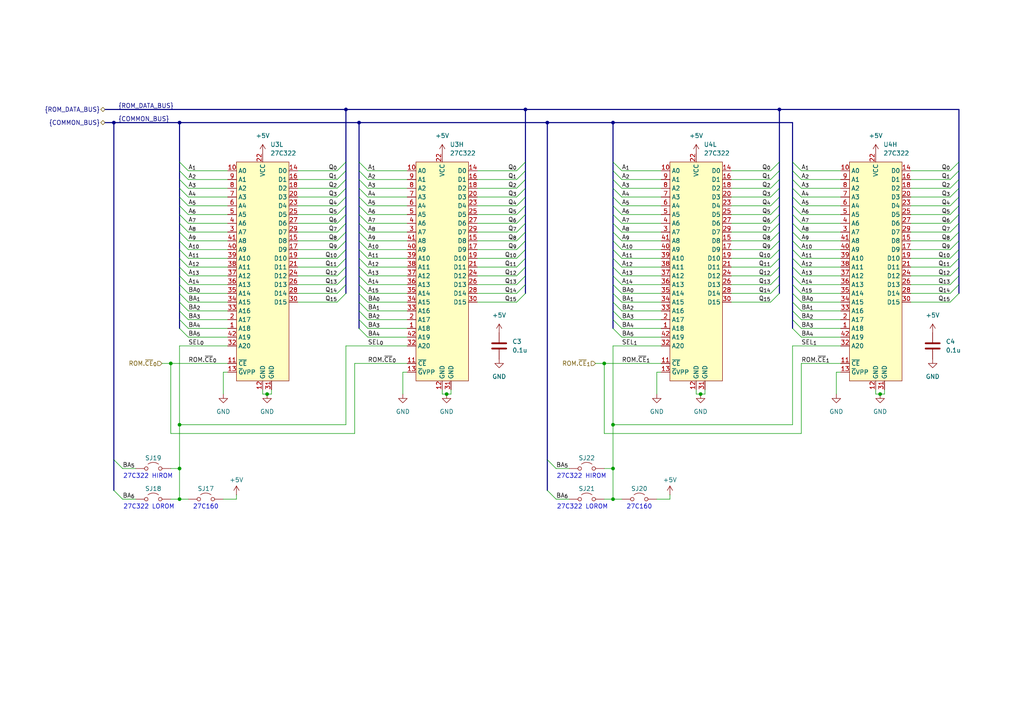
<source format=kicad_sch>
(kicad_sch
	(version 20231120)
	(generator "eeschema")
	(generator_version "8.0")
	(uuid "655dd94d-c8d5-4c85-a0a5-b48f6e46c8df")
	(paper "A4")
	(title_block
		(title "SNES Advanced UV Cartridge")
		(date "2025-04-17")
		(rev "v1.0")
		(company "https://github.com/MouseBiteLabs/Super-Nintendo-Cartridges")
		(comment 1 "NOTE 2: If you use U4, it must match the bank type of U3.")
		(comment 2 "NOTE 1: Only populate either the H or L ROM chips.")
	)
	(lib_symbols
		(symbol "Bucketmouse:27C322"
			(exclude_from_sim no)
			(in_bom yes)
			(on_board yes)
			(property "Reference" "U"
				(at -7.62 31.75 0)
				(effects
					(font
						(size 1.27 1.27)
					)
				)
			)
			(property "Value" "27C322"
				(at -10.414 -34.29 0)
				(effects
					(font
						(size 1.27 1.27)
					)
					(justify left)
				)
			)
			(property "Footprint" ""
				(at 0 0 0)
				(effects
					(font
						(size 1.27 1.27)
					)
					(hide yes)
				)
			)
			(property "Datasheet" "https://static1.squarespace.com/static/51f517f0e4b01da70d01ca2a/t/5575515de4b0888fee6170ec/1433751901367/27C322.pdf"
				(at 0.254 -48.006 0)
				(effects
					(font
						(size 1.27 1.27)
					)
					(hide yes)
				)
			)
			(property "Description" "32 Mbit UV EPROM"
				(at 0.508 -45.974 0)
				(effects
					(font
						(size 1.27 1.27)
					)
					(hide yes)
				)
			)
			(property "ki_keywords" "OTP EPROM 4MiBit"
				(at 0 0 0)
				(effects
					(font
						(size 1.27 1.27)
					)
					(hide yes)
				)
			)
			(property "ki_fp_filters" "DIP*W15.24mm* PLCC*"
				(at 0 0 0)
				(effects
					(font
						(size 1.27 1.27)
					)
					(hide yes)
				)
			)
			(symbol "27C322_1_1"
				(rectangle
					(start -7.62 30.48)
					(end 7.62 -33.02)
					(stroke
						(width 0)
						(type default)
					)
					(fill
						(type background)
					)
				)
				(pin input line
					(at -10.16 -17.78 0)
					(length 2.54)
					(name "A18"
						(effects
							(font
								(size 1.27 1.27)
							)
						)
					)
					(number "1"
						(effects
							(font
								(size 1.27 1.27)
							)
						)
					)
				)
				(pin input line
					(at -10.16 27.94 0)
					(length 2.54)
					(name "A0"
						(effects
							(font
								(size 1.27 1.27)
							)
						)
					)
					(number "10"
						(effects
							(font
								(size 1.27 1.27)
							)
						)
					)
				)
				(pin input line
					(at -10.16 -27.94 0)
					(length 2.54)
					(name "~{CE}"
						(effects
							(font
								(size 1.27 1.27)
							)
						)
					)
					(number "11"
						(effects
							(font
								(size 1.27 1.27)
							)
						)
					)
				)
				(pin power_in line
					(at 0 -35.56 90)
					(length 2.54)
					(name "GND"
						(effects
							(font
								(size 1.27 1.27)
							)
						)
					)
					(number "12"
						(effects
							(font
								(size 1.27 1.27)
							)
						)
					)
				)
				(pin input line
					(at -10.16 -30.48 0)
					(length 2.54)
					(name "~{G}VPP"
						(effects
							(font
								(size 1.27 1.27)
							)
						)
					)
					(number "13"
						(effects
							(font
								(size 1.27 1.27)
							)
						)
					)
				)
				(pin tri_state line
					(at 10.16 27.94 180)
					(length 2.54)
					(name "D0"
						(effects
							(font
								(size 1.27 1.27)
							)
						)
					)
					(number "14"
						(effects
							(font
								(size 1.27 1.27)
							)
						)
					)
				)
				(pin tri_state line
					(at 10.16 7.62 180)
					(length 2.54)
					(name "D8"
						(effects
							(font
								(size 1.27 1.27)
							)
						)
					)
					(number "15"
						(effects
							(font
								(size 1.27 1.27)
							)
						)
					)
				)
				(pin tri_state line
					(at 10.16 25.4 180)
					(length 2.54)
					(name "D1"
						(effects
							(font
								(size 1.27 1.27)
							)
						)
					)
					(number "16"
						(effects
							(font
								(size 1.27 1.27)
							)
						)
					)
				)
				(pin tri_state line
					(at 10.16 5.08 180)
					(length 2.54)
					(name "D9"
						(effects
							(font
								(size 1.27 1.27)
							)
						)
					)
					(number "17"
						(effects
							(font
								(size 1.27 1.27)
							)
						)
					)
				)
				(pin tri_state line
					(at 10.16 22.86 180)
					(length 2.54)
					(name "D2"
						(effects
							(font
								(size 1.27 1.27)
							)
						)
					)
					(number "18"
						(effects
							(font
								(size 1.27 1.27)
							)
						)
					)
				)
				(pin tri_state line
					(at 10.16 2.54 180)
					(length 2.54)
					(name "D10"
						(effects
							(font
								(size 1.27 1.27)
							)
						)
					)
					(number "19"
						(effects
							(font
								(size 1.27 1.27)
							)
						)
					)
				)
				(pin input line
					(at -10.16 -15.24 0)
					(length 2.54)
					(name "A17"
						(effects
							(font
								(size 1.27 1.27)
							)
						)
					)
					(number "2"
						(effects
							(font
								(size 1.27 1.27)
							)
						)
					)
				)
				(pin tri_state line
					(at 10.16 20.32 180)
					(length 2.54)
					(name "D3"
						(effects
							(font
								(size 1.27 1.27)
							)
						)
					)
					(number "20"
						(effects
							(font
								(size 1.27 1.27)
							)
						)
					)
				)
				(pin tri_state line
					(at 10.16 0 180)
					(length 2.54)
					(name "D11"
						(effects
							(font
								(size 1.27 1.27)
							)
						)
					)
					(number "21"
						(effects
							(font
								(size 1.27 1.27)
							)
						)
					)
				)
				(pin power_in line
					(at 0 33.02 270)
					(length 2.54)
					(name "VCC"
						(effects
							(font
								(size 1.27 1.27)
							)
						)
					)
					(number "22"
						(effects
							(font
								(size 1.27 1.27)
							)
						)
					)
				)
				(pin tri_state line
					(at 10.16 17.78 180)
					(length 2.54)
					(name "D4"
						(effects
							(font
								(size 1.27 1.27)
							)
						)
					)
					(number "23"
						(effects
							(font
								(size 1.27 1.27)
							)
						)
					)
				)
				(pin tri_state line
					(at 10.16 -2.54 180)
					(length 2.54)
					(name "D12"
						(effects
							(font
								(size 1.27 1.27)
							)
						)
					)
					(number "24"
						(effects
							(font
								(size 1.27 1.27)
							)
						)
					)
				)
				(pin tri_state line
					(at 10.16 15.24 180)
					(length 2.54)
					(name "D5"
						(effects
							(font
								(size 1.27 1.27)
							)
						)
					)
					(number "25"
						(effects
							(font
								(size 1.27 1.27)
							)
						)
					)
				)
				(pin tri_state line
					(at 10.16 -5.08 180)
					(length 2.54)
					(name "D13"
						(effects
							(font
								(size 1.27 1.27)
							)
						)
					)
					(number "26"
						(effects
							(font
								(size 1.27 1.27)
							)
						)
					)
				)
				(pin tri_state line
					(at 10.16 12.7 180)
					(length 2.54)
					(name "D6"
						(effects
							(font
								(size 1.27 1.27)
							)
						)
					)
					(number "27"
						(effects
							(font
								(size 1.27 1.27)
							)
						)
					)
				)
				(pin tri_state line
					(at 10.16 -7.62 180)
					(length 2.54)
					(name "D14"
						(effects
							(font
								(size 1.27 1.27)
							)
						)
					)
					(number "28"
						(effects
							(font
								(size 1.27 1.27)
							)
						)
					)
				)
				(pin tri_state line
					(at 10.16 10.16 180)
					(length 2.54)
					(name "D7"
						(effects
							(font
								(size 1.27 1.27)
							)
						)
					)
					(number "29"
						(effects
							(font
								(size 1.27 1.27)
							)
						)
					)
				)
				(pin input line
					(at -10.16 10.16 0)
					(length 2.54)
					(name "A7"
						(effects
							(font
								(size 1.27 1.27)
							)
						)
					)
					(number "3"
						(effects
							(font
								(size 1.27 1.27)
							)
						)
					)
				)
				(pin tri_state line
					(at 10.16 -10.16 180)
					(length 2.54)
					(name "D15"
						(effects
							(font
								(size 1.27 1.27)
							)
						)
					)
					(number "30"
						(effects
							(font
								(size 1.27 1.27)
							)
						)
					)
				)
				(pin power_in line
					(at 2.54 -35.56 90)
					(length 2.54)
					(name "GND"
						(effects
							(font
								(size 1.27 1.27)
							)
						)
					)
					(number "31"
						(effects
							(font
								(size 1.27 1.27)
							)
						)
					)
				)
				(pin input line
					(at -10.16 -22.86 0)
					(length 2.54)
					(name "A20"
						(effects
							(font
								(size 1.27 1.27)
							)
						)
					)
					(number "32"
						(effects
							(font
								(size 1.27 1.27)
							)
						)
					)
				)
				(pin input line
					(at -10.16 -12.7 0)
					(length 2.54)
					(name "A16"
						(effects
							(font
								(size 1.27 1.27)
							)
						)
					)
					(number "33"
						(effects
							(font
								(size 1.27 1.27)
							)
						)
					)
				)
				(pin input line
					(at -10.16 -10.16 0)
					(length 2.54)
					(name "A15"
						(effects
							(font
								(size 1.27 1.27)
							)
						)
					)
					(number "34"
						(effects
							(font
								(size 1.27 1.27)
							)
						)
					)
				)
				(pin input line
					(at -10.16 -7.62 0)
					(length 2.54)
					(name "A14"
						(effects
							(font
								(size 1.27 1.27)
							)
						)
					)
					(number "35"
						(effects
							(font
								(size 1.27 1.27)
							)
						)
					)
				)
				(pin input line
					(at -10.16 -5.08 0)
					(length 2.54)
					(name "A13"
						(effects
							(font
								(size 1.27 1.27)
							)
						)
					)
					(number "36"
						(effects
							(font
								(size 1.27 1.27)
							)
						)
					)
				)
				(pin input line
					(at -10.16 -2.54 0)
					(length 2.54)
					(name "A12"
						(effects
							(font
								(size 1.27 1.27)
							)
						)
					)
					(number "37"
						(effects
							(font
								(size 1.27 1.27)
							)
						)
					)
				)
				(pin input line
					(at -10.16 0 0)
					(length 2.54)
					(name "A11"
						(effects
							(font
								(size 1.27 1.27)
							)
						)
					)
					(number "38"
						(effects
							(font
								(size 1.27 1.27)
							)
						)
					)
				)
				(pin input line
					(at -10.16 2.54 0)
					(length 2.54)
					(name "A10"
						(effects
							(font
								(size 1.27 1.27)
							)
						)
					)
					(number "39"
						(effects
							(font
								(size 1.27 1.27)
							)
						)
					)
				)
				(pin input line
					(at -10.16 12.7 0)
					(length 2.54)
					(name "A6"
						(effects
							(font
								(size 1.27 1.27)
							)
						)
					)
					(number "4"
						(effects
							(font
								(size 1.27 1.27)
							)
						)
					)
				)
				(pin input line
					(at -10.16 5.08 0)
					(length 2.54)
					(name "A9"
						(effects
							(font
								(size 1.27 1.27)
							)
						)
					)
					(number "40"
						(effects
							(font
								(size 1.27 1.27)
							)
						)
					)
				)
				(pin input line
					(at -10.16 7.62 0)
					(length 2.54)
					(name "A8"
						(effects
							(font
								(size 1.27 1.27)
							)
						)
					)
					(number "41"
						(effects
							(font
								(size 1.27 1.27)
							)
						)
					)
				)
				(pin input line
					(at -10.16 -20.32 0)
					(length 2.54)
					(name "A19"
						(effects
							(font
								(size 1.27 1.27)
							)
						)
					)
					(number "42"
						(effects
							(font
								(size 1.27 1.27)
							)
						)
					)
				)
				(pin input line
					(at -10.16 15.24 0)
					(length 2.54)
					(name "A5"
						(effects
							(font
								(size 1.27 1.27)
							)
						)
					)
					(number "5"
						(effects
							(font
								(size 1.27 1.27)
							)
						)
					)
				)
				(pin input line
					(at -10.16 17.78 0)
					(length 2.54)
					(name "A4"
						(effects
							(font
								(size 1.27 1.27)
							)
						)
					)
					(number "6"
						(effects
							(font
								(size 1.27 1.27)
							)
						)
					)
				)
				(pin input line
					(at -10.16 20.32 0)
					(length 2.54)
					(name "A3"
						(effects
							(font
								(size 1.27 1.27)
							)
						)
					)
					(number "7"
						(effects
							(font
								(size 1.27 1.27)
							)
						)
					)
				)
				(pin input line
					(at -10.16 22.86 0)
					(length 2.54)
					(name "A2"
						(effects
							(font
								(size 1.27 1.27)
							)
						)
					)
					(number "8"
						(effects
							(font
								(size 1.27 1.27)
							)
						)
					)
				)
				(pin input line
					(at -10.16 25.4 0)
					(length 2.54)
					(name "A1"
						(effects
							(font
								(size 1.27 1.27)
							)
						)
					)
					(number "9"
						(effects
							(font
								(size 1.27 1.27)
							)
						)
					)
				)
			)
		)
		(symbol "Device:C"
			(pin_numbers hide)
			(pin_names
				(offset 0.254)
			)
			(exclude_from_sim no)
			(in_bom yes)
			(on_board yes)
			(property "Reference" "C"
				(at 0.635 2.54 0)
				(effects
					(font
						(size 1.27 1.27)
					)
					(justify left)
				)
			)
			(property "Value" "C"
				(at 0.635 -2.54 0)
				(effects
					(font
						(size 1.27 1.27)
					)
					(justify left)
				)
			)
			(property "Footprint" ""
				(at 0.9652 -3.81 0)
				(effects
					(font
						(size 1.27 1.27)
					)
					(hide yes)
				)
			)
			(property "Datasheet" "~"
				(at 0 0 0)
				(effects
					(font
						(size 1.27 1.27)
					)
					(hide yes)
				)
			)
			(property "Description" "Unpolarized capacitor"
				(at 0 0 0)
				(effects
					(font
						(size 1.27 1.27)
					)
					(hide yes)
				)
			)
			(property "ki_keywords" "cap capacitor"
				(at 0 0 0)
				(effects
					(font
						(size 1.27 1.27)
					)
					(hide yes)
				)
			)
			(property "ki_fp_filters" "C_*"
				(at 0 0 0)
				(effects
					(font
						(size 1.27 1.27)
					)
					(hide yes)
				)
			)
			(symbol "C_0_1"
				(polyline
					(pts
						(xy -2.032 -0.762) (xy 2.032 -0.762)
					)
					(stroke
						(width 0.508)
						(type default)
					)
					(fill
						(type none)
					)
				)
				(polyline
					(pts
						(xy -2.032 0.762) (xy 2.032 0.762)
					)
					(stroke
						(width 0.508)
						(type default)
					)
					(fill
						(type none)
					)
				)
			)
			(symbol "C_1_1"
				(pin passive line
					(at 0 3.81 270)
					(length 2.794)
					(name "~"
						(effects
							(font
								(size 1.27 1.27)
							)
						)
					)
					(number "1"
						(effects
							(font
								(size 1.27 1.27)
							)
						)
					)
				)
				(pin passive line
					(at 0 -3.81 90)
					(length 2.794)
					(name "~"
						(effects
							(font
								(size 1.27 1.27)
							)
						)
					)
					(number "2"
						(effects
							(font
								(size 1.27 1.27)
							)
						)
					)
				)
			)
		)
		(symbol "Jumper:Jumper_2_Open"
			(pin_numbers hide)
			(pin_names
				(offset 0) hide)
			(exclude_from_sim yes)
			(in_bom yes)
			(on_board yes)
			(property "Reference" "JP"
				(at 0 2.794 0)
				(effects
					(font
						(size 1.27 1.27)
					)
				)
			)
			(property "Value" "Jumper_2_Open"
				(at 0 -2.286 0)
				(effects
					(font
						(size 1.27 1.27)
					)
				)
			)
			(property "Footprint" ""
				(at 0 0 0)
				(effects
					(font
						(size 1.27 1.27)
					)
					(hide yes)
				)
			)
			(property "Datasheet" "~"
				(at 0 0 0)
				(effects
					(font
						(size 1.27 1.27)
					)
					(hide yes)
				)
			)
			(property "Description" "Jumper, 2-pole, open"
				(at 0 0 0)
				(effects
					(font
						(size 1.27 1.27)
					)
					(hide yes)
				)
			)
			(property "ki_keywords" "Jumper SPST"
				(at 0 0 0)
				(effects
					(font
						(size 1.27 1.27)
					)
					(hide yes)
				)
			)
			(property "ki_fp_filters" "Jumper* TestPoint*2Pads* TestPoint*Bridge*"
				(at 0 0 0)
				(effects
					(font
						(size 1.27 1.27)
					)
					(hide yes)
				)
			)
			(symbol "Jumper_2_Open_0_0"
				(circle
					(center -2.032 0)
					(radius 0.508)
					(stroke
						(width 0)
						(type default)
					)
					(fill
						(type none)
					)
				)
				(circle
					(center 2.032 0)
					(radius 0.508)
					(stroke
						(width 0)
						(type default)
					)
					(fill
						(type none)
					)
				)
			)
			(symbol "Jumper_2_Open_0_1"
				(arc
					(start 1.524 1.27)
					(mid 0 1.778)
					(end -1.524 1.27)
					(stroke
						(width 0)
						(type default)
					)
					(fill
						(type none)
					)
				)
			)
			(symbol "Jumper_2_Open_1_1"
				(pin passive line
					(at -5.08 0 0)
					(length 2.54)
					(name "A"
						(effects
							(font
								(size 1.27 1.27)
							)
						)
					)
					(number "1"
						(effects
							(font
								(size 1.27 1.27)
							)
						)
					)
				)
				(pin passive line
					(at 5.08 0 180)
					(length 2.54)
					(name "B"
						(effects
							(font
								(size 1.27 1.27)
							)
						)
					)
					(number "2"
						(effects
							(font
								(size 1.27 1.27)
							)
						)
					)
				)
			)
		)
		(symbol "power:+5V"
			(power)
			(pin_numbers hide)
			(pin_names
				(offset 0) hide)
			(exclude_from_sim no)
			(in_bom yes)
			(on_board yes)
			(property "Reference" "#PWR"
				(at 0 -3.81 0)
				(effects
					(font
						(size 1.27 1.27)
					)
					(hide yes)
				)
			)
			(property "Value" "+5V"
				(at 0 3.556 0)
				(effects
					(font
						(size 1.27 1.27)
					)
				)
			)
			(property "Footprint" ""
				(at 0 0 0)
				(effects
					(font
						(size 1.27 1.27)
					)
					(hide yes)
				)
			)
			(property "Datasheet" ""
				(at 0 0 0)
				(effects
					(font
						(size 1.27 1.27)
					)
					(hide yes)
				)
			)
			(property "Description" "Power symbol creates a global label with name \"+5V\""
				(at 0 0 0)
				(effects
					(font
						(size 1.27 1.27)
					)
					(hide yes)
				)
			)
			(property "ki_keywords" "global power"
				(at 0 0 0)
				(effects
					(font
						(size 1.27 1.27)
					)
					(hide yes)
				)
			)
			(symbol "+5V_0_1"
				(polyline
					(pts
						(xy -0.762 1.27) (xy 0 2.54)
					)
					(stroke
						(width 0)
						(type default)
					)
					(fill
						(type none)
					)
				)
				(polyline
					(pts
						(xy 0 0) (xy 0 2.54)
					)
					(stroke
						(width 0)
						(type default)
					)
					(fill
						(type none)
					)
				)
				(polyline
					(pts
						(xy 0 2.54) (xy 0.762 1.27)
					)
					(stroke
						(width 0)
						(type default)
					)
					(fill
						(type none)
					)
				)
			)
			(symbol "+5V_1_1"
				(pin power_in line
					(at 0 0 90)
					(length 0)
					(name "~"
						(effects
							(font
								(size 1.27 1.27)
							)
						)
					)
					(number "1"
						(effects
							(font
								(size 1.27 1.27)
							)
						)
					)
				)
			)
		)
		(symbol "power:GND"
			(power)
			(pin_numbers hide)
			(pin_names
				(offset 0) hide)
			(exclude_from_sim no)
			(in_bom yes)
			(on_board yes)
			(property "Reference" "#PWR"
				(at 0 -6.35 0)
				(effects
					(font
						(size 1.27 1.27)
					)
					(hide yes)
				)
			)
			(property "Value" "GND"
				(at 0 -3.81 0)
				(effects
					(font
						(size 1.27 1.27)
					)
				)
			)
			(property "Footprint" ""
				(at 0 0 0)
				(effects
					(font
						(size 1.27 1.27)
					)
					(hide yes)
				)
			)
			(property "Datasheet" ""
				(at 0 0 0)
				(effects
					(font
						(size 1.27 1.27)
					)
					(hide yes)
				)
			)
			(property "Description" "Power symbol creates a global label with name \"GND\" , ground"
				(at 0 0 0)
				(effects
					(font
						(size 1.27 1.27)
					)
					(hide yes)
				)
			)
			(property "ki_keywords" "global power"
				(at 0 0 0)
				(effects
					(font
						(size 1.27 1.27)
					)
					(hide yes)
				)
			)
			(symbol "GND_0_1"
				(polyline
					(pts
						(xy 0 0) (xy 0 -1.27) (xy 1.27 -1.27) (xy 0 -2.54) (xy -1.27 -1.27) (xy 0 -1.27)
					)
					(stroke
						(width 0)
						(type default)
					)
					(fill
						(type none)
					)
				)
			)
			(symbol "GND_1_1"
				(pin power_in line
					(at 0 0 270)
					(length 0)
					(name "~"
						(effects
							(font
								(size 1.27 1.27)
							)
						)
					)
					(number "1"
						(effects
							(font
								(size 1.27 1.27)
							)
						)
					)
				)
			)
		)
	)
	(junction
		(at 33.02 35.56)
		(diameter 0)
		(color 0 0 0 0)
		(uuid "0558a1b0-e0b3-4dbc-a74b-c8bda43dc441")
	)
	(junction
		(at 100.33 31.75)
		(diameter 0)
		(color 0 0 0 0)
		(uuid "0900bfc7-4f62-4f52-97c3-ebf7543e9a54")
	)
	(junction
		(at 177.8 144.78)
		(diameter 0)
		(color 0 0 0 0)
		(uuid "2c50bd3c-12c8-422d-ae00-41e79e886e5a")
	)
	(junction
		(at 49.53 105.41)
		(diameter 0)
		(color 0 0 0 0)
		(uuid "34638079-0125-42cf-8167-c041c8ecd20b")
	)
	(junction
		(at 177.8 35.56)
		(diameter 0)
		(color 0 0 0 0)
		(uuid "3bbc5123-2ea4-472d-a917-037ac56baeeb")
	)
	(junction
		(at 255.27 114.3)
		(diameter 0)
		(color 0 0 0 0)
		(uuid "4279fa39-44f1-446d-9a1d-329ef18bb3c0")
	)
	(junction
		(at 129.54 114.3)
		(diameter 0)
		(color 0 0 0 0)
		(uuid "51863518-ce77-4ac9-b9aa-c03bbe0457d0")
	)
	(junction
		(at 104.14 35.56)
		(diameter 0)
		(color 0 0 0 0)
		(uuid "5498f6fa-9b40-42f4-8fd5-6d6849e0b12f")
	)
	(junction
		(at 177.8 135.89)
		(diameter 0)
		(color 0 0 0 0)
		(uuid "64d4bd8b-92eb-4ee3-9a0f-369c6edcc251")
	)
	(junction
		(at 175.26 105.41)
		(diameter 0)
		(color 0 0 0 0)
		(uuid "6eadda5f-1b5e-48ac-9b5d-9efbe4efb7fb")
	)
	(junction
		(at 226.06 31.75)
		(diameter 0)
		(color 0 0 0 0)
		(uuid "95999577-34b8-48c7-aac8-8621cd4c967e")
	)
	(junction
		(at 203.2 114.3)
		(diameter 0)
		(color 0 0 0 0)
		(uuid "9fdca58f-4bb9-476a-99c3-cea80564c074")
	)
	(junction
		(at 52.07 35.56)
		(diameter 0)
		(color 0 0 0 0)
		(uuid "a46287b0-d27f-45a8-9ffa-cdcb0e1847f3")
	)
	(junction
		(at 52.07 123.19)
		(diameter 0)
		(color 0 0 0 0)
		(uuid "c04de7c6-de11-4496-8a1a-dd13b7bd30c7")
	)
	(junction
		(at 177.8 123.19)
		(diameter 0)
		(color 0 0 0 0)
		(uuid "c75c5ae5-0aac-4252-a5e9-8b0363383cb6")
	)
	(junction
		(at 152.4 31.75)
		(diameter 0)
		(color 0 0 0 0)
		(uuid "c7840375-2fa8-4001-b76e-1c2440f1d0fa")
	)
	(junction
		(at 158.75 35.56)
		(diameter 0)
		(color 0 0 0 0)
		(uuid "cdcd21da-7e6f-4614-bba3-7cea2c1de328")
	)
	(junction
		(at 77.47 114.3)
		(diameter 0)
		(color 0 0 0 0)
		(uuid "d7e183ae-2590-4f6c-ac4e-40aec982fd2a")
	)
	(junction
		(at 52.07 135.89)
		(diameter 0)
		(color 0 0 0 0)
		(uuid "e6837f0a-80fa-4ba4-9b89-42773bec80a0")
	)
	(junction
		(at 52.07 144.78)
		(diameter 0)
		(color 0 0 0 0)
		(uuid "fbeb7372-e0ce-4d08-817b-b7873ebd3395")
	)
	(bus_entry
		(at 52.07 67.31)
		(size 2.54 2.54)
		(stroke
			(width 0)
			(type default)
		)
		(uuid "01a0b6c0-3d0d-40eb-9127-91e4a7ec1360")
	)
	(bus_entry
		(at 100.33 72.39)
		(size -2.54 2.54)
		(stroke
			(width 0)
			(type default)
		)
		(uuid "03e5fced-df88-4f1e-a51c-605bdee28fcb")
	)
	(bus_entry
		(at 177.8 74.93)
		(size 2.54 2.54)
		(stroke
			(width 0)
			(type default)
		)
		(uuid "04c02560-0ca6-44d0-a2c3-d1f23a0e40ec")
	)
	(bus_entry
		(at 177.8 72.39)
		(size 2.54 2.54)
		(stroke
			(width 0)
			(type default)
		)
		(uuid "0bf00116-152c-4268-ac52-024f801a5400")
	)
	(bus_entry
		(at 152.4 80.01)
		(size -2.54 2.54)
		(stroke
			(width 0)
			(type default)
		)
		(uuid "0ceb42d7-6ed7-40b4-9945-473bde71da60")
	)
	(bus_entry
		(at 229.87 62.23)
		(size 2.54 2.54)
		(stroke
			(width 0)
			(type default)
		)
		(uuid "0dbf0af3-3b70-44e4-8f99-b98bded69e62")
	)
	(bus_entry
		(at 100.33 46.99)
		(size -2.54 2.54)
		(stroke
			(width 0)
			(type default)
		)
		(uuid "0e918eff-5f0b-4bd2-9589-ddf9fcdc1ce5")
	)
	(bus_entry
		(at 104.14 77.47)
		(size 2.54 2.54)
		(stroke
			(width 0)
			(type default)
		)
		(uuid "12f7c1e2-2a8a-46cd-a58e-a4fbb2d5b4de")
	)
	(bus_entry
		(at 226.06 69.85)
		(size -2.54 2.54)
		(stroke
			(width 0)
			(type default)
		)
		(uuid "130309b8-e489-40d0-b89f-4b7514ee2bc9")
	)
	(bus_entry
		(at 152.4 67.31)
		(size -2.54 2.54)
		(stroke
			(width 0)
			(type default)
		)
		(uuid "145588fd-062f-44e7-896e-5e54553cb8e4")
	)
	(bus_entry
		(at 229.87 54.61)
		(size 2.54 2.54)
		(stroke
			(width 0)
			(type default)
		)
		(uuid "14596a15-ff96-4b2d-9a6c-c58e94943d7a")
	)
	(bus_entry
		(at 226.06 62.23)
		(size -2.54 2.54)
		(stroke
			(width 0)
			(type default)
		)
		(uuid "1692017e-a66d-4364-b6c2-1b8e8a5569df")
	)
	(bus_entry
		(at 177.8 57.15)
		(size 2.54 2.54)
		(stroke
			(width 0)
			(type default)
		)
		(uuid "1c3e26d3-1e47-43df-8a4d-38bc52e2e424")
	)
	(bus_entry
		(at 52.07 59.69)
		(size 2.54 2.54)
		(stroke
			(width 0)
			(type default)
		)
		(uuid "1d518e03-c889-4524-b17e-113ca961c3a2")
	)
	(bus_entry
		(at 278.13 77.47)
		(size -2.54 2.54)
		(stroke
			(width 0)
			(type default)
		)
		(uuid "207d50a5-772e-4a6f-8a28-c40c30668b7a")
	)
	(bus_entry
		(at 229.87 67.31)
		(size 2.54 2.54)
		(stroke
			(width 0)
			(type default)
		)
		(uuid "213d6a89-5d8f-4470-b2f8-c44f76642005")
	)
	(bus_entry
		(at 226.06 49.53)
		(size -2.54 2.54)
		(stroke
			(width 0)
			(type default)
		)
		(uuid "235cc1ca-a2bc-440a-98c3-f5aa7d233134")
	)
	(bus_entry
		(at 100.33 57.15)
		(size -2.54 2.54)
		(stroke
			(width 0)
			(type default)
		)
		(uuid "23bda58e-dcef-4fab-ae61-afdf38bce5dd")
	)
	(bus_entry
		(at 229.87 72.39)
		(size 2.54 2.54)
		(stroke
			(width 0)
			(type default)
		)
		(uuid "24176001-de92-4e0a-b347-3e8f2c7b938a")
	)
	(bus_entry
		(at 229.87 90.17)
		(size 2.54 2.54)
		(stroke
			(width 0)
			(type default)
		)
		(uuid "24325dd4-916c-43ac-b75c-746dec7035d0")
	)
	(bus_entry
		(at 52.07 52.07)
		(size 2.54 2.54)
		(stroke
			(width 0)
			(type default)
		)
		(uuid "255b1c0b-4f24-4941-b3c0-dac158f5d3d6")
	)
	(bus_entry
		(at 278.13 82.55)
		(size -2.54 2.54)
		(stroke
			(width 0)
			(type default)
		)
		(uuid "272de874-ee64-493f-aaec-bdca5875f2cd")
	)
	(bus_entry
		(at 100.33 54.61)
		(size -2.54 2.54)
		(stroke
			(width 0)
			(type default)
		)
		(uuid "291e8d7e-a7b5-4dd4-9064-3ce851c6bf1f")
	)
	(bus_entry
		(at 177.8 69.85)
		(size 2.54 2.54)
		(stroke
			(width 0)
			(type default)
		)
		(uuid "29628b79-f5d5-4dcd-9543-76ca8c7c4909")
	)
	(bus_entry
		(at 177.8 62.23)
		(size 2.54 2.54)
		(stroke
			(width 0)
			(type default)
		)
		(uuid "2d1f27aa-b160-4a4f-88dd-da20b287f3e7")
	)
	(bus_entry
		(at 104.14 69.85)
		(size 2.54 2.54)
		(stroke
			(width 0)
			(type default)
		)
		(uuid "2deb0199-d566-41ea-87d0-9bdc501e6e85")
	)
	(bus_entry
		(at 158.75 133.35)
		(size 2.54 2.54)
		(stroke
			(width 0)
			(type default)
		)
		(uuid "2ef3f43c-4669-493d-9e42-8e757ae0bb3e")
	)
	(bus_entry
		(at 177.8 85.09)
		(size 2.54 2.54)
		(stroke
			(width 0)
			(type default)
		)
		(uuid "2f5093b1-a84c-47bd-bc4a-3946cff02682")
	)
	(bus_entry
		(at 229.87 49.53)
		(size 2.54 2.54)
		(stroke
			(width 0)
			(type default)
		)
		(uuid "30accb09-cbc7-4e38-9e9e-d08621db1022")
	)
	(bus_entry
		(at 104.14 85.09)
		(size 2.54 2.54)
		(stroke
			(width 0)
			(type default)
		)
		(uuid "31fefdff-41ba-4f70-9dcb-360f2265bcff")
	)
	(bus_entry
		(at 52.07 64.77)
		(size 2.54 2.54)
		(stroke
			(width 0)
			(type default)
		)
		(uuid "339aaf33-5620-4e61-897b-260c74c1af17")
	)
	(bus_entry
		(at 229.87 95.25)
		(size 2.54 2.54)
		(stroke
			(width 0)
			(type default)
		)
		(uuid "34467eec-73bd-4a31-994d-1564ebbf668f")
	)
	(bus_entry
		(at 104.14 74.93)
		(size 2.54 2.54)
		(stroke
			(width 0)
			(type default)
		)
		(uuid "34df0f03-4b9e-48f3-84d4-2874c0b23298")
	)
	(bus_entry
		(at 278.13 72.39)
		(size -2.54 2.54)
		(stroke
			(width 0)
			(type default)
		)
		(uuid "361316f5-2b96-4130-bad5-2a15ba275143")
	)
	(bus_entry
		(at 52.07 92.71)
		(size 2.54 2.54)
		(stroke
			(width 0)
			(type default)
		)
		(uuid "3819139a-c44c-40a7-a410-ea146055115a")
	)
	(bus_entry
		(at 229.87 92.71)
		(size 2.54 2.54)
		(stroke
			(width 0)
			(type default)
		)
		(uuid "398b64a0-61ab-46f3-993e-50a27d7a5103")
	)
	(bus_entry
		(at 104.14 95.25)
		(size 2.54 2.54)
		(stroke
			(width 0)
			(type default)
		)
		(uuid "39dcd8c5-5be0-44a0-986c-e1f49ee37e27")
	)
	(bus_entry
		(at 104.14 54.61)
		(size 2.54 2.54)
		(stroke
			(width 0)
			(type default)
		)
		(uuid "3e024132-44ab-46cc-b4f0-101d3b80f5ce")
	)
	(bus_entry
		(at 226.06 80.01)
		(size -2.54 2.54)
		(stroke
			(width 0)
			(type default)
		)
		(uuid "3f57fbc2-bd48-4fd7-a041-acbe02647275")
	)
	(bus_entry
		(at 278.13 67.31)
		(size -2.54 2.54)
		(stroke
			(width 0)
			(type default)
		)
		(uuid "3fe4dfde-2fc2-4fdd-8335-2f2fb34b973d")
	)
	(bus_entry
		(at 100.33 64.77)
		(size -2.54 2.54)
		(stroke
			(width 0)
			(type default)
		)
		(uuid "409126f0-d193-47eb-8324-c9afa39ee836")
	)
	(bus_entry
		(at 278.13 74.93)
		(size -2.54 2.54)
		(stroke
			(width 0)
			(type default)
		)
		(uuid "419bd425-eb36-4468-bfb7-71ad3d75e2ec")
	)
	(bus_entry
		(at 278.13 80.01)
		(size -2.54 2.54)
		(stroke
			(width 0)
			(type default)
		)
		(uuid "4219150e-2c7d-4bc7-bdec-8fd19f5621cc")
	)
	(bus_entry
		(at 229.87 74.93)
		(size 2.54 2.54)
		(stroke
			(width 0)
			(type default)
		)
		(uuid "426ce969-7fbb-49e4-b217-2340ae3fe98e")
	)
	(bus_entry
		(at 278.13 57.15)
		(size -2.54 2.54)
		(stroke
			(width 0)
			(type default)
		)
		(uuid "42c2647a-5bd6-4c1a-8853-7be116bfd303")
	)
	(bus_entry
		(at 152.4 82.55)
		(size -2.54 2.54)
		(stroke
			(width 0)
			(type default)
		)
		(uuid "43340e97-fe53-4912-831a-c7ca1dbdaf25")
	)
	(bus_entry
		(at 152.4 85.09)
		(size -2.54 2.54)
		(stroke
			(width 0)
			(type default)
		)
		(uuid "44d510ef-45ff-491e-bc02-1aa571afb730")
	)
	(bus_entry
		(at 52.07 57.15)
		(size 2.54 2.54)
		(stroke
			(width 0)
			(type default)
		)
		(uuid "453052ce-1cd0-43c0-ab28-25ba34abc270")
	)
	(bus_entry
		(at 229.87 87.63)
		(size 2.54 2.54)
		(stroke
			(width 0)
			(type default)
		)
		(uuid "4766afe0-ffe3-4393-9b26-fc56224af5e3")
	)
	(bus_entry
		(at 278.13 54.61)
		(size -2.54 2.54)
		(stroke
			(width 0)
			(type default)
		)
		(uuid "4b678652-2ec6-4796-b753-3c617e26a251")
	)
	(bus_entry
		(at 177.8 87.63)
		(size 2.54 2.54)
		(stroke
			(width 0)
			(type default)
		)
		(uuid "4cf42419-5315-4a0a-a6ec-78280dfc4eff")
	)
	(bus_entry
		(at 152.4 46.99)
		(size -2.54 2.54)
		(stroke
			(width 0)
			(type default)
		)
		(uuid "4f037de1-7e62-4921-8cc3-72e737d2191f")
	)
	(bus_entry
		(at 158.75 142.24)
		(size 2.54 2.54)
		(stroke
			(width 0)
			(type default)
		)
		(uuid "4f23f0b8-6911-463e-8ddc-35719bfad46e")
	)
	(bus_entry
		(at 52.07 82.55)
		(size 2.54 2.54)
		(stroke
			(width 0)
			(type default)
		)
		(uuid "50159151-11bc-4e08-ba20-009c4e42b14d")
	)
	(bus_entry
		(at 152.4 59.69)
		(size -2.54 2.54)
		(stroke
			(width 0)
			(type default)
		)
		(uuid "51963bc4-93fe-4899-8c76-64e8a10da921")
	)
	(bus_entry
		(at 52.07 62.23)
		(size 2.54 2.54)
		(stroke
			(width 0)
			(type default)
		)
		(uuid "5238e8ec-11d8-463b-b0f0-5fb1ac071d38")
	)
	(bus_entry
		(at 226.06 77.47)
		(size -2.54 2.54)
		(stroke
			(width 0)
			(type default)
		)
		(uuid "561360fa-95ac-4b78-932f-40079a50101e")
	)
	(bus_entry
		(at 100.33 80.01)
		(size -2.54 2.54)
		(stroke
			(width 0)
			(type default)
		)
		(uuid "563333c2-99b2-4dfc-b1d2-d7c1c073dd93")
	)
	(bus_entry
		(at 229.87 80.01)
		(size 2.54 2.54)
		(stroke
			(width 0)
			(type default)
		)
		(uuid "57d3d3b8-4c78-4106-8e31-c4239861ab8f")
	)
	(bus_entry
		(at 104.14 49.53)
		(size 2.54 2.54)
		(stroke
			(width 0)
			(type default)
		)
		(uuid "59d81750-783c-4989-a532-2489212349c2")
	)
	(bus_entry
		(at 52.07 74.93)
		(size 2.54 2.54)
		(stroke
			(width 0)
			(type default)
		)
		(uuid "5a846613-ea64-4e94-8b5d-97a7a6c0ec4e")
	)
	(bus_entry
		(at 226.06 46.99)
		(size -2.54 2.54)
		(stroke
			(width 0)
			(type default)
		)
		(uuid "5c263e89-cf92-4270-b367-db87bb5f0b2a")
	)
	(bus_entry
		(at 278.13 64.77)
		(size -2.54 2.54)
		(stroke
			(width 0)
			(type default)
		)
		(uuid "5c34fe96-2175-441a-8384-d27da61297a4")
	)
	(bus_entry
		(at 226.06 82.55)
		(size -2.54 2.54)
		(stroke
			(width 0)
			(type default)
		)
		(uuid "5e7be7d2-1365-41ce-bab6-ccbaf424fad5")
	)
	(bus_entry
		(at 104.14 64.77)
		(size 2.54 2.54)
		(stroke
			(width 0)
			(type default)
		)
		(uuid "5ee5650c-78ad-41c9-8372-110a8fe2d1d6")
	)
	(bus_entry
		(at 278.13 69.85)
		(size -2.54 2.54)
		(stroke
			(width 0)
			(type default)
		)
		(uuid "61545b05-6041-497c-84ad-a56f6a001613")
	)
	(bus_entry
		(at 104.14 67.31)
		(size 2.54 2.54)
		(stroke
			(width 0)
			(type default)
		)
		(uuid "625d0ea5-4e8d-4a87-839d-cdbf60652192")
	)
	(bus_entry
		(at 177.8 92.71)
		(size 2.54 2.54)
		(stroke
			(width 0)
			(type default)
		)
		(uuid "64d6a730-ebe3-4b18-a324-452737ba3208")
	)
	(bus_entry
		(at 278.13 49.53)
		(size -2.54 2.54)
		(stroke
			(width 0)
			(type default)
		)
		(uuid "65b32a9c-7e11-47c7-8745-efad14533c9d")
	)
	(bus_entry
		(at 278.13 62.23)
		(size -2.54 2.54)
		(stroke
			(width 0)
			(type default)
		)
		(uuid "66d4e15f-5473-4c19-a38d-f0c2e3d78940")
	)
	(bus_entry
		(at 226.06 67.31)
		(size -2.54 2.54)
		(stroke
			(width 0)
			(type default)
		)
		(uuid "6736cd68-8aa5-4af5-b858-a5dd25ba3796")
	)
	(bus_entry
		(at 177.8 46.99)
		(size 2.54 2.54)
		(stroke
			(width 0)
			(type default)
		)
		(uuid "68528740-7e8a-43c4-9275-c32571d2dfbc")
	)
	(bus_entry
		(at 177.8 54.61)
		(size 2.54 2.54)
		(stroke
			(width 0)
			(type default)
		)
		(uuid "69042383-0b10-49d0-8468-6c9243f01bf5")
	)
	(bus_entry
		(at 104.14 59.69)
		(size 2.54 2.54)
		(stroke
			(width 0)
			(type default)
		)
		(uuid "6913935f-269c-4d40-871d-a28b29184ff1")
	)
	(bus_entry
		(at 152.4 49.53)
		(size -2.54 2.54)
		(stroke
			(width 0)
			(type default)
		)
		(uuid "6be0df9b-baba-4b9c-bf01-dd2bce15cfef")
	)
	(bus_entry
		(at 177.8 59.69)
		(size 2.54 2.54)
		(stroke
			(width 0)
			(type default)
		)
		(uuid "6c4c9b4d-d329-4fff-bd9c-bc79b582baf9")
	)
	(bus_entry
		(at 104.14 82.55)
		(size 2.54 2.54)
		(stroke
			(width 0)
			(type default)
		)
		(uuid "6c8eaad9-9c7b-404c-947e-08e6a315d003")
	)
	(bus_entry
		(at 100.33 49.53)
		(size -2.54 2.54)
		(stroke
			(width 0)
			(type default)
		)
		(uuid "7414a4eb-1280-4c18-9399-c87744a8de46")
	)
	(bus_entry
		(at 278.13 52.07)
		(size -2.54 2.54)
		(stroke
			(width 0)
			(type default)
		)
		(uuid "74995961-8747-4318-a5bb-352fbc16b8b4")
	)
	(bus_entry
		(at 104.14 92.71)
		(size 2.54 2.54)
		(stroke
			(width 0)
			(type default)
		)
		(uuid "768ba086-124f-49ae-8104-aa4552472349")
	)
	(bus_entry
		(at 52.07 49.53)
		(size 2.54 2.54)
		(stroke
			(width 0)
			(type default)
		)
		(uuid "784771a5-f7e4-41ff-a759-f14de3cf03b1")
	)
	(bus_entry
		(at 229.87 52.07)
		(size 2.54 2.54)
		(stroke
			(width 0)
			(type default)
		)
		(uuid "7f9f90f3-c73a-49fb-aa71-bc2884b9e047")
	)
	(bus_entry
		(at 177.8 49.53)
		(size 2.54 2.54)
		(stroke
			(width 0)
			(type default)
		)
		(uuid "80381ad8-423b-443f-854e-d7871e20e4af")
	)
	(bus_entry
		(at 100.33 85.09)
		(size -2.54 2.54)
		(stroke
			(width 0)
			(type default)
		)
		(uuid "81a0f1f0-fc65-42e1-92b5-384e127176a3")
	)
	(bus_entry
		(at 152.4 69.85)
		(size -2.54 2.54)
		(stroke
			(width 0)
			(type default)
		)
		(uuid "836638b5-9f6d-4ee3-b378-5ab9054bbcbd")
	)
	(bus_entry
		(at 100.33 67.31)
		(size -2.54 2.54)
		(stroke
			(width 0)
			(type default)
		)
		(uuid "8392b4eb-05b9-46cf-9047-ddcafed45436")
	)
	(bus_entry
		(at 177.8 95.25)
		(size 2.54 2.54)
		(stroke
			(width 0)
			(type default)
		)
		(uuid "84d4e8f3-80c9-4197-9cc3-102920a62d9e")
	)
	(bus_entry
		(at 229.87 46.99)
		(size 2.54 2.54)
		(stroke
			(width 0)
			(type default)
		)
		(uuid "85c31f74-82b5-4720-8297-ca082ca6063e")
	)
	(bus_entry
		(at 226.06 52.07)
		(size -2.54 2.54)
		(stroke
			(width 0)
			(type default)
		)
		(uuid "8881fa4b-7529-4354-9646-4844187d9912")
	)
	(bus_entry
		(at 226.06 54.61)
		(size -2.54 2.54)
		(stroke
			(width 0)
			(type default)
		)
		(uuid "899c3526-65b6-4687-9c97-4b8db7de72de")
	)
	(bus_entry
		(at 33.02 142.24)
		(size 2.54 2.54)
		(stroke
			(width 0)
			(type default)
		)
		(uuid "8c01f5ab-64d4-4a8a-aec6-63a5578db0d4")
	)
	(bus_entry
		(at 104.14 62.23)
		(size 2.54 2.54)
		(stroke
			(width 0)
			(type default)
		)
		(uuid "8e40419e-0fc5-400d-ad57-d851fb824b1f")
	)
	(bus_entry
		(at 100.33 82.55)
		(size -2.54 2.54)
		(stroke
			(width 0)
			(type default)
		)
		(uuid "8fdf8564-2217-4879-8559-24a9e861b6b1")
	)
	(bus_entry
		(at 104.14 52.07)
		(size 2.54 2.54)
		(stroke
			(width 0)
			(type default)
		)
		(uuid "916b4c7e-3aea-4dd4-8f41-eb452e35a7cf")
	)
	(bus_entry
		(at 177.8 77.47)
		(size 2.54 2.54)
		(stroke
			(width 0)
			(type default)
		)
		(uuid "9446e8d4-9292-44e0-90f3-bd7fcb322f39")
	)
	(bus_entry
		(at 226.06 64.77)
		(size -2.54 2.54)
		(stroke
			(width 0)
			(type default)
		)
		(uuid "951bf257-c161-456d-bd6e-e2d9441442dc")
	)
	(bus_entry
		(at 226.06 72.39)
		(size -2.54 2.54)
		(stroke
			(width 0)
			(type default)
		)
		(uuid "97d6447f-2850-4cfd-9edb-0e2378ec1bbf")
	)
	(bus_entry
		(at 52.07 69.85)
		(size 2.54 2.54)
		(stroke
			(width 0)
			(type default)
		)
		(uuid "98030fb1-3b2f-4ae1-bcf2-0dbd4e83f75d")
	)
	(bus_entry
		(at 100.33 74.93)
		(size -2.54 2.54)
		(stroke
			(width 0)
			(type default)
		)
		(uuid "98d9085c-5c0e-4909-8dfe-d01aace61563")
	)
	(bus_entry
		(at 177.8 67.31)
		(size 2.54 2.54)
		(stroke
			(width 0)
			(type default)
		)
		(uuid "9a2b1e48-328b-460d-9417-4134b2990730")
	)
	(bus_entry
		(at 52.07 90.17)
		(size 2.54 2.54)
		(stroke
			(width 0)
			(type default)
		)
		(uuid "9a3cae02-6acb-4149-a6a9-3af8a0977d93")
	)
	(bus_entry
		(at 177.8 82.55)
		(size 2.54 2.54)
		(stroke
			(width 0)
			(type default)
		)
		(uuid "9d215e86-edbf-4da2-b793-e03028d8b352")
	)
	(bus_entry
		(at 52.07 95.25)
		(size 2.54 2.54)
		(stroke
			(width 0)
			(type default)
		)
		(uuid "9e3e1abf-b1c7-4547-8516-1c55d4e6fe5c")
	)
	(bus_entry
		(at 52.07 77.47)
		(size 2.54 2.54)
		(stroke
			(width 0)
			(type default)
		)
		(uuid "a1272fa8-54d8-425f-a8d1-c29e64fd6827")
	)
	(bus_entry
		(at 229.87 85.09)
		(size 2.54 2.54)
		(stroke
			(width 0)
			(type default)
		)
		(uuid "a4e57513-ce22-4869-b311-e7d93ab8d2b4")
	)
	(bus_entry
		(at 177.8 64.77)
		(size 2.54 2.54)
		(stroke
			(width 0)
			(type default)
		)
		(uuid "a7c932f8-7765-4ff2-b4c1-57dbb7683de0")
	)
	(bus_entry
		(at 152.4 72.39)
		(size -2.54 2.54)
		(stroke
			(width 0)
			(type default)
		)
		(uuid "a8ae561a-8c49-4b7d-814b-37e4a9d1beda")
	)
	(bus_entry
		(at 152.4 74.93)
		(size -2.54 2.54)
		(stroke
			(width 0)
			(type default)
		)
		(uuid "ad85feb3-6a37-47af-a37e-cb5d8b7ea62b")
	)
	(bus_entry
		(at 100.33 77.47)
		(size -2.54 2.54)
		(stroke
			(width 0)
			(type default)
		)
		(uuid "ae10f73e-14e8-45e7-bc50-1ab1d6f68529")
	)
	(bus_entry
		(at 152.4 57.15)
		(size -2.54 2.54)
		(stroke
			(width 0)
			(type default)
		)
		(uuid "b060d936-260d-4e1b-b901-31073fc58f80")
	)
	(bus_entry
		(at 52.07 46.99)
		(size 2.54 2.54)
		(stroke
			(width 0)
			(type default)
		)
		(uuid "b0ee00de-2176-4afe-978d-be682f31c86e")
	)
	(bus_entry
		(at 104.14 80.01)
		(size 2.54 2.54)
		(stroke
			(width 0)
			(type default)
		)
		(uuid "b5383f28-c4ef-4c60-ac22-b8d0cd6294d0")
	)
	(bus_entry
		(at 152.4 77.47)
		(size -2.54 2.54)
		(stroke
			(width 0)
			(type default)
		)
		(uuid "bd530c79-3356-40cd-be7a-2d5d522709eb")
	)
	(bus_entry
		(at 152.4 52.07)
		(size -2.54 2.54)
		(stroke
			(width 0)
			(type default)
		)
		(uuid "bf824fae-3df4-4627-a44f-1575e81f3f53")
	)
	(bus_entry
		(at 226.06 57.15)
		(size -2.54 2.54)
		(stroke
			(width 0)
			(type default)
		)
		(uuid "c428709e-4660-45c6-81e7-565145014c02")
	)
	(bus_entry
		(at 229.87 57.15)
		(size 2.54 2.54)
		(stroke
			(width 0)
			(type default)
		)
		(uuid "c768e0c9-e2f8-40c5-879b-bb9452b405ac")
	)
	(bus_entry
		(at 100.33 52.07)
		(size -2.54 2.54)
		(stroke
			(width 0)
			(type default)
		)
		(uuid "c7cd9c2c-2b25-425a-98b7-631bd1a231b2")
	)
	(bus_entry
		(at 229.87 59.69)
		(size 2.54 2.54)
		(stroke
			(width 0)
			(type default)
		)
		(uuid "cad0d0fa-59d3-4ead-8c2d-29947cf49148")
	)
	(bus_entry
		(at 52.07 54.61)
		(size 2.54 2.54)
		(stroke
			(width 0)
			(type default)
		)
		(uuid "cc3cd05a-de9f-418c-bd62-6fb6b61415fa")
	)
	(bus_entry
		(at 229.87 77.47)
		(size 2.54 2.54)
		(stroke
			(width 0)
			(type default)
		)
		(uuid "cf9cf49c-ace0-42a1-9682-c400961761e0")
	)
	(bus_entry
		(at 278.13 85.09)
		(size -2.54 2.54)
		(stroke
			(width 0)
			(type default)
		)
		(uuid "d0aebf86-7b35-4b98-a932-29eefe94fa8f")
	)
	(bus_entry
		(at 278.13 46.99)
		(size -2.54 2.54)
		(stroke
			(width 0)
			(type default)
		)
		(uuid "d299a191-101a-45ee-994f-2321556c4bcc")
	)
	(bus_entry
		(at 104.14 87.63)
		(size 2.54 2.54)
		(stroke
			(width 0)
			(type default)
		)
		(uuid "d4ee0a65-2468-4f0b-944c-fb03adece57d")
	)
	(bus_entry
		(at 104.14 57.15)
		(size 2.54 2.54)
		(stroke
			(width 0)
			(type default)
		)
		(uuid "d633f133-52ab-4f9e-ac11-73d38cc4ac69")
	)
	(bus_entry
		(at 100.33 62.23)
		(size -2.54 2.54)
		(stroke
			(width 0)
			(type default)
		)
		(uuid "d66f0d1d-dbd6-4782-83a5-b65c3495c734")
	)
	(bus_entry
		(at 52.07 87.63)
		(size 2.54 2.54)
		(stroke
			(width 0)
			(type default)
		)
		(uuid "d797c785-a041-4a80-8809-c797e0842d02")
	)
	(bus_entry
		(at 226.06 59.69)
		(size -2.54 2.54)
		(stroke
			(width 0)
			(type default)
		)
		(uuid "d844a904-2d2e-41e2-9644-5206dae8037b")
	)
	(bus_entry
		(at 226.06 74.93)
		(size -2.54 2.54)
		(stroke
			(width 0)
			(type default)
		)
		(uuid "da08dde6-2d0c-4dab-97fc-722ca7a5b2a2")
	)
	(bus_entry
		(at 177.8 80.01)
		(size 2.54 2.54)
		(stroke
			(width 0)
			(type default)
		)
		(uuid "da3e6bb6-0d22-4963-ae69-feed204e5d6e")
	)
	(bus_entry
		(at 104.14 90.17)
		(size 2.54 2.54)
		(stroke
			(width 0)
			(type default)
		)
		(uuid "dcfd13fb-d659-4f89-8e4e-21685356f0fb")
	)
	(bus_entry
		(at 152.4 64.77)
		(size -2.54 2.54)
		(stroke
			(width 0)
			(type default)
		)
		(uuid "e009cc3c-9a0c-45b1-9e2c-9cd1f383e762")
	)
	(bus_entry
		(at 100.33 59.69)
		(size -2.54 2.54)
		(stroke
			(width 0)
			(type default)
		)
		(uuid "e211a1e4-52e6-4541-8fff-70de2f8ac2fa")
	)
	(bus_entry
		(at 229.87 82.55)
		(size 2.54 2.54)
		(stroke
			(width 0)
			(type default)
		)
		(uuid "e2ed372e-7daf-47ac-887b-a9b250869c0a")
	)
	(bus_entry
		(at 100.33 69.85)
		(size -2.54 2.54)
		(stroke
			(width 0)
			(type default)
		)
		(uuid "e7adb16e-0677-4b4a-be8c-35b53d682efb")
	)
	(bus_entry
		(at 52.07 72.39)
		(size 2.54 2.54)
		(stroke
			(width 0)
			(type default)
		)
		(uuid "ea875f5b-869b-4546-a8f7-815bce15b873")
	)
	(bus_entry
		(at 33.02 133.35)
		(size 2.54 2.54)
		(stroke
			(width 0)
			(type default)
		)
		(uuid "eb8c2882-352f-4dc2-a99e-041d360b5fcb")
	)
	(bus_entry
		(at 152.4 62.23)
		(size -2.54 2.54)
		(stroke
			(width 0)
			(type default)
		)
		(uuid "ebfe7866-436c-4f96-a56c-2066a2ba28ca")
	)
	(bus_entry
		(at 229.87 64.77)
		(size 2.54 2.54)
		(stroke
			(width 0)
			(type default)
		)
		(uuid "ec8e3e15-e829-4346-aef5-d5b1f34ed937")
	)
	(bus_entry
		(at 177.8 90.17)
		(size 2.54 2.54)
		(stroke
			(width 0)
			(type default)
		)
		(uuid "ee321db3-780a-48a3-9c17-43555160c5a6")
	)
	(bus_entry
		(at 52.07 80.01)
		(size 2.54 2.54)
		(stroke
			(width 0)
			(type default)
		)
		(uuid "f2e04eda-d66d-475f-9daf-0385d85134aa")
	)
	(bus_entry
		(at 278.13 59.69)
		(size -2.54 2.54)
		(stroke
			(width 0)
			(type default)
		)
		(uuid "f349e800-3eee-42d9-8316-282c57b183d2")
	)
	(bus_entry
		(at 229.87 69.85)
		(size 2.54 2.54)
		(stroke
			(width 0)
			(type default)
		)
		(uuid "f4417bcd-2df7-4a4c-bf3d-dcc46a02e59b")
	)
	(bus_entry
		(at 104.14 72.39)
		(size 2.54 2.54)
		(stroke
			(width 0)
			(type default)
		)
		(uuid "f5d5ccc6-5ab5-436b-b0c0-16b7bc9c28ce")
	)
	(bus_entry
		(at 177.8 52.07)
		(size 2.54 2.54)
		(stroke
			(width 0)
			(type default)
		)
		(uuid "f5ed556c-b5d7-42b0-9940-6c83ce646aa7")
	)
	(bus_entry
		(at 52.07 85.09)
		(size 2.54 2.54)
		(stroke
			(width 0)
			(type default)
		)
		(uuid "f9dbc8cd-afa0-4a1d-8884-25a27f42a68b")
	)
	(bus_entry
		(at 152.4 54.61)
		(size -2.54 2.54)
		(stroke
			(width 0)
			(type default)
		)
		(uuid "fa40e743-2f74-42e2-bec9-8cbe7c852799")
	)
	(bus_entry
		(at 104.14 46.99)
		(size 2.54 2.54)
		(stroke
			(width 0)
			(type default)
		)
		(uuid "fbe49156-06ac-4232-a015-3cd43a5aeaa4")
	)
	(bus_entry
		(at 226.06 85.09)
		(size -2.54 2.54)
		(stroke
			(width 0)
			(type default)
		)
		(uuid "fdeb3997-d666-4a85-bbc7-c93b8ad3a7ac")
	)
	(bus
		(pts
			(xy 152.4 52.07) (xy 152.4 49.53)
		)
		(stroke
			(width 0)
			(type default)
		)
		(uuid "0080c23d-171b-461b-a0ac-2f8123b65b94")
	)
	(bus
		(pts
			(xy 52.07 57.15) (xy 52.07 59.69)
		)
		(stroke
			(width 0)
			(type default)
		)
		(uuid "00b38329-2429-42cf-b7a5-0ebdc19511ed")
	)
	(bus
		(pts
			(xy 104.14 62.23) (xy 104.14 64.77)
		)
		(stroke
			(width 0)
			(type default)
		)
		(uuid "01d281f3-241c-40a2-b883-fccdfeebdb75")
	)
	(bus
		(pts
			(xy 104.14 80.01) (xy 104.14 82.55)
		)
		(stroke
			(width 0)
			(type default)
		)
		(uuid "01dd4748-dd75-4a64-9839-7927117c4b67")
	)
	(bus
		(pts
			(xy 104.14 77.47) (xy 104.14 80.01)
		)
		(stroke
			(width 0)
			(type default)
		)
		(uuid "01de4c3b-9f2c-4c92-8c25-82661bd18cfe")
	)
	(bus
		(pts
			(xy 158.75 133.35) (xy 158.75 142.24)
		)
		(stroke
			(width 0)
			(type default)
		)
		(uuid "0393bdb4-9ada-4041-9cc3-029a8d9dd0fb")
	)
	(wire
		(pts
			(xy 275.59 74.93) (xy 264.16 74.93)
		)
		(stroke
			(width 0)
			(type default)
		)
		(uuid "043223de-cfca-4934-a10c-49430542319c")
	)
	(wire
		(pts
			(xy 97.79 49.53) (xy 86.36 49.53)
		)
		(stroke
			(width 0)
			(type default)
		)
		(uuid "064f27f2-aeef-4abf-a1e3-6d358e2126bd")
	)
	(wire
		(pts
			(xy 106.68 77.47) (xy 118.11 77.47)
		)
		(stroke
			(width 0)
			(type default)
		)
		(uuid "07707148-33ba-404c-b751-7c4cd7c00531")
	)
	(wire
		(pts
			(xy 180.34 95.25) (xy 191.77 95.25)
		)
		(stroke
			(width 0)
			(type default)
		)
		(uuid "079f46e9-2395-4a83-ad0a-348aeb84d701")
	)
	(bus
		(pts
			(xy 226.06 85.09) (xy 226.06 82.55)
		)
		(stroke
			(width 0)
			(type default)
		)
		(uuid "07c60f9f-03a1-49b8-8dd9-78f8347dfb62")
	)
	(wire
		(pts
			(xy 106.68 64.77) (xy 118.11 64.77)
		)
		(stroke
			(width 0)
			(type default)
		)
		(uuid "0854ad05-7cdb-4348-abb6-80f6d3bb7bcf")
	)
	(bus
		(pts
			(xy 152.4 49.53) (xy 152.4 46.99)
		)
		(stroke
			(width 0)
			(type default)
		)
		(uuid "099d8502-f318-42d3-b094-c5967d6d7a82")
	)
	(bus
		(pts
			(xy 152.4 80.01) (xy 152.4 77.47)
		)
		(stroke
			(width 0)
			(type default)
		)
		(uuid "09c65a7c-3cb3-41a6-9af5-24eaa1b62877")
	)
	(bus
		(pts
			(xy 100.33 80.01) (xy 100.33 77.47)
		)
		(stroke
			(width 0)
			(type default)
		)
		(uuid "09d94133-0356-426c-a623-f3cd43902265")
	)
	(wire
		(pts
			(xy 64.77 107.95) (xy 66.04 107.95)
		)
		(stroke
			(width 0)
			(type default)
		)
		(uuid "09e408c5-e5ac-4aa3-ab79-1976f6c61b18")
	)
	(bus
		(pts
			(xy 52.07 49.53) (xy 52.07 52.07)
		)
		(stroke
			(width 0)
			(type default)
		)
		(uuid "0a7009d3-22a9-436b-b5f6-0b5037fb09fc")
	)
	(bus
		(pts
			(xy 177.8 74.93) (xy 177.8 77.47)
		)
		(stroke
			(width 0)
			(type default)
		)
		(uuid "0ac0b9d6-5bb6-40a5-9b0a-b5a6f7e54f67")
	)
	(bus
		(pts
			(xy 152.4 46.99) (xy 152.4 31.75)
		)
		(stroke
			(width 0)
			(type default)
		)
		(uuid "0ce22801-7ae9-4c3e-82e9-f956fa1dfcb4")
	)
	(wire
		(pts
			(xy 223.52 67.31) (xy 212.09 67.31)
		)
		(stroke
			(width 0)
			(type default)
		)
		(uuid "0dbc70f9-db91-45ab-9f85-e3b6e720a515")
	)
	(bus
		(pts
			(xy 100.33 85.09) (xy 100.33 82.55)
		)
		(stroke
			(width 0)
			(type default)
		)
		(uuid "0e1f7ecc-34b1-4d09-a004-afb96915c403")
	)
	(wire
		(pts
			(xy 180.34 97.79) (xy 191.77 97.79)
		)
		(stroke
			(width 0)
			(type default)
		)
		(uuid "10450e25-f4b9-40fa-a00a-1b79457cd036")
	)
	(wire
		(pts
			(xy 177.8 144.78) (xy 177.8 135.89)
		)
		(stroke
			(width 0)
			(type default)
		)
		(uuid "109d5684-1d40-4793-88a0-0bb4810aa8b0")
	)
	(wire
		(pts
			(xy 223.52 57.15) (xy 212.09 57.15)
		)
		(stroke
			(width 0)
			(type default)
		)
		(uuid "11128c6f-82a2-4f60-ac80-456697a58d0d")
	)
	(wire
		(pts
			(xy 223.52 62.23) (xy 212.09 62.23)
		)
		(stroke
			(width 0)
			(type default)
		)
		(uuid "11f560ff-f3a8-4e94-99eb-1c3154646a23")
	)
	(bus
		(pts
			(xy 177.8 77.47) (xy 177.8 80.01)
		)
		(stroke
			(width 0)
			(type default)
		)
		(uuid "12e52a89-c99a-4bc3-846b-086f73c6dc4b")
	)
	(wire
		(pts
			(xy 275.59 77.47) (xy 264.16 77.47)
		)
		(stroke
			(width 0)
			(type default)
		)
		(uuid "136412bd-cb4e-45a2-9c0a-0a741c7c56cd")
	)
	(bus
		(pts
			(xy 52.07 59.69) (xy 52.07 62.23)
		)
		(stroke
			(width 0)
			(type default)
		)
		(uuid "13b15a4a-f5f8-425e-825f-a578b856e3d5")
	)
	(wire
		(pts
			(xy 76.2 114.3) (xy 77.47 114.3)
		)
		(stroke
			(width 0)
			(type default)
		)
		(uuid "1403556d-c7fc-42df-822e-83ff88ec1a87")
	)
	(bus
		(pts
			(xy 278.13 57.15) (xy 278.13 54.61)
		)
		(stroke
			(width 0)
			(type default)
		)
		(uuid "147fee0d-f508-4846-8374-32d06866ae8e")
	)
	(wire
		(pts
			(xy 190.5 114.3) (xy 190.5 107.95)
		)
		(stroke
			(width 0)
			(type default)
		)
		(uuid "14eb73f3-a520-435c-9e3b-43530de131cc")
	)
	(wire
		(pts
			(xy 54.61 95.25) (xy 66.04 95.25)
		)
		(stroke
			(width 0)
			(type default)
		)
		(uuid "162bcf82-2df7-4f1e-98a7-37036f30cfa0")
	)
	(bus
		(pts
			(xy 152.4 57.15) (xy 152.4 54.61)
		)
		(stroke
			(width 0)
			(type default)
		)
		(uuid "167c84b7-59d0-4631-8bfb-8862afabdf7c")
	)
	(wire
		(pts
			(xy 52.07 135.89) (xy 52.07 144.78)
		)
		(stroke
			(width 0)
			(type default)
		)
		(uuid "176969f2-a7bd-4f97-ac3b-6723ff45c755")
	)
	(bus
		(pts
			(xy 177.8 49.53) (xy 177.8 52.07)
		)
		(stroke
			(width 0)
			(type default)
		)
		(uuid "178b0aa8-3677-4b8f-95ce-faa24e0afe92")
	)
	(wire
		(pts
			(xy 255.27 114.3) (xy 256.54 114.3)
		)
		(stroke
			(width 0)
			(type default)
		)
		(uuid "17a77d7f-91a1-4284-9ff8-0ebcca687ae8")
	)
	(wire
		(pts
			(xy 106.68 90.17) (xy 118.11 90.17)
		)
		(stroke
			(width 0)
			(type default)
		)
		(uuid "17f26284-8ae4-4fa4-80c4-28688d59333b")
	)
	(wire
		(pts
			(xy 275.59 64.77) (xy 264.16 64.77)
		)
		(stroke
			(width 0)
			(type default)
		)
		(uuid "17f9f96b-5521-46b6-81d2-76eb1d6c4f0b")
	)
	(bus
		(pts
			(xy 226.06 59.69) (xy 226.06 57.15)
		)
		(stroke
			(width 0)
			(type default)
		)
		(uuid "1816c4dd-04dc-4b1b-8559-103a667d6125")
	)
	(bus
		(pts
			(xy 229.87 74.93) (xy 229.87 77.47)
		)
		(stroke
			(width 0)
			(type default)
		)
		(uuid "18d9cf13-fb58-4f9b-8475-604fbbb4c8ab")
	)
	(bus
		(pts
			(xy 177.8 57.15) (xy 177.8 59.69)
		)
		(stroke
			(width 0)
			(type default)
		)
		(uuid "198aabc6-160c-42aa-9569-fd49b11088e1")
	)
	(wire
		(pts
			(xy 116.84 107.95) (xy 118.11 107.95)
		)
		(stroke
			(width 0)
			(type default)
		)
		(uuid "19e269f8-de66-4dda-bd94-11c0a03bcc45")
	)
	(wire
		(pts
			(xy 180.34 87.63) (xy 191.77 87.63)
		)
		(stroke
			(width 0)
			(type default)
		)
		(uuid "1a7a78ba-e845-48a8-9d10-70bcffafa926")
	)
	(wire
		(pts
			(xy 100.33 123.19) (xy 52.07 123.19)
		)
		(stroke
			(width 0)
			(type default)
		)
		(uuid "1b7e85bc-a298-4a72-acb8-8cd51bd507cb")
	)
	(bus
		(pts
			(xy 52.07 92.71) (xy 52.07 95.25)
		)
		(stroke
			(width 0)
			(type default)
		)
		(uuid "1bc5e945-9389-4d5e-845d-76aceb250b9c")
	)
	(wire
		(pts
			(xy 106.68 67.31) (xy 118.11 67.31)
		)
		(stroke
			(width 0)
			(type default)
		)
		(uuid "1c03cd3c-f42b-4ad2-b972-00bea8dfde68")
	)
	(wire
		(pts
			(xy 54.61 62.23) (xy 66.04 62.23)
		)
		(stroke
			(width 0)
			(type default)
		)
		(uuid "1c3ec705-81a4-4dde-bbcd-b820dcb8f5a3")
	)
	(wire
		(pts
			(xy 54.61 80.01) (xy 66.04 80.01)
		)
		(stroke
			(width 0)
			(type default)
		)
		(uuid "1d857f3f-5f90-4ede-8b17-fc71986efd03")
	)
	(wire
		(pts
			(xy 106.68 97.79) (xy 118.11 97.79)
		)
		(stroke
			(width 0)
			(type default)
		)
		(uuid "1f56b472-b4ef-4d7c-91c0-46a1e67c18bb")
	)
	(bus
		(pts
			(xy 229.87 57.15) (xy 229.87 59.69)
		)
		(stroke
			(width 0)
			(type default)
		)
		(uuid "1f9b501f-67dd-4c9c-9129-1c77a4315453")
	)
	(wire
		(pts
			(xy 97.79 59.69) (xy 86.36 59.69)
		)
		(stroke
			(width 0)
			(type default)
		)
		(uuid "206e5d03-44b1-43b6-9954-e8897e1b251c")
	)
	(wire
		(pts
			(xy 149.86 69.85) (xy 138.43 69.85)
		)
		(stroke
			(width 0)
			(type default)
		)
		(uuid "21472cc5-3521-48bc-9eb9-f17d2588409d")
	)
	(wire
		(pts
			(xy 180.34 52.07) (xy 191.77 52.07)
		)
		(stroke
			(width 0)
			(type default)
		)
		(uuid "227991e2-45e3-4629-8d24-0d0bba22ae0d")
	)
	(bus
		(pts
			(xy 226.06 49.53) (xy 226.06 46.99)
		)
		(stroke
			(width 0)
			(type default)
		)
		(uuid "2424d310-07df-43d3-bc5f-0a988cd837a4")
	)
	(wire
		(pts
			(xy 175.26 135.89) (xy 177.8 135.89)
		)
		(stroke
			(width 0)
			(type default)
		)
		(uuid "24bd0321-37fc-476b-92c0-06c7aa8d95a7")
	)
	(wire
		(pts
			(xy 106.68 52.07) (xy 118.11 52.07)
		)
		(stroke
			(width 0)
			(type default)
		)
		(uuid "25b4f61a-2547-4181-b71f-1a765d88c232")
	)
	(wire
		(pts
			(xy 149.86 64.77) (xy 138.43 64.77)
		)
		(stroke
			(width 0)
			(type default)
		)
		(uuid "28574758-ca3f-4385-ae5f-d30d1b2de5c1")
	)
	(wire
		(pts
			(xy 180.34 62.23) (xy 191.77 62.23)
		)
		(stroke
			(width 0)
			(type default)
		)
		(uuid "28973d53-0dbf-4d64-ada3-3b03f2499114")
	)
	(wire
		(pts
			(xy 106.68 87.63) (xy 118.11 87.63)
		)
		(stroke
			(width 0)
			(type default)
		)
		(uuid "29c81587-1d49-4cb9-a8be-f81cb413dd41")
	)
	(wire
		(pts
			(xy 49.53 144.78) (xy 52.07 144.78)
		)
		(stroke
			(width 0)
			(type default)
		)
		(uuid "29fcbe64-df87-48e6-8621-1c76fda8e5bd")
	)
	(wire
		(pts
			(xy 49.53 105.41) (xy 66.04 105.41)
		)
		(stroke
			(width 0)
			(type default)
		)
		(uuid "2abb158e-cc51-4a68-b7a3-319cf7f1022f")
	)
	(wire
		(pts
			(xy 97.79 52.07) (xy 86.36 52.07)
		)
		(stroke
			(width 0)
			(type default)
		)
		(uuid "2b0f5e74-1269-4458-906a-8ecc9f8116ae")
	)
	(bus
		(pts
			(xy 278.13 49.53) (xy 278.13 46.99)
		)
		(stroke
			(width 0)
			(type default)
		)
		(uuid "2ba764d0-c60b-4559-b3b0-f600f8ad0a2d")
	)
	(bus
		(pts
			(xy 104.14 49.53) (xy 104.14 52.07)
		)
		(stroke
			(width 0)
			(type default)
		)
		(uuid "2d3d691b-a007-48e2-9b17-59feb68e7928")
	)
	(bus
		(pts
			(xy 229.87 92.71) (xy 229.87 95.25)
		)
		(stroke
			(width 0)
			(type default)
		)
		(uuid "2d6807a1-2c07-475f-99ec-3d3b2322c815")
	)
	(bus
		(pts
			(xy 100.33 82.55) (xy 100.33 80.01)
		)
		(stroke
			(width 0)
			(type default)
		)
		(uuid "2e9992d8-fe19-4529-a76c-573695fbc574")
	)
	(bus
		(pts
			(xy 104.14 67.31) (xy 104.14 69.85)
		)
		(stroke
			(width 0)
			(type default)
		)
		(uuid "2faa717d-d3b5-46db-b11f-6c7ea6506283")
	)
	(bus
		(pts
			(xy 100.33 72.39) (xy 100.33 69.85)
		)
		(stroke
			(width 0)
			(type default)
		)
		(uuid "2fd21f10-531a-4be4-98b2-5df6d5441737")
	)
	(bus
		(pts
			(xy 100.33 54.61) (xy 100.33 52.07)
		)
		(stroke
			(width 0)
			(type default)
		)
		(uuid "3073294b-4eda-46d5-9fde-c8079b7a866f")
	)
	(bus
		(pts
			(xy 152.4 72.39) (xy 152.4 69.85)
		)
		(stroke
			(width 0)
			(type default)
		)
		(uuid "31c06858-fd44-4056-8ee0-f5fdcf7360a2")
	)
	(wire
		(pts
			(xy 180.34 67.31) (xy 191.77 67.31)
		)
		(stroke
			(width 0)
			(type default)
		)
		(uuid "331d30c8-b92d-4def-8f44-4ef5e4e03f35")
	)
	(wire
		(pts
			(xy 229.87 123.19) (xy 229.87 100.33)
		)
		(stroke
			(width 0)
			(type default)
		)
		(uuid "3353dce8-ec14-483d-a398-52b0ceb68fe0")
	)
	(bus
		(pts
			(xy 52.07 54.61) (xy 52.07 57.15)
		)
		(stroke
			(width 0)
			(type default)
		)
		(uuid "3505bf00-7cda-482b-86e6-967f830deb5d")
	)
	(wire
		(pts
			(xy 175.26 125.73) (xy 175.26 105.41)
		)
		(stroke
			(width 0)
			(type default)
		)
		(uuid "35b27297-3623-473d-8937-533ce0982340")
	)
	(wire
		(pts
			(xy 223.52 77.47) (xy 212.09 77.47)
		)
		(stroke
			(width 0)
			(type default)
		)
		(uuid "3617dfe0-155f-437b-b167-39a18a1c2891")
	)
	(wire
		(pts
			(xy 232.41 92.71) (xy 243.84 92.71)
		)
		(stroke
			(width 0)
			(type default)
		)
		(uuid "3724cdf1-da21-474a-b4a0-7a1f6ddabfb8")
	)
	(bus
		(pts
			(xy 177.8 72.39) (xy 177.8 74.93)
		)
		(stroke
			(width 0)
			(type default)
		)
		(uuid "38579ed8-3fd4-4d91-8688-b612fa7587df")
	)
	(wire
		(pts
			(xy 232.41 82.55) (xy 243.84 82.55)
		)
		(stroke
			(width 0)
			(type default)
		)
		(uuid "3a2da88a-39a2-4fbe-a38b-5c5aa1e29e89")
	)
	(wire
		(pts
			(xy 97.79 62.23) (xy 86.36 62.23)
		)
		(stroke
			(width 0)
			(type default)
		)
		(uuid "3a81c7ab-78e6-45ee-93ea-6468baf92565")
	)
	(bus
		(pts
			(xy 278.13 82.55) (xy 278.13 80.01)
		)
		(stroke
			(width 0)
			(type default)
		)
		(uuid "3bd1bd1e-3809-4f35-82b0-747cae8284ea")
	)
	(wire
		(pts
			(xy 180.34 57.15) (xy 191.77 57.15)
		)
		(stroke
			(width 0)
			(type default)
		)
		(uuid "3cb6e141-6610-4667-a5a7-4c2929ee6625")
	)
	(bus
		(pts
			(xy 52.07 82.55) (xy 52.07 85.09)
		)
		(stroke
			(width 0)
			(type default)
		)
		(uuid "3d2f81b4-998e-428c-beef-3d7eeb52503c")
	)
	(bus
		(pts
			(xy 278.13 59.69) (xy 278.13 57.15)
		)
		(stroke
			(width 0)
			(type default)
		)
		(uuid "3db15af0-2c16-43af-b302-48b07df2e449")
	)
	(bus
		(pts
			(xy 104.14 90.17) (xy 104.14 92.71)
		)
		(stroke
			(width 0)
			(type default)
		)
		(uuid "3e29506b-c102-4a3a-9e79-ea2ee9674aaa")
	)
	(bus
		(pts
			(xy 100.33 62.23) (xy 100.33 59.69)
		)
		(stroke
			(width 0)
			(type default)
		)
		(uuid "3e81890f-d4ae-4686-8a5e-b4e0b2edddae")
	)
	(wire
		(pts
			(xy 54.61 92.71) (xy 66.04 92.71)
		)
		(stroke
			(width 0)
			(type default)
		)
		(uuid "3f96a427-1d04-4f72-9036-561b5bc49632")
	)
	(bus
		(pts
			(xy 278.13 62.23) (xy 278.13 59.69)
		)
		(stroke
			(width 0)
			(type default)
		)
		(uuid "3fd6a76e-e826-43cc-b426-fa8f5f3c62b0")
	)
	(bus
		(pts
			(xy 100.33 67.31) (xy 100.33 64.77)
		)
		(stroke
			(width 0)
			(type default)
		)
		(uuid "3ffd759b-444b-418f-93f4-a482e3e32c2e")
	)
	(wire
		(pts
			(xy 223.52 74.93) (xy 212.09 74.93)
		)
		(stroke
			(width 0)
			(type default)
		)
		(uuid "40cec1fc-398d-47bf-8520-c3421425f536")
	)
	(bus
		(pts
			(xy 100.33 52.07) (xy 100.33 49.53)
		)
		(stroke
			(width 0)
			(type default)
		)
		(uuid "41727213-2214-4e4d-9919-c0bc9cef1d3a")
	)
	(wire
		(pts
			(xy 68.58 144.78) (xy 64.77 144.78)
		)
		(stroke
			(width 0)
			(type default)
		)
		(uuid "41d55b91-3abd-4921-a35c-024ede741696")
	)
	(bus
		(pts
			(xy 104.14 74.93) (xy 104.14 77.47)
		)
		(stroke
			(width 0)
			(type default)
		)
		(uuid "4234b349-71df-4425-9b3f-9b2a0210f1d4")
	)
	(bus
		(pts
			(xy 52.07 74.93) (xy 52.07 77.47)
		)
		(stroke
			(width 0)
			(type default)
		)
		(uuid "43b103ed-0e1c-4c9e-887d-6049feb5d4c7")
	)
	(bus
		(pts
			(xy 177.8 52.07) (xy 177.8 54.61)
		)
		(stroke
			(width 0)
			(type default)
		)
		(uuid "4643985b-64e0-4036-b8ba-6f55be5e059e")
	)
	(bus
		(pts
			(xy 278.13 74.93) (xy 278.13 72.39)
		)
		(stroke
			(width 0)
			(type default)
		)
		(uuid "4738b491-17b6-4052-89a4-fe8c365f3096")
	)
	(wire
		(pts
			(xy 54.61 52.07) (xy 66.04 52.07)
		)
		(stroke
			(width 0)
			(type default)
		)
		(uuid "4961e492-587c-4a42-9e1d-83ce790b740d")
	)
	(wire
		(pts
			(xy 232.41 125.73) (xy 175.26 125.73)
		)
		(stroke
			(width 0)
			(type default)
		)
		(uuid "4b1bcf80-0bdf-4cbc-8493-49914cc464b4")
	)
	(wire
		(pts
			(xy 232.41 105.41) (xy 232.41 125.73)
		)
		(stroke
			(width 0)
			(type default)
		)
		(uuid "4b828fd7-ec1f-43ea-8b48-f82617fff9f0")
	)
	(wire
		(pts
			(xy 106.68 95.25) (xy 118.11 95.25)
		)
		(stroke
			(width 0)
			(type default)
		)
		(uuid "4bc42505-781e-4481-ba86-2e0eefa08149")
	)
	(bus
		(pts
			(xy 52.07 69.85) (xy 52.07 72.39)
		)
		(stroke
			(width 0)
			(type default)
		)
		(uuid "4bdbdd65-23b7-443e-a085-1014a91d2699")
	)
	(wire
		(pts
			(xy 64.77 114.3) (xy 64.77 107.95)
		)
		(stroke
			(width 0)
			(type default)
		)
		(uuid "4c0f1689-7b17-42bf-9bf4-c91230fa3847")
	)
	(wire
		(pts
			(xy 180.34 77.47) (xy 191.77 77.47)
		)
		(stroke
			(width 0)
			(type default)
		)
		(uuid "4c7d8221-ade7-4b9a-99b7-3df45551b39d")
	)
	(wire
		(pts
			(xy 194.31 144.78) (xy 190.5 144.78)
		)
		(stroke
			(width 0)
			(type default)
		)
		(uuid "4cf85b78-1712-4fe2-b2bc-e64991e58646")
	)
	(wire
		(pts
			(xy 106.68 82.55) (xy 118.11 82.55)
		)
		(stroke
			(width 0)
			(type default)
		)
		(uuid "4d22a2a6-3efa-4a77-b000-68efabaa15d0")
	)
	(wire
		(pts
			(xy 97.79 72.39) (xy 86.36 72.39)
		)
		(stroke
			(width 0)
			(type default)
		)
		(uuid "4d9a9c27-376a-43fe-b5f0-fd83f09e514a")
	)
	(wire
		(pts
			(xy 275.59 54.61) (xy 264.16 54.61)
		)
		(stroke
			(width 0)
			(type default)
		)
		(uuid "4db6239c-aae2-4743-bd8e-0168c9706eec")
	)
	(wire
		(pts
			(xy 223.52 85.09) (xy 212.09 85.09)
		)
		(stroke
			(width 0)
			(type default)
		)
		(uuid "4dba3ca7-733f-4db1-a850-13ba4ee1a5ee")
	)
	(wire
		(pts
			(xy 180.34 92.71) (xy 191.77 92.71)
		)
		(stroke
			(width 0)
			(type default)
		)
		(uuid "4f444c1c-4795-4b7d-9caf-df7867aba847")
	)
	(bus
		(pts
			(xy 226.06 31.75) (xy 278.13 31.75)
		)
		(stroke
			(width 0)
			(type default)
		)
		(uuid "4ff6d81f-1eb0-47a6-85d2-e21488c2768b")
	)
	(wire
		(pts
			(xy 223.52 64.77) (xy 212.09 64.77)
		)
		(stroke
			(width 0)
			(type default)
		)
		(uuid "500e176d-8185-4f6a-adb3-ae617b7e9b48")
	)
	(wire
		(pts
			(xy 52.07 144.78) (xy 54.61 144.78)
		)
		(stroke
			(width 0)
			(type default)
		)
		(uuid "50865780-2d55-4acd-ab04-24eb6929efbb")
	)
	(wire
		(pts
			(xy 97.79 85.09) (xy 86.36 85.09)
		)
		(stroke
			(width 0)
			(type default)
		)
		(uuid "50cc17b4-aeb2-43ca-a2ce-218b70958636")
	)
	(wire
		(pts
			(xy 149.86 49.53) (xy 138.43 49.53)
		)
		(stroke
			(width 0)
			(type default)
		)
		(uuid "51ab04a8-817e-4176-b1eb-fb7334f0a185")
	)
	(bus
		(pts
			(xy 229.87 59.69) (xy 229.87 62.23)
		)
		(stroke
			(width 0)
			(type default)
		)
		(uuid "522e47fa-9c4c-48eb-86c5-ace0f540815a")
	)
	(bus
		(pts
			(xy 177.8 54.61) (xy 177.8 57.15)
		)
		(stroke
			(width 0)
			(type default)
		)
		(uuid "5232dad9-d28e-43d2-ad9b-7ca299beb61d")
	)
	(wire
		(pts
			(xy 275.59 57.15) (xy 264.16 57.15)
		)
		(stroke
			(width 0)
			(type default)
		)
		(uuid "53afcba8-0455-4ec0-b27e-c897cd139237")
	)
	(wire
		(pts
			(xy 54.61 57.15) (xy 66.04 57.15)
		)
		(stroke
			(width 0)
			(type default)
		)
		(uuid "53dab04a-2939-4466-b815-6c39f6a5c9ad")
	)
	(bus
		(pts
			(xy 52.07 80.01) (xy 52.07 82.55)
		)
		(stroke
			(width 0)
			(type default)
		)
		(uuid "53fe8363-c687-4c9b-8777-6b92f638760d")
	)
	(bus
		(pts
			(xy 278.13 54.61) (xy 278.13 52.07)
		)
		(stroke
			(width 0)
			(type default)
		)
		(uuid "54efd15b-bce9-4b9d-946f-88f55b8844cb")
	)
	(bus
		(pts
			(xy 100.33 64.77) (xy 100.33 62.23)
		)
		(stroke
			(width 0)
			(type default)
		)
		(uuid "55ac2550-391e-44a3-a80f-bc40f2b2b60f")
	)
	(wire
		(pts
			(xy 201.93 114.3) (xy 203.2 114.3)
		)
		(stroke
			(width 0)
			(type default)
		)
		(uuid "55e00add-0e0d-4320-a659-54e9d3047e71")
	)
	(bus
		(pts
			(xy 152.4 67.31) (xy 152.4 64.77)
		)
		(stroke
			(width 0)
			(type default)
		)
		(uuid "564bc6d1-ae07-4eb2-9f3e-846ab8b578d4")
	)
	(bus
		(pts
			(xy 177.8 62.23) (xy 177.8 64.77)
		)
		(stroke
			(width 0)
			(type default)
		)
		(uuid "574206e4-9802-4c05-b2a9-ea6367faf44e")
	)
	(wire
		(pts
			(xy 100.33 100.33) (xy 100.33 123.19)
		)
		(stroke
			(width 0)
			(type default)
		)
		(uuid "57f0e29a-69cd-4d27-961a-7cbfa226c4f4")
	)
	(bus
		(pts
			(xy 33.02 35.56) (xy 52.07 35.56)
		)
		(stroke
			(width 0)
			(type default)
		)
		(uuid "592e6540-30c9-494f-96aa-52b1948ee076")
	)
	(bus
		(pts
			(xy 100.33 74.93) (xy 100.33 72.39)
		)
		(stroke
			(width 0)
			(type default)
		)
		(uuid "59ebbd5a-879f-4afa-94ad-1b35cd6ff7b7")
	)
	(bus
		(pts
			(xy 177.8 35.56) (xy 158.75 35.56)
		)
		(stroke
			(width 0)
			(type default)
		)
		(uuid "5a47facc-78e5-46fb-8e77-169c3d13e391")
	)
	(bus
		(pts
			(xy 229.87 67.31) (xy 229.87 69.85)
		)
		(stroke
			(width 0)
			(type default)
		)
		(uuid "5a51670a-3e91-4d39-8e4c-6619268798e4")
	)
	(wire
		(pts
			(xy 97.79 82.55) (xy 86.36 82.55)
		)
		(stroke
			(width 0)
			(type default)
		)
		(uuid "5ac53503-d559-44a6-a389-e5d47dcd2521")
	)
	(wire
		(pts
			(xy 232.41 87.63) (xy 243.84 87.63)
		)
		(stroke
			(width 0)
			(type default)
		)
		(uuid "5b127b20-df30-46fc-8882-30197eb2c8e6")
	)
	(bus
		(pts
			(xy 52.07 90.17) (xy 52.07 92.71)
		)
		(stroke
			(width 0)
			(type default)
		)
		(uuid "5bd855e0-663c-41c7-aac2-8b9ca9b2bceb")
	)
	(wire
		(pts
			(xy 54.61 85.09) (xy 66.04 85.09)
		)
		(stroke
			(width 0)
			(type default)
		)
		(uuid "5bf64089-7c08-4b29-8414-7166bb3bd301")
	)
	(bus
		(pts
			(xy 278.13 46.99) (xy 278.13 31.75)
		)
		(stroke
			(width 0)
			(type default)
		)
		(uuid "5c5cc5d7-1536-4a2c-8c73-bd4222825d54")
	)
	(wire
		(pts
			(xy 232.41 77.47) (xy 243.84 77.47)
		)
		(stroke
			(width 0)
			(type default)
		)
		(uuid "5fbf9c6f-e7fd-44bb-a033-081dfd45e6e1")
	)
	(wire
		(pts
			(xy 232.41 80.01) (xy 243.84 80.01)
		)
		(stroke
			(width 0)
			(type default)
		)
		(uuid "5fcfa82d-4632-4084-bf20-f448c439db37")
	)
	(wire
		(pts
			(xy 149.86 87.63) (xy 138.43 87.63)
		)
		(stroke
			(width 0)
			(type default)
		)
		(uuid "601a93ea-e3f6-49d2-8aea-ba6c5fb143a3")
	)
	(wire
		(pts
			(xy 177.8 100.33) (xy 177.8 123.19)
		)
		(stroke
			(width 0)
			(type default)
		)
		(uuid "60b7fb55-755a-4c92-b3f1-1a20cd6deaf3")
	)
	(wire
		(pts
			(xy 275.59 59.69) (xy 264.16 59.69)
		)
		(stroke
			(width 0)
			(type default)
		)
		(uuid "60cbbc7a-9db7-450e-af96-ec5517345477")
	)
	(bus
		(pts
			(xy 229.87 90.17) (xy 229.87 92.71)
		)
		(stroke
			(width 0)
			(type default)
		)
		(uuid "624a489c-13b3-4056-92ee-e88ddfba0597")
	)
	(wire
		(pts
			(xy 223.52 49.53) (xy 212.09 49.53)
		)
		(stroke
			(width 0)
			(type default)
		)
		(uuid "6336ff8c-8573-40f5-85de-e0f4d90f6917")
	)
	(wire
		(pts
			(xy 54.61 87.63) (xy 66.04 87.63)
		)
		(stroke
			(width 0)
			(type default)
		)
		(uuid "6358d9a2-5f37-494a-bcec-d9fe571222dc")
	)
	(wire
		(pts
			(xy 54.61 64.77) (xy 66.04 64.77)
		)
		(stroke
			(width 0)
			(type default)
		)
		(uuid "63d2f7a6-0c62-44e3-bb12-c80d174ff4b9")
	)
	(bus
		(pts
			(xy 278.13 67.31) (xy 278.13 64.77)
		)
		(stroke
			(width 0)
			(type default)
		)
		(uuid "6446bdc5-9e41-4d5f-849a-e51ddee5382b")
	)
	(wire
		(pts
			(xy 149.86 62.23) (xy 138.43 62.23)
		)
		(stroke
			(width 0)
			(type default)
		)
		(uuid "645e35af-d0fd-4403-b52b-f30b133806f5")
	)
	(wire
		(pts
			(xy 275.59 67.31) (xy 264.16 67.31)
		)
		(stroke
			(width 0)
			(type default)
		)
		(uuid "64e5518e-e565-4207-9018-ea9e6d6a1db4")
	)
	(bus
		(pts
			(xy 177.8 82.55) (xy 177.8 85.09)
		)
		(stroke
			(width 0)
			(type default)
		)
		(uuid "6813e611-34b5-4a1e-a1b3-20de4fe8810d")
	)
	(bus
		(pts
			(xy 177.8 46.99) (xy 177.8 49.53)
		)
		(stroke
			(width 0)
			(type default)
		)
		(uuid "682f8ece-21c5-4efd-b228-cf6b48d5e498")
	)
	(bus
		(pts
			(xy 229.87 87.63) (xy 229.87 90.17)
		)
		(stroke
			(width 0)
			(type default)
		)
		(uuid "692eab26-d08c-4699-99e0-988174bab185")
	)
	(wire
		(pts
			(xy 232.41 69.85) (xy 243.84 69.85)
		)
		(stroke
			(width 0)
			(type default)
		)
		(uuid "6a8b4b3f-5319-4c8a-8976-6ff644fbc0bc")
	)
	(wire
		(pts
			(xy 232.41 74.93) (xy 243.84 74.93)
		)
		(stroke
			(width 0)
			(type default)
		)
		(uuid "6ac4a3fc-e644-4606-b74b-24d92334ba4a")
	)
	(bus
		(pts
			(xy 30.48 31.75) (xy 100.33 31.75)
		)
		(stroke
			(width 0)
			(type default)
		)
		(uuid "6b0941aa-adec-4333-b43a-203b2f654261")
	)
	(bus
		(pts
			(xy 278.13 72.39) (xy 278.13 69.85)
		)
		(stroke
			(width 0)
			(type default)
		)
		(uuid "6c928ffa-378a-4a2c-af13-30f8235dc5ef")
	)
	(wire
		(pts
			(xy 232.41 52.07) (xy 243.84 52.07)
		)
		(stroke
			(width 0)
			(type default)
		)
		(uuid "6ce71eb5-2396-4820-b480-da7386f529a3")
	)
	(wire
		(pts
			(xy 52.07 123.19) (xy 52.07 100.33)
		)
		(stroke
			(width 0)
			(type default)
		)
		(uuid "6d2deb71-b99e-4bfd-b3b0-4157d87a1469")
	)
	(wire
		(pts
			(xy 232.41 59.69) (xy 243.84 59.69)
		)
		(stroke
			(width 0)
			(type default)
		)
		(uuid "6d427b25-fbd8-4262-9556-e58cc1023fc2")
	)
	(wire
		(pts
			(xy 149.86 67.31) (xy 138.43 67.31)
		)
		(stroke
			(width 0)
			(type default)
		)
		(uuid "6d517cc3-813b-4c16-9a3c-1975d832a667")
	)
	(wire
		(pts
			(xy 149.86 85.09) (xy 138.43 85.09)
		)
		(stroke
			(width 0)
			(type default)
		)
		(uuid "6d95f854-e150-4c78-aec4-35a63a210ee8")
	)
	(wire
		(pts
			(xy 102.87 105.41) (xy 118.11 105.41)
		)
		(stroke
			(width 0)
			(type default)
		)
		(uuid "6e3fb75f-534a-4f62-8d0b-afa2040c2c9a")
	)
	(bus
		(pts
			(xy 226.06 74.93) (xy 226.06 72.39)
		)
		(stroke
			(width 0)
			(type default)
		)
		(uuid "6e6f672c-95fa-4aeb-b0e3-b27bfec98135")
	)
	(wire
		(pts
			(xy 180.34 90.17) (xy 191.77 90.17)
		)
		(stroke
			(width 0)
			(type default)
		)
		(uuid "6f69884a-3cfc-48c3-9d3d-12b1c445f211")
	)
	(bus
		(pts
			(xy 152.4 69.85) (xy 152.4 67.31)
		)
		(stroke
			(width 0)
			(type default)
		)
		(uuid "6fd6d194-0210-459a-8039-773da7123140")
	)
	(wire
		(pts
			(xy 149.86 54.61) (xy 138.43 54.61)
		)
		(stroke
			(width 0)
			(type default)
		)
		(uuid "7141f9cd-d664-4c91-a50a-a8152c2df1ca")
	)
	(wire
		(pts
			(xy 223.52 59.69) (xy 212.09 59.69)
		)
		(stroke
			(width 0)
			(type default)
		)
		(uuid "71430268-9171-4c84-af1e-9cb278b2f9bf")
	)
	(wire
		(pts
			(xy 204.47 113.03) (xy 204.47 114.3)
		)
		(stroke
			(width 0)
			(type default)
		)
		(uuid "7170adc2-bc18-4a68-8478-b7ab2201e9c6")
	)
	(wire
		(pts
			(xy 275.59 49.53) (xy 264.16 49.53)
		)
		(stroke
			(width 0)
			(type default)
		)
		(uuid "71a645b1-bb40-4fb9-9f7b-47aa05c1375a")
	)
	(wire
		(pts
			(xy 232.41 95.25) (xy 243.84 95.25)
		)
		(stroke
			(width 0)
			(type default)
		)
		(uuid "725aa373-a389-4fd6-9b28-1e15718acd8e")
	)
	(bus
		(pts
			(xy 278.13 64.77) (xy 278.13 62.23)
		)
		(stroke
			(width 0)
			(type default)
		)
		(uuid "72d60b78-a99c-480c-a0a9-bdc3e8812bbf")
	)
	(wire
		(pts
			(xy 232.41 72.39) (xy 243.84 72.39)
		)
		(stroke
			(width 0)
			(type default)
		)
		(uuid "74c6dd2c-3f6d-479f-9b4c-ce4d50db7667")
	)
	(bus
		(pts
			(xy 104.14 46.99) (xy 104.14 49.53)
		)
		(stroke
			(width 0)
			(type default)
		)
		(uuid "74cb7567-ac66-4279-b701-44f8daa2348a")
	)
	(wire
		(pts
			(xy 149.86 52.07) (xy 138.43 52.07)
		)
		(stroke
			(width 0)
			(type default)
		)
		(uuid "762e03c7-7f21-4718-9206-9b341b2d1643")
	)
	(bus
		(pts
			(xy 152.4 74.93) (xy 152.4 72.39)
		)
		(stroke
			(width 0)
			(type default)
		)
		(uuid "76ac5beb-e6fa-4695-b42d-3984e43e806d")
	)
	(wire
		(pts
			(xy 232.41 57.15) (xy 243.84 57.15)
		)
		(stroke
			(width 0)
			(type default)
		)
		(uuid "76d84537-f620-45e5-880f-5e084fcaf301")
	)
	(wire
		(pts
			(xy 102.87 125.73) (xy 102.87 105.41)
		)
		(stroke
			(width 0)
			(type default)
		)
		(uuid "797a9c84-2558-4cb1-b613-349aefc441cf")
	)
	(bus
		(pts
			(xy 229.87 69.85) (xy 229.87 72.39)
		)
		(stroke
			(width 0)
			(type default)
		)
		(uuid "798a3b16-c2a4-48d3-9266-ac616eb8b851")
	)
	(wire
		(pts
			(xy 161.29 144.78) (xy 165.1 144.78)
		)
		(stroke
			(width 0)
			(type default)
		)
		(uuid "7ad6282d-8324-4ff0-995d-92568f192002")
	)
	(bus
		(pts
			(xy 33.02 35.56) (xy 33.02 133.35)
		)
		(stroke
			(width 0)
			(type default)
		)
		(uuid "7b035fb9-ecae-46f5-8e05-ab63d09e7a15")
	)
	(wire
		(pts
			(xy 54.61 97.79) (xy 66.04 97.79)
		)
		(stroke
			(width 0)
			(type default)
		)
		(uuid "7bf0a89e-d04b-4a1b-aa81-8f593f6b004d")
	)
	(wire
		(pts
			(xy 149.86 77.47) (xy 138.43 77.47)
		)
		(stroke
			(width 0)
			(type default)
		)
		(uuid "7d35040c-281c-4add-8c4c-944ee1881fb6")
	)
	(bus
		(pts
			(xy 226.06 62.23) (xy 226.06 59.69)
		)
		(stroke
			(width 0)
			(type default)
		)
		(uuid "7ea1737f-725c-47fc-ae02-53f7beea75e6")
	)
	(bus
		(pts
			(xy 104.14 72.39) (xy 104.14 74.93)
		)
		(stroke
			(width 0)
			(type default)
		)
		(uuid "7f8d16a7-91ba-459a-b038-68fa6b440c9b")
	)
	(wire
		(pts
			(xy 254 113.03) (xy 254 114.3)
		)
		(stroke
			(width 0)
			(type default)
		)
		(uuid "81d31f24-8804-464a-a6e7-841a0dff4ce6")
	)
	(wire
		(pts
			(xy 106.68 72.39) (xy 118.11 72.39)
		)
		(stroke
			(width 0)
			(type default)
		)
		(uuid "823f273d-700c-4542-a80c-d3c24eff9933")
	)
	(wire
		(pts
			(xy 54.61 72.39) (xy 66.04 72.39)
		)
		(stroke
			(width 0)
			(type default)
		)
		(uuid "839471f3-73e1-42f7-9f19-7169df232793")
	)
	(bus
		(pts
			(xy 104.14 92.71) (xy 104.14 95.25)
		)
		(stroke
			(width 0)
			(type default)
		)
		(uuid "8428d6d5-f8ba-4b57-94bf-5dfd6d4d9634")
	)
	(wire
		(pts
			(xy 229.87 100.33) (xy 243.84 100.33)
		)
		(stroke
			(width 0)
			(type default)
		)
		(uuid "84315dd3-0464-49e7-a56d-b9f161d18613")
	)
	(bus
		(pts
			(xy 177.8 59.69) (xy 177.8 62.23)
		)
		(stroke
			(width 0)
			(type default)
		)
		(uuid "8494a22f-d858-428d-ab35-b0feac7812fe")
	)
	(wire
		(pts
			(xy 49.53 125.73) (xy 102.87 125.73)
		)
		(stroke
			(width 0)
			(type default)
		)
		(uuid "8508b5ee-615c-4800-b354-1daca0ea0352")
	)
	(bus
		(pts
			(xy 52.07 77.47) (xy 52.07 80.01)
		)
		(stroke
			(width 0)
			(type default)
		)
		(uuid "8535cc2b-0ee1-4529-8512-a18b63ee2fe3")
	)
	(wire
		(pts
			(xy 232.41 105.41) (xy 243.84 105.41)
		)
		(stroke
			(width 0)
			(type default)
		)
		(uuid "859ae11c-f275-437f-9457-043b7894d632")
	)
	(wire
		(pts
			(xy 223.52 52.07) (xy 212.09 52.07)
		)
		(stroke
			(width 0)
			(type default)
		)
		(uuid "860b5e07-d507-49b8-967d-586ae54ddc8a")
	)
	(wire
		(pts
			(xy 100.33 100.33) (xy 118.11 100.33)
		)
		(stroke
			(width 0)
			(type default)
		)
		(uuid "86ad525f-be2b-4801-ae7b-b0ce1864ebbb")
	)
	(wire
		(pts
			(xy 149.86 80.01) (xy 138.43 80.01)
		)
		(stroke
			(width 0)
			(type default)
		)
		(uuid "876b3d20-7936-45cd-b200-57416b291532")
	)
	(bus
		(pts
			(xy 158.75 35.56) (xy 158.75 133.35)
		)
		(stroke
			(width 0)
			(type default)
		)
		(uuid "879ab45d-db47-4e65-9a52-7491cdca7fba")
	)
	(bus
		(pts
			(xy 52.07 64.77) (xy 52.07 67.31)
		)
		(stroke
			(width 0)
			(type default)
		)
		(uuid "87c5aa97-c2fa-4c3b-bcf6-951497287bed")
	)
	(wire
		(pts
			(xy 180.34 144.78) (xy 177.8 144.78)
		)
		(stroke
			(width 0)
			(type default)
		)
		(uuid "8905da17-cd67-472c-ac03-7064dc5a72a5")
	)
	(wire
		(pts
			(xy 180.34 85.09) (xy 191.77 85.09)
		)
		(stroke
			(width 0)
			(type default)
		)
		(uuid "89c0459a-11ea-4a69-8dca-7bbb0a1fde5b")
	)
	(wire
		(pts
			(xy 203.2 114.3) (xy 204.47 114.3)
		)
		(stroke
			(width 0)
			(type default)
		)
		(uuid "89f7c737-31a1-4cc8-9e36-d83b100f6593")
	)
	(wire
		(pts
			(xy 175.26 105.41) (xy 191.77 105.41)
		)
		(stroke
			(width 0)
			(type default)
		)
		(uuid "8a10a810-d713-4e50-ad26-7d166f0276c3")
	)
	(wire
		(pts
			(xy 54.61 67.31) (xy 66.04 67.31)
		)
		(stroke
			(width 0)
			(type default)
		)
		(uuid "8a7fe102-f7ec-43fa-856a-d324343e16e2")
	)
	(bus
		(pts
			(xy 226.06 54.61) (xy 226.06 52.07)
		)
		(stroke
			(width 0)
			(type default)
		)
		(uuid "8b48581b-d981-49f3-8721-285ee52acec6")
	)
	(wire
		(pts
			(xy 180.34 80.01) (xy 191.77 80.01)
		)
		(stroke
			(width 0)
			(type default)
		)
		(uuid "8d180f98-90a3-424d-a97b-d4d080202e86")
	)
	(wire
		(pts
			(xy 180.34 74.93) (xy 191.77 74.93)
		)
		(stroke
			(width 0)
			(type default)
		)
		(uuid "8dd84ffd-b244-4913-88f5-193e70387249")
	)
	(bus
		(pts
			(xy 104.14 57.15) (xy 104.14 59.69)
		)
		(stroke
			(width 0)
			(type default)
		)
		(uuid "8e4537bb-16f7-461e-826e-5e84377ecc6e")
	)
	(wire
		(pts
			(xy 97.79 64.77) (xy 86.36 64.77)
		)
		(stroke
			(width 0)
			(type default)
		)
		(uuid "8eb7d644-c0ea-43d8-81d5-863f41c6c254")
	)
	(bus
		(pts
			(xy 278.13 52.07) (xy 278.13 49.53)
		)
		(stroke
			(width 0)
			(type default)
		)
		(uuid "8ee4f8a1-eeae-4b61-b329-06ba8d9b6bba")
	)
	(wire
		(pts
			(xy 256.54 113.03) (xy 256.54 114.3)
		)
		(stroke
			(width 0)
			(type default)
		)
		(uuid "8f6f63e5-e0be-4349-b9ff-063f47a0a8d2")
	)
	(wire
		(pts
			(xy 128.27 113.03) (xy 128.27 114.3)
		)
		(stroke
			(width 0)
			(type default)
		)
		(uuid "900068df-7d96-4973-9d33-d166607b8f4c")
	)
	(wire
		(pts
			(xy 242.57 114.3) (xy 242.57 107.95)
		)
		(stroke
			(width 0)
			(type default)
		)
		(uuid "9018d8c9-d0bf-4f17-a8d8-53b4191be090")
	)
	(wire
		(pts
			(xy 275.59 82.55) (xy 264.16 82.55)
		)
		(stroke
			(width 0)
			(type default)
		)
		(uuid "901aa475-05af-4350-9b94-25a3f99f9c1f")
	)
	(bus
		(pts
			(xy 52.07 72.39) (xy 52.07 74.93)
		)
		(stroke
			(width 0)
			(type default)
		)
		(uuid "91ff0919-ec73-4363-8fb1-2e511397be70")
	)
	(wire
		(pts
			(xy 275.59 72.39) (xy 264.16 72.39)
		)
		(stroke
			(width 0)
			(type default)
		)
		(uuid "959cf587-61b6-4588-aa30-a5268478b6ab")
	)
	(wire
		(pts
			(xy 149.86 59.69) (xy 138.43 59.69)
		)
		(stroke
			(width 0)
			(type default)
		)
		(uuid "96e940be-8af7-4f48-82a2-c357a880532d")
	)
	(wire
		(pts
			(xy 97.79 69.85) (xy 86.36 69.85)
		)
		(stroke
			(width 0)
			(type default)
		)
		(uuid "9922597d-c4de-435e-bfe8-e09e86f3abba")
	)
	(wire
		(pts
			(xy 242.57 107.95) (xy 243.84 107.95)
		)
		(stroke
			(width 0)
			(type default)
		)
		(uuid "9a6da613-3acf-4e47-8d9f-7ec85edf2ed0")
	)
	(wire
		(pts
			(xy 54.61 90.17) (xy 66.04 90.17)
		)
		(stroke
			(width 0)
			(type default)
		)
		(uuid "9acb93a0-ee61-4f0f-aff1-5b708d3fdecb")
	)
	(bus
		(pts
			(xy 33.02 133.35) (xy 33.02 142.24)
		)
		(stroke
			(width 0)
			(type default)
		)
		(uuid "9ba3c5d6-e99c-4d1a-a6df-1ba0f6819e5b")
	)
	(wire
		(pts
			(xy 97.79 57.15) (xy 86.36 57.15)
		)
		(stroke
			(width 0)
			(type default)
		)
		(uuid "9c302e26-50fd-498e-874a-c00573d273df")
	)
	(wire
		(pts
			(xy 52.07 100.33) (xy 66.04 100.33)
		)
		(stroke
			(width 0)
			(type default)
		)
		(uuid "9d32b38c-7718-47bb-a206-2f4f0424e301")
	)
	(wire
		(pts
			(xy 97.79 67.31) (xy 86.36 67.31)
		)
		(stroke
			(width 0)
			(type default)
		)
		(uuid "9d7abd0a-a0ae-4686-b04f-7b61e557627e")
	)
	(bus
		(pts
			(xy 177.8 80.01) (xy 177.8 82.55)
		)
		(stroke
			(width 0)
			(type default)
		)
		(uuid "9dea02b0-522f-400b-a16f-a6d16c61732c")
	)
	(wire
		(pts
			(xy 223.52 54.61) (xy 212.09 54.61)
		)
		(stroke
			(width 0)
			(type default)
		)
		(uuid "a03bfb94-7923-42f2-9677-995ec33fff08")
	)
	(bus
		(pts
			(xy 152.4 59.69) (xy 152.4 57.15)
		)
		(stroke
			(width 0)
			(type default)
		)
		(uuid "a08b5a70-56e0-44fd-9f4d-b40bb6eed30d")
	)
	(wire
		(pts
			(xy 232.41 67.31) (xy 243.84 67.31)
		)
		(stroke
			(width 0)
			(type default)
		)
		(uuid "a1233bed-2b1d-4542-9d1a-cb12baf65757")
	)
	(wire
		(pts
			(xy 194.31 143.51) (xy 194.31 144.78)
		)
		(stroke
			(width 0)
			(type default)
		)
		(uuid "a1784802-7fce-4bd8-994e-42866c5b9664")
	)
	(wire
		(pts
			(xy 35.56 135.89) (xy 39.37 135.89)
		)
		(stroke
			(width 0)
			(type default)
		)
		(uuid "a188ffa2-52ed-4fcc-a847-73632338f461")
	)
	(wire
		(pts
			(xy 68.58 143.51) (xy 68.58 144.78)
		)
		(stroke
			(width 0)
			(type default)
		)
		(uuid "a1c390fe-e510-458b-87c8-1dcb9fff2806")
	)
	(bus
		(pts
			(xy 152.4 31.75) (xy 226.06 31.75)
		)
		(stroke
			(width 0)
			(type default)
		)
		(uuid "a358d88e-18f4-488a-9c98-99c0de164190")
	)
	(bus
		(pts
			(xy 104.14 82.55) (xy 104.14 85.09)
		)
		(stroke
			(width 0)
			(type default)
		)
		(uuid "a3942e79-c9ad-4885-b5e9-e69b2c997f8b")
	)
	(bus
		(pts
			(xy 152.4 85.09) (xy 152.4 82.55)
		)
		(stroke
			(width 0)
			(type default)
		)
		(uuid "a41729ca-238f-43b7-b765-63ffdab7b601")
	)
	(bus
		(pts
			(xy 152.4 77.47) (xy 152.4 74.93)
		)
		(stroke
			(width 0)
			(type default)
		)
		(uuid "a547e4a0-f443-454e-92fe-dc5d9408a7e4")
	)
	(wire
		(pts
			(xy 275.59 62.23) (xy 264.16 62.23)
		)
		(stroke
			(width 0)
			(type default)
		)
		(uuid "a59870b5-8654-4cc2-a950-523ae3ea900a")
	)
	(wire
		(pts
			(xy 106.68 69.85) (xy 118.11 69.85)
		)
		(stroke
			(width 0)
			(type default)
		)
		(uuid "a712d4e5-2ce0-402c-babe-8e1aad8e76bb")
	)
	(bus
		(pts
			(xy 52.07 52.07) (xy 52.07 54.61)
		)
		(stroke
			(width 0)
			(type default)
		)
		(uuid "a9c50f52-389c-4301-85b8-1f104a4bd896")
	)
	(bus
		(pts
			(xy 104.14 64.77) (xy 104.14 67.31)
		)
		(stroke
			(width 0)
			(type default)
		)
		(uuid "a9d73759-4716-4237-bcda-e17c66819084")
	)
	(bus
		(pts
			(xy 104.14 52.07) (xy 104.14 54.61)
		)
		(stroke
			(width 0)
			(type default)
		)
		(uuid "a9e60090-38e7-41c0-83c7-85b2efed851b")
	)
	(bus
		(pts
			(xy 229.87 85.09) (xy 229.87 87.63)
		)
		(stroke
			(width 0)
			(type default)
		)
		(uuid "aa77875b-38ca-4c1d-80e3-55853e429403")
	)
	(bus
		(pts
			(xy 278.13 85.09) (xy 278.13 82.55)
		)
		(stroke
			(width 0)
			(type default)
		)
		(uuid "aa9d4ba8-32e8-4fd9-933c-d0507109e6b7")
	)
	(wire
		(pts
			(xy 232.41 90.17) (xy 243.84 90.17)
		)
		(stroke
			(width 0)
			(type default)
		)
		(uuid "aabbefbf-66a6-4e0b-8488-f1fcb2cc26d5")
	)
	(wire
		(pts
			(xy 49.53 105.41) (xy 49.53 125.73)
		)
		(stroke
			(width 0)
			(type default)
		)
		(uuid "abd77bcc-8497-4be9-9d7a-808f0a2860f7")
	)
	(wire
		(pts
			(xy 180.34 59.69) (xy 191.77 59.69)
		)
		(stroke
			(width 0)
			(type default)
		)
		(uuid "ac4612c4-8ba2-4158-aac7-108397418f60")
	)
	(bus
		(pts
			(xy 100.33 46.99) (xy 100.33 31.75)
		)
		(stroke
			(width 0)
			(type default)
		)
		(uuid "ad016f3c-9c7b-4b81-951c-e6507a5ca5a9")
	)
	(bus
		(pts
			(xy 177.8 35.56) (xy 229.87 35.56)
		)
		(stroke
			(width 0)
			(type default)
		)
		(uuid "ad18c481-c7fe-4413-b4b0-dc8da2648572")
	)
	(bus
		(pts
			(xy 52.07 67.31) (xy 52.07 69.85)
		)
		(stroke
			(width 0)
			(type default)
		)
		(uuid "ad719a8f-f40f-487b-b85e-9ba1558a6755")
	)
	(bus
		(pts
			(xy 229.87 77.47) (xy 229.87 80.01)
		)
		(stroke
			(width 0)
			(type default)
		)
		(uuid "ada10ec9-7700-47bc-bf65-4bf7b74ec308")
	)
	(wire
		(pts
			(xy 78.74 113.03) (xy 78.74 114.3)
		)
		(stroke
			(width 0)
			(type default)
		)
		(uuid "ae1ed879-84f1-462c-953b-163c1bdbc75b")
	)
	(bus
		(pts
			(xy 229.87 82.55) (xy 229.87 85.09)
		)
		(stroke
			(width 0)
			(type default)
		)
		(uuid "aeb6d57d-f42b-459c-83b3-647caa40f266")
	)
	(wire
		(pts
			(xy 232.41 85.09) (xy 243.84 85.09)
		)
		(stroke
			(width 0)
			(type default)
		)
		(uuid "af386560-3890-4be8-a5c5-581de7e605dc")
	)
	(wire
		(pts
			(xy 149.86 74.93) (xy 138.43 74.93)
		)
		(stroke
			(width 0)
			(type default)
		)
		(uuid "af7b0970-1a25-4a7e-bcfd-85b2265afea5")
	)
	(wire
		(pts
			(xy 54.61 49.53) (xy 66.04 49.53)
		)
		(stroke
			(width 0)
			(type default)
		)
		(uuid "afc70a9a-6bb0-49eb-9f52-791bf447bde0")
	)
	(bus
		(pts
			(xy 100.33 49.53) (xy 100.33 46.99)
		)
		(stroke
			(width 0)
			(type default)
		)
		(uuid "b00f567a-4692-4ff9-b8a3-4c8041e3a540")
	)
	(bus
		(pts
			(xy 152.4 62.23) (xy 152.4 59.69)
		)
		(stroke
			(width 0)
			(type default)
		)
		(uuid "b11833ef-65dc-41d0-aa45-6aebd5d0767f")
	)
	(bus
		(pts
			(xy 177.8 87.63) (xy 177.8 90.17)
		)
		(stroke
			(width 0)
			(type default)
		)
		(uuid "b1e04222-82dc-421c-96ea-395ef84fd29d")
	)
	(bus
		(pts
			(xy 229.87 46.99) (xy 229.87 49.53)
		)
		(stroke
			(width 0)
			(type default)
		)
		(uuid "b1f33eeb-b31e-45aa-b9d9-d238f897f0ef")
	)
	(bus
		(pts
			(xy 52.07 87.63) (xy 52.07 90.17)
		)
		(stroke
			(width 0)
			(type default)
		)
		(uuid "b2ad5ddc-9d6f-4a53-a651-1feff849b231")
	)
	(bus
		(pts
			(xy 229.87 72.39) (xy 229.87 74.93)
		)
		(stroke
			(width 0)
			(type default)
		)
		(uuid "b2c5d6de-0fb8-464f-992e-7328486841e7")
	)
	(wire
		(pts
			(xy 106.68 92.71) (xy 118.11 92.71)
		)
		(stroke
			(width 0)
			(type default)
		)
		(uuid "b30e2cb4-ebe6-4765-812c-dd7ba9d38033")
	)
	(wire
		(pts
			(xy 275.59 87.63) (xy 264.16 87.63)
		)
		(stroke
			(width 0)
			(type default)
		)
		(uuid "b312ba23-cb4d-4d28-b01b-a1cbf60e0bfc")
	)
	(bus
		(pts
			(xy 52.07 85.09) (xy 52.07 87.63)
		)
		(stroke
			(width 0)
			(type default)
		)
		(uuid "b3ede359-6b65-4a32-ad09-bdf0e8fe0da5")
	)
	(bus
		(pts
			(xy 229.87 80.01) (xy 229.87 82.55)
		)
		(stroke
			(width 0)
			(type default)
		)
		(uuid "b51fa305-895a-4145-9137-494b79073c19")
	)
	(bus
		(pts
			(xy 52.07 46.99) (xy 52.07 49.53)
		)
		(stroke
			(width 0)
			(type default)
		)
		(uuid "b590d595-56fc-49c3-a9d9-32fd17fe9cda")
	)
	(wire
		(pts
			(xy 106.68 59.69) (xy 118.11 59.69)
		)
		(stroke
			(width 0)
			(type default)
		)
		(uuid "b65a826b-257d-40c3-a020-8efa92182537")
	)
	(bus
		(pts
			(xy 104.14 59.69) (xy 104.14 62.23)
		)
		(stroke
			(width 0)
			(type default)
		)
		(uuid "b7304139-39bc-4272-bfb2-8a431c916d36")
	)
	(wire
		(pts
			(xy 49.53 135.89) (xy 52.07 135.89)
		)
		(stroke
			(width 0)
			(type default)
		)
		(uuid "b81b33fd-054b-4d23-b65a-a4d51ea0f2a4")
	)
	(bus
		(pts
			(xy 229.87 49.53) (xy 229.87 52.07)
		)
		(stroke
			(width 0)
			(type default)
		)
		(uuid "b92d922e-3d53-4efc-8625-8b13e74985eb")
	)
	(wire
		(pts
			(xy 177.8 123.19) (xy 177.8 135.89)
		)
		(stroke
			(width 0)
			(type default)
		)
		(uuid "b9dc086b-1c5e-4cc8-877f-49af083de9e1")
	)
	(bus
		(pts
			(xy 177.8 67.31) (xy 177.8 69.85)
		)
		(stroke
			(width 0)
			(type default)
		)
		(uuid "ba533b3e-2144-4c10-b9eb-425c477d8c37")
	)
	(bus
		(pts
			(xy 278.13 69.85) (xy 278.13 67.31)
		)
		(stroke
			(width 0)
			(type default)
		)
		(uuid "ba58b21d-9e19-41c9-af33-a2cad5022ed4")
	)
	(bus
		(pts
			(xy 104.14 87.63) (xy 104.14 90.17)
		)
		(stroke
			(width 0)
			(type default)
		)
		(uuid "ba957dd8-5d02-46b6-b5a2-3623bdee164a")
	)
	(bus
		(pts
			(xy 226.06 57.15) (xy 226.06 54.61)
		)
		(stroke
			(width 0)
			(type default)
		)
		(uuid "bb2685db-368e-426d-aaa7-cbd4de458e83")
	)
	(wire
		(pts
			(xy 180.34 49.53) (xy 191.77 49.53)
		)
		(stroke
			(width 0)
			(type default)
		)
		(uuid "bb746a05-62d1-4ea7-b65f-e214f5d87070")
	)
	(bus
		(pts
			(xy 226.06 82.55) (xy 226.06 80.01)
		)
		(stroke
			(width 0)
			(type default)
		)
		(uuid "bd9766b9-e39c-4be4-b719-61ef57227526")
	)
	(wire
		(pts
			(xy 223.52 82.55) (xy 212.09 82.55)
		)
		(stroke
			(width 0)
			(type default)
		)
		(uuid "be5d3aff-ce5f-4849-b838-7f6bf1751491")
	)
	(wire
		(pts
			(xy 54.61 77.47) (xy 66.04 77.47)
		)
		(stroke
			(width 0)
			(type default)
		)
		(uuid "bef2e06f-aa2e-43bf-90c7-96b70b3090e0")
	)
	(wire
		(pts
			(xy 129.54 114.3) (xy 130.81 114.3)
		)
		(stroke
			(width 0)
			(type default)
		)
		(uuid "bf0ec647-1475-4c4b-83d3-b150087982ae")
	)
	(bus
		(pts
			(xy 52.07 35.56) (xy 52.07 46.99)
		)
		(stroke
			(width 0)
			(type default)
		)
		(uuid "bfaf2cee-3975-4452-92fc-775232b182ef")
	)
	(bus
		(pts
			(xy 226.06 80.01) (xy 226.06 77.47)
		)
		(stroke
			(width 0)
			(type default)
		)
		(uuid "c05e1671-84d7-4e9e-8c63-88ea7e937f90")
	)
	(bus
		(pts
			(xy 226.06 64.77) (xy 226.06 62.23)
		)
		(stroke
			(width 0)
			(type default)
		)
		(uuid "c168eb28-d46c-4c9a-bd8d-1b1fd1703774")
	)
	(bus
		(pts
			(xy 226.06 77.47) (xy 226.06 74.93)
		)
		(stroke
			(width 0)
			(type default)
		)
		(uuid "c567e3f4-6074-41e3-baf0-c1b7a91b7e05")
	)
	(bus
		(pts
			(xy 158.75 35.56) (xy 104.14 35.56)
		)
		(stroke
			(width 0)
			(type default)
		)
		(uuid "c5ed24e2-ead5-4f26-8ca0-74c3ccd27768")
	)
	(wire
		(pts
			(xy 97.79 54.61) (xy 86.36 54.61)
		)
		(stroke
			(width 0)
			(type default)
		)
		(uuid "c5ff3564-d014-4e60-a91a-e22f6d8601eb")
	)
	(bus
		(pts
			(xy 226.06 46.99) (xy 226.06 31.75)
		)
		(stroke
			(width 0)
			(type default)
		)
		(uuid "c60a6490-3833-4ad8-a3de-8696ed1cc44e")
	)
	(wire
		(pts
			(xy 223.52 69.85) (xy 212.09 69.85)
		)
		(stroke
			(width 0)
			(type default)
		)
		(uuid "c668d5bb-5ac0-464a-b17f-4b69d0ecb481")
	)
	(bus
		(pts
			(xy 100.33 59.69) (xy 100.33 57.15)
		)
		(stroke
			(width 0)
			(type default)
		)
		(uuid "c7a23ebc-21a6-4e94-be7f-5c5502126779")
	)
	(bus
		(pts
			(xy 152.4 82.55) (xy 152.4 80.01)
		)
		(stroke
			(width 0)
			(type default)
		)
		(uuid "c7e1a3b2-4351-449e-baac-a87a431f4e57")
	)
	(wire
		(pts
			(xy 180.34 64.77) (xy 191.77 64.77)
		)
		(stroke
			(width 0)
			(type default)
		)
		(uuid "c803269e-ebe5-4d15-9f04-d59be64aedf2")
	)
	(bus
		(pts
			(xy 229.87 62.23) (xy 229.87 64.77)
		)
		(stroke
			(width 0)
			(type default)
		)
		(uuid "c8c03e26-5ef7-4f5b-9075-d1a040881f3b")
	)
	(wire
		(pts
			(xy 97.79 77.47) (xy 86.36 77.47)
		)
		(stroke
			(width 0)
			(type default)
		)
		(uuid "caa64a83-47ec-4aef-b29f-6bc1e414b843")
	)
	(bus
		(pts
			(xy 177.8 90.17) (xy 177.8 92.71)
		)
		(stroke
			(width 0)
			(type default)
		)
		(uuid "caf60574-6ba2-49a2-adcb-023245f8ff30")
	)
	(wire
		(pts
			(xy 77.47 114.3) (xy 78.74 114.3)
		)
		(stroke
			(width 0)
			(type default)
		)
		(uuid "cb72aa4b-4ca1-41cd-814c-ce247578d96c")
	)
	(wire
		(pts
			(xy 254 114.3) (xy 255.27 114.3)
		)
		(stroke
			(width 0)
			(type default)
		)
		(uuid "cd30145c-3e13-4dc4-9ca3-27cbafff5077")
	)
	(wire
		(pts
			(xy 54.61 82.55) (xy 66.04 82.55)
		)
		(stroke
			(width 0)
			(type default)
		)
		(uuid "cdb5361d-8866-411e-91b8-f25002153851")
	)
	(wire
		(pts
			(xy 232.41 64.77) (xy 243.84 64.77)
		)
		(stroke
			(width 0)
			(type default)
		)
		(uuid "cf59d477-d76a-4a72-ac86-7c1e7ce4aec9")
	)
	(wire
		(pts
			(xy 232.41 97.79) (xy 243.84 97.79)
		)
		(stroke
			(width 0)
			(type default)
		)
		(uuid "cf8321a8-0855-467c-a8f7-47f88f7e58cb")
	)
	(bus
		(pts
			(xy 100.33 31.75) (xy 152.4 31.75)
		)
		(stroke
			(width 0)
			(type default)
		)
		(uuid "d043d3e8-7996-4d94-b0cd-8bd411872abc")
	)
	(bus
		(pts
			(xy 177.8 35.56) (xy 177.8 46.99)
		)
		(stroke
			(width 0)
			(type default)
		)
		(uuid "d07e05f0-4b00-4d0f-ae11-db85448fecec")
	)
	(wire
		(pts
			(xy 54.61 74.93) (xy 66.04 74.93)
		)
		(stroke
			(width 0)
			(type default)
		)
		(uuid "d16e7b42-3fbd-4f34-80d1-a366c4537661")
	)
	(wire
		(pts
			(xy 128.27 114.3) (xy 129.54 114.3)
		)
		(stroke
			(width 0)
			(type default)
		)
		(uuid "d1b12188-7fef-47d1-af6e-1a1f7cb90560")
	)
	(wire
		(pts
			(xy 106.68 54.61) (xy 118.11 54.61)
		)
		(stroke
			(width 0)
			(type default)
		)
		(uuid "d1b3c04b-42c7-4eae-ae40-24c4d7b452d1")
	)
	(wire
		(pts
			(xy 161.29 135.89) (xy 165.1 135.89)
		)
		(stroke
			(width 0)
			(type default)
		)
		(uuid "d2022580-7a75-426c-9fbf-04be7346bcf0")
	)
	(bus
		(pts
			(xy 226.06 69.85) (xy 226.06 67.31)
		)
		(stroke
			(width 0)
			(type default)
		)
		(uuid "d24b9f0d-a1b5-46c6-b078-6042aba625c5")
	)
	(wire
		(pts
			(xy 180.34 82.55) (xy 191.77 82.55)
		)
		(stroke
			(width 0)
			(type default)
		)
		(uuid "d2ff3222-659e-4cb8-8592-fce3569235b5")
	)
	(bus
		(pts
			(xy 177.8 92.71) (xy 177.8 95.25)
		)
		(stroke
			(width 0)
			(type default)
		)
		(uuid "d3d2fc33-2af5-4008-bb70-caac4fe90ce0")
	)
	(wire
		(pts
			(xy 54.61 54.61) (xy 66.04 54.61)
		)
		(stroke
			(width 0)
			(type default)
		)
		(uuid "d5bbe3fc-7239-4da2-8894-f65c6dc30134")
	)
	(wire
		(pts
			(xy 54.61 69.85) (xy 66.04 69.85)
		)
		(stroke
			(width 0)
			(type default)
		)
		(uuid "d670ed92-ff95-42ba-a7ca-3aa8831e48ca")
	)
	(bus
		(pts
			(xy 30.48 35.56) (xy 33.02 35.56)
		)
		(stroke
			(width 0)
			(type default)
		)
		(uuid "d687788b-a6a6-436f-8043-c30ca751bf5c")
	)
	(bus
		(pts
			(xy 278.13 80.01) (xy 278.13 77.47)
		)
		(stroke
			(width 0)
			(type default)
		)
		(uuid "d7227780-92bf-4af9-a1f0-c7c39fa34a21")
	)
	(wire
		(pts
			(xy 149.86 72.39) (xy 138.43 72.39)
		)
		(stroke
			(width 0)
			(type default)
		)
		(uuid "d7973d73-ed27-475e-90ea-5c0b92f3508d")
	)
	(wire
		(pts
			(xy 190.5 107.95) (xy 191.77 107.95)
		)
		(stroke
			(width 0)
			(type default)
		)
		(uuid "d89cb799-d7d8-4f3e-8e5a-230ce74d9b02")
	)
	(wire
		(pts
			(xy 232.41 62.23) (xy 243.84 62.23)
		)
		(stroke
			(width 0)
			(type default)
		)
		(uuid "d95919b1-7623-4711-9c3f-0cd9534a798d")
	)
	(wire
		(pts
			(xy 232.41 54.61) (xy 243.84 54.61)
		)
		(stroke
			(width 0)
			(type default)
		)
		(uuid "d98b4e67-7222-4219-897e-1ef27951f94f")
	)
	(bus
		(pts
			(xy 226.06 67.31) (xy 226.06 64.77)
		)
		(stroke
			(width 0)
			(type default)
		)
		(uuid "da922520-c14f-431e-8636-91c669d5e445")
	)
	(wire
		(pts
			(xy 275.59 85.09) (xy 264.16 85.09)
		)
		(stroke
			(width 0)
			(type default)
		)
		(uuid "db7025a3-4fb4-45a4-b890-13de5707c099")
	)
	(bus
		(pts
			(xy 278.13 77.47) (xy 278.13 74.93)
		)
		(stroke
			(width 0)
			(type default)
		)
		(uuid "dbf1ce9a-0d1e-49a7-8b37-40a52ee44235")
	)
	(bus
		(pts
			(xy 229.87 54.61) (xy 229.87 57.15)
		)
		(stroke
			(width 0)
			(type default)
		)
		(uuid "dbf98168-f79c-4225-a488-cc90e94fac08")
	)
	(wire
		(pts
			(xy 106.68 80.01) (xy 118.11 80.01)
		)
		(stroke
			(width 0)
			(type default)
		)
		(uuid "dc862333-feb0-4b96-a2fc-420682f726ff")
	)
	(bus
		(pts
			(xy 100.33 57.15) (xy 100.33 54.61)
		)
		(stroke
			(width 0)
			(type default)
		)
		(uuid "ddb28986-4030-4068-8628-1aef6cf2e701")
	)
	(wire
		(pts
			(xy 180.34 72.39) (xy 191.77 72.39)
		)
		(stroke
			(width 0)
			(type default)
		)
		(uuid "ddd169d9-52d6-436f-a522-e8b93e7e17f8")
	)
	(wire
		(pts
			(xy 97.79 87.63) (xy 86.36 87.63)
		)
		(stroke
			(width 0)
			(type default)
		)
		(uuid "dfda5e5f-48e4-47e4-9d5f-6173a7b49e47")
	)
	(wire
		(pts
			(xy 106.68 74.93) (xy 118.11 74.93)
		)
		(stroke
			(width 0)
			(type default)
		)
		(uuid "e085a586-e603-4069-a35d-89fbf472419d")
	)
	(bus
		(pts
			(xy 104.14 69.85) (xy 104.14 72.39)
		)
		(stroke
			(width 0)
			(type default)
		)
		(uuid "e119647e-b9cb-43cc-a2e5-c2272b830c51")
	)
	(wire
		(pts
			(xy 275.59 52.07) (xy 264.16 52.07)
		)
		(stroke
			(width 0)
			(type default)
		)
		(uuid "e40e3698-67b6-448d-9fcf-951a5c8f31bd")
	)
	(wire
		(pts
			(xy 130.81 113.03) (xy 130.81 114.3)
		)
		(stroke
			(width 0)
			(type default)
		)
		(uuid "e44b6bad-e672-432a-b7ef-b8399151fbf7")
	)
	(bus
		(pts
			(xy 229.87 35.56) (xy 229.87 46.99)
		)
		(stroke
			(width 0)
			(type default)
		)
		(uuid "e45fdd1d-081d-47ec-900d-694be6ad055c")
	)
	(wire
		(pts
			(xy 201.93 113.03) (xy 201.93 114.3)
		)
		(stroke
			(width 0)
			(type default)
		)
		(uuid "e6284350-5d38-4114-9903-a54255197272")
	)
	(wire
		(pts
			(xy 106.68 57.15) (xy 118.11 57.15)
		)
		(stroke
			(width 0)
			(type default)
		)
		(uuid "e62baa70-82fb-48ad-8339-cfc413f6cc7b")
	)
	(wire
		(pts
			(xy 149.86 82.55) (xy 138.43 82.55)
		)
		(stroke
			(width 0)
			(type default)
		)
		(uuid "e7025cea-c89f-4da6-aa6a-49b024d26078")
	)
	(wire
		(pts
			(xy 180.34 69.85) (xy 191.77 69.85)
		)
		(stroke
			(width 0)
			(type default)
		)
		(uuid "e750d4b6-241f-4a06-83a3-76ffc0c31ab6")
	)
	(wire
		(pts
			(xy 52.07 123.19) (xy 52.07 135.89)
		)
		(stroke
			(width 0)
			(type default)
		)
		(uuid "e7677737-b5ea-4e61-b20b-24f54af6ccc9")
	)
	(bus
		(pts
			(xy 177.8 64.77) (xy 177.8 67.31)
		)
		(stroke
			(width 0)
			(type default)
		)
		(uuid "e7c1162f-3946-4015-a36f-62ab6628bf01")
	)
	(bus
		(pts
			(xy 177.8 85.09) (xy 177.8 87.63)
		)
		(stroke
			(width 0)
			(type default)
		)
		(uuid "e849da12-6f11-44fa-91f5-d4ec5053b23c")
	)
	(wire
		(pts
			(xy 177.8 100.33) (xy 191.77 100.33)
		)
		(stroke
			(width 0)
			(type default)
		)
		(uuid "e8cf3d8e-7b63-4872-95d1-0a19894dec35")
	)
	(bus
		(pts
			(xy 226.06 52.07) (xy 226.06 49.53)
		)
		(stroke
			(width 0)
			(type default)
		)
		(uuid "e9189cf8-a781-49cd-90e1-fa4641ea1ea5")
	)
	(wire
		(pts
			(xy 172.72 105.41) (xy 175.26 105.41)
		)
		(stroke
			(width 0)
			(type default)
		)
		(uuid "e9632bf0-0a9e-4fe5-85be-41b665d84088")
	)
	(wire
		(pts
			(xy 275.59 80.01) (xy 264.16 80.01)
		)
		(stroke
			(width 0)
			(type default)
		)
		(uuid "ebd3322b-62de-4ce2-8f21-e332907e8ff9")
	)
	(bus
		(pts
			(xy 229.87 52.07) (xy 229.87 54.61)
		)
		(stroke
			(width 0)
			(type default)
		)
		(uuid "ebdef699-2858-46f4-bf14-c3bccb902181")
	)
	(bus
		(pts
			(xy 104.14 85.09) (xy 104.14 87.63)
		)
		(stroke
			(width 0)
			(type default)
		)
		(uuid "ec334520-2921-40ae-89e9-dcc4e8ea93bb")
	)
	(wire
		(pts
			(xy 106.68 62.23) (xy 118.11 62.23)
		)
		(stroke
			(width 0)
			(type default)
		)
		(uuid "ec41653e-427a-45b3-8b72-e1bab9745f13")
	)
	(bus
		(pts
			(xy 104.14 35.56) (xy 104.14 46.99)
		)
		(stroke
			(width 0)
			(type default)
		)
		(uuid "ed5f8ed6-dbb7-4536-9fe4-430c0e68a317")
	)
	(wire
		(pts
			(xy 223.52 80.01) (xy 212.09 80.01)
		)
		(stroke
			(width 0)
			(type default)
		)
		(uuid "ed89e878-3048-4e0f-903f-77b0683d75c3")
	)
	(wire
		(pts
			(xy 177.8 144.78) (xy 175.26 144.78)
		)
		(stroke
			(width 0)
			(type default)
		)
		(uuid "ef4dd553-cede-4867-898f-a206062a124c")
	)
	(bus
		(pts
			(xy 226.06 72.39) (xy 226.06 69.85)
		)
		(stroke
			(width 0)
			(type default)
		)
		(uuid "ef63672b-a3ca-4434-a710-7df8012e5644")
	)
	(bus
		(pts
			(xy 104.14 54.61) (xy 104.14 57.15)
		)
		(stroke
			(width 0)
			(type default)
		)
		(uuid "efef445d-724d-4c31-811c-b1046816f0ff")
	)
	(wire
		(pts
			(xy 180.34 54.61) (xy 191.77 54.61)
		)
		(stroke
			(width 0)
			(type default)
		)
		(uuid "f011be0a-ac15-4b22-a2a3-020e2e73643e")
	)
	(bus
		(pts
			(xy 152.4 54.61) (xy 152.4 52.07)
		)
		(stroke
			(width 0)
			(type default)
		)
		(uuid "f01ea405-ea03-4d20-b925-b49b0da60598")
	)
	(bus
		(pts
			(xy 100.33 77.47) (xy 100.33 74.93)
		)
		(stroke
			(width 0)
			(type default)
		)
		(uuid "f0737c8f-2185-4b13-8599-8e20497004fe")
	)
	(wire
		(pts
			(xy 97.79 80.01) (xy 86.36 80.01)
		)
		(stroke
			(width 0)
			(type default)
		)
		(uuid "f09f206f-793c-4d9a-a851-da24488485cb")
	)
	(wire
		(pts
			(xy 275.59 69.85) (xy 264.16 69.85)
		)
		(stroke
			(width 0)
			(type default)
		)
		(uuid "f1bfada8-642e-45b1-91e3-b6f09bdb1de6")
	)
	(wire
		(pts
			(xy 223.52 72.39) (xy 212.09 72.39)
		)
		(stroke
			(width 0)
			(type default)
		)
		(uuid "f2ca6126-a42a-4d40-8963-d1bb3499ae7b")
	)
	(wire
		(pts
			(xy 76.2 113.03) (xy 76.2 114.3)
		)
		(stroke
			(width 0)
			(type default)
		)
		(uuid "f3e52c67-e739-4d71-ae6d-6c48365d8c45")
	)
	(wire
		(pts
			(xy 223.52 87.63) (xy 212.09 87.63)
		)
		(stroke
			(width 0)
			(type default)
		)
		(uuid "f42e0aad-6abd-4a22-a0b6-23715a199e4b")
	)
	(bus
		(pts
			(xy 100.33 69.85) (xy 100.33 67.31)
		)
		(stroke
			(width 0)
			(type default)
		)
		(uuid "f5155bab-b940-4bd3-9676-742343414a52")
	)
	(wire
		(pts
			(xy 149.86 57.15) (xy 138.43 57.15)
		)
		(stroke
			(width 0)
			(type default)
		)
		(uuid "f5cb51ad-3f75-4d75-864e-f28bd37ec944")
	)
	(wire
		(pts
			(xy 97.79 74.93) (xy 86.36 74.93)
		)
		(stroke
			(width 0)
			(type default)
		)
		(uuid "f6b97c48-e0d5-43c5-9797-9da191a76ba6")
	)
	(bus
		(pts
			(xy 104.14 35.56) (xy 52.07 35.56)
		)
		(stroke
			(width 0)
			(type default)
		)
		(uuid "f83f1609-dc66-41b7-871d-4aa8afdcfd23")
	)
	(bus
		(pts
			(xy 177.8 69.85) (xy 177.8 72.39)
		)
		(stroke
			(width 0)
			(type default)
		)
		(uuid "f8a7b200-d16e-4681-9358-c829a9b72a2e")
	)
	(bus
		(pts
			(xy 52.07 62.23) (xy 52.07 64.77)
		)
		(stroke
			(width 0)
			(type default)
		)
		(uuid "f92f30cb-0f3e-4600-9af9-c8579fbc880e")
	)
	(wire
		(pts
			(xy 116.84 114.3) (xy 116.84 107.95)
		)
		(stroke
			(width 0)
			(type default)
		)
		(uuid "fa0d2a08-fcd8-4990-a54d-d39412c1624d")
	)
	(wire
		(pts
			(xy 39.37 144.78) (xy 35.56 144.78)
		)
		(stroke
			(width 0)
			(type default)
		)
		(uuid "faa496bb-8dd8-4e6a-817e-53c3a5bf5333")
	)
	(wire
		(pts
			(xy 54.61 59.69) (xy 66.04 59.69)
		)
		(stroke
			(width 0)
			(type default)
		)
		(uuid "fb71292e-282c-4aed-8f11-ba98d698710a")
	)
	(wire
		(pts
			(xy 177.8 123.19) (xy 229.87 123.19)
		)
		(stroke
			(width 0)
			(type default)
		)
		(uuid "fba38f87-935d-441c-9abf-ef1cc3fa9575")
	)
	(bus
		(pts
			(xy 152.4 64.77) (xy 152.4 62.23)
		)
		(stroke
			(width 0)
			(type default)
		)
		(uuid "fc7f8611-71d6-4e07-851d-5d892ed91f52")
	)
	(wire
		(pts
			(xy 232.41 49.53) (xy 243.84 49.53)
		)
		(stroke
			(width 0)
			(type default)
		)
		(uuid "fd0ca548-9366-4f9a-a907-92ee2774394b")
	)
	(wire
		(pts
			(xy 46.99 105.41) (xy 49.53 105.41)
		)
		(stroke
			(width 0)
			(type default)
		)
		(uuid "fd8154a6-fc83-41d3-8dc8-658181a14014")
	)
	(bus
		(pts
			(xy 229.87 64.77) (xy 229.87 67.31)
		)
		(stroke
			(width 0)
			(type default)
		)
		(uuid "ff0452e1-9d0e-4a1e-ba88-1b4cfd36cf3c")
	)
	(wire
		(pts
			(xy 106.68 49.53) (xy 118.11 49.53)
		)
		(stroke
			(width 0)
			(type default)
		)
		(uuid "ff1ae371-212f-4d14-bbbe-3364c1502338")
	)
	(wire
		(pts
			(xy 106.68 85.09) (xy 118.11 85.09)
		)
		(stroke
			(width 0)
			(type default)
		)
		(uuid "ffd41aa2-e130-414b-b31e-c05c8afa2a91")
	)
	(text "27C160"
		(exclude_from_sim no)
		(at 59.69 147.066 0)
		(effects
			(font
				(size 1.27 1.27)
			)
		)
		(uuid "196d4436-bec6-4b23-a2a3-58053b6af485")
	)
	(text "27C322 LOROM"
		(exclude_from_sim no)
		(at 168.91 147.066 0)
		(effects
			(font
				(size 1.27 1.27)
			)
		)
		(uuid "5d754b09-6b35-4fcc-b3fd-6c0d175587dc")
	)
	(text "27C322 HIROM"
		(exclude_from_sim no)
		(at 168.656 138.176 0)
		(effects
			(font
				(size 1.27 1.27)
			)
		)
		(uuid "afbb4237-fc4d-4dd5-b95f-e34d9c5f89c9")
	)
	(text "27C322 HIROM"
		(exclude_from_sim no)
		(at 42.926 138.176 0)
		(effects
			(font
				(size 1.27 1.27)
			)
		)
		(uuid "b0dc0815-ba73-4b82-950a-4dc2910c9c70")
	)
	(text "27C322 LOROM"
		(exclude_from_sim no)
		(at 43.18 147.066 0)
		(effects
			(font
				(size 1.27 1.27)
			)
		)
		(uuid "f8703779-074c-441c-a036-709369335407")
	)
	(text "27C160"
		(exclude_from_sim no)
		(at 185.42 147.066 0)
		(effects
			(font
				(size 1.27 1.27)
			)
		)
		(uuid "fdbb5e15-3a2c-482f-9de4-f29672f4820d")
	)
	(label "Q_{14}"
		(at 275.59 85.09 180)
		(fields_autoplaced yes)
		(effects
			(font
				(size 1.27 1.27)
			)
			(justify right bottom)
		)
		(uuid "0298a742-5705-400a-bef7-2d4bdb4f6657")
	)
	(label "A_{9}"
		(at 106.68 69.85 0)
		(fields_autoplaced yes)
		(effects
			(font
				(size 1.27 1.27)
			)
			(justify left bottom)
		)
		(uuid "03d372f9-0919-49b6-8fcf-4d184c4fe308")
	)
	(label "BA_{2}"
		(at 232.41 92.71 0)
		(fields_autoplaced yes)
		(effects
			(font
				(size 1.27 1.27)
			)
			(justify left bottom)
		)
		(uuid "07bc08f6-1e82-45ee-92d8-2c6c5cb742d6")
	)
	(label "A_{2}"
		(at 106.68 52.07 0)
		(fields_autoplaced yes)
		(effects
			(font
				(size 1.27 1.27)
			)
			(justify left bottom)
		)
		(uuid "09a51499-8391-4777-8824-236e091b798f")
	)
	(label "A_{14}"
		(at 54.61 82.55 0)
		(fields_autoplaced yes)
		(effects
			(font
				(size 1.27 1.27)
			)
			(justify left bottom)
		)
		(uuid "0b8bc92a-8312-4cd6-8549-d18fe26f0149")
	)
	(label "Q_{6}"
		(at 149.86 64.77 180)
		(fields_autoplaced yes)
		(effects
			(font
				(size 1.27 1.27)
			)
			(justify right bottom)
		)
		(uuid "0c6b86d9-9fee-4465-82fb-87f095f51523")
	)
	(label "Q_{6}"
		(at 97.79 64.77 180)
		(fields_autoplaced yes)
		(effects
			(font
				(size 1.27 1.27)
			)
			(justify right bottom)
		)
		(uuid "0cb34e60-8e9f-4fb7-900b-d31745f1efa6")
	)
	(label "A_{6}"
		(at 180.34 62.23 0)
		(fields_autoplaced yes)
		(effects
			(font
				(size 1.27 1.27)
			)
			(justify left bottom)
		)
		(uuid "0db33b46-afe3-4f70-bd00-a803e9277b81")
	)
	(label "Q_{7}"
		(at 223.52 67.31 180)
		(fields_autoplaced yes)
		(effects
			(font
				(size 1.27 1.27)
			)
			(justify right bottom)
		)
		(uuid "0dd68c92-ce7d-47cb-abfe-864455278523")
	)
	(label "Q_{3}"
		(at 97.79 57.15 180)
		(fields_autoplaced yes)
		(effects
			(font
				(size 1.27 1.27)
			)
			(justify right bottom)
		)
		(uuid "0eabbbfd-b2cd-4327-a95e-1d577f60e16e")
	)
	(label "A_{13}"
		(at 232.41 80.01 0)
		(fields_autoplaced yes)
		(effects
			(font
				(size 1.27 1.27)
			)
			(justify left bottom)
		)
		(uuid "0f85d3c3-c154-439c-b4ba-6604a9c55ce8")
	)
	(label "A_{10}"
		(at 106.68 72.39 0)
		(fields_autoplaced yes)
		(effects
			(font
				(size 1.27 1.27)
			)
			(justify left bottom)
		)
		(uuid "10dddee5-0190-43fc-8760-41ba18418a6e")
	)
	(label "Q_{6}"
		(at 223.52 64.77 180)
		(fields_autoplaced yes)
		(effects
			(font
				(size 1.27 1.27)
			)
			(justify right bottom)
		)
		(uuid "1173f4b5-453f-4fd7-b974-62733554176f")
	)
	(label "BA_{6}"
		(at 161.29 144.78 0)
		(fields_autoplaced yes)
		(effects
			(font
				(size 1.27 1.27)
			)
			(justify left bottom)
		)
		(uuid "13eba407-68f8-4465-9952-b60f2f50db1f")
	)
	(label "BA_{3}"
		(at 232.41 95.25 0)
		(fields_autoplaced yes)
		(effects
			(font
				(size 1.27 1.27)
			)
			(justify left bottom)
		)
		(uuid "161a407f-0fbe-4756-a1ea-6c42166d126a")
	)
	(label "Q_{6}"
		(at 275.59 64.77 180)
		(fields_autoplaced yes)
		(effects
			(font
				(size 1.27 1.27)
			)
			(justify right bottom)
		)
		(uuid "171e4256-990f-4183-af17-d62fbb3602b3")
	)
	(label "Q_{12}"
		(at 275.59 80.01 180)
		(fields_autoplaced yes)
		(effects
			(font
				(size 1.27 1.27)
			)
			(justify right bottom)
		)
		(uuid "173ecf4c-8f7a-4361-b90e-7e30f2f93d5e")
	)
	(label "BA_{3}"
		(at 106.68 95.25 0)
		(fields_autoplaced yes)
		(effects
			(font
				(size 1.27 1.27)
			)
			(justify left bottom)
		)
		(uuid "1d8d2d4d-2426-47fe-9c34-8661432fffc3")
	)
	(label "A_{13}"
		(at 106.68 80.01 0)
		(fields_autoplaced yes)
		(effects
			(font
				(size 1.27 1.27)
			)
			(justify left bottom)
		)
		(uuid "208d9fa6-12b6-409d-a3ec-620db5c12861")
	)
	(label "A_{10}"
		(at 180.34 72.39 0)
		(fields_autoplaced yes)
		(effects
			(font
				(size 1.27 1.27)
			)
			(justify left bottom)
		)
		(uuid "21de745a-133f-41c8-abcf-47333bdf13c0")
	)
	(label "ROM.~{CE}_{0}"
		(at 106.68 105.41 0)
		(fields_autoplaced yes)
		(effects
			(font
				(size 1.27 1.27)
			)
			(justify left bottom)
		)
		(uuid "21ef13e7-9173-40a6-897f-cae86859401d")
	)
	(label "Q_{10}"
		(at 97.79 74.93 180)
		(fields_autoplaced yes)
		(effects
			(font
				(size 1.27 1.27)
			)
			(justify right bottom)
		)
		(uuid "29556fed-25db-4fbf-b77b-38c2a6136440")
	)
	(label "A_{3}"
		(at 54.61 54.61 0)
		(fields_autoplaced yes)
		(effects
			(font
				(size 1.27 1.27)
			)
			(justify left bottom)
		)
		(uuid "2b626e87-0670-4592-b1e9-5c2679af6c3d")
	)
	(label "A_{2}"
		(at 180.34 52.07 0)
		(fields_autoplaced yes)
		(effects
			(font
				(size 1.27 1.27)
			)
			(justify left bottom)
		)
		(uuid "2b97674d-712c-493d-8e10-405b1a6f3e81")
	)
	(label "Q_{1}"
		(at 97.79 52.07 180)
		(fields_autoplaced yes)
		(effects
			(font
				(size 1.27 1.27)
			)
			(justify right bottom)
		)
		(uuid "2cecd8ba-ce9c-41c6-9b27-7f792a2eb8fc")
	)
	(label "Q_{7}"
		(at 97.79 67.31 180)
		(fields_autoplaced yes)
		(effects
			(font
				(size 1.27 1.27)
			)
			(justify right bottom)
		)
		(uuid "2d399cff-dfd6-4d40-95b7-34714b644f09")
	)
	(label "BA_{4}"
		(at 180.34 95.25 0)
		(fields_autoplaced yes)
		(effects
			(font
				(size 1.27 1.27)
			)
			(justify left bottom)
		)
		(uuid "2d969f7e-4a3f-4127-86b5-46044cb617b9")
	)
	(label "Q_{5}"
		(at 223.52 62.23 180)
		(fields_autoplaced yes)
		(effects
			(font
				(size 1.27 1.27)
			)
			(justify right bottom)
		)
		(uuid "31a6c9d5-094e-426a-8b2c-818876aea742")
	)
	(label "Q_{8}"
		(at 97.79 69.85 180)
		(fields_autoplaced yes)
		(effects
			(font
				(size 1.27 1.27)
			)
			(justify right bottom)
		)
		(uuid "31e2e7d5-e609-4ca9-82a8-b9c4ebde38db")
	)
	(label "BA_{2}"
		(at 106.68 92.71 0)
		(fields_autoplaced yes)
		(effects
			(font
				(size 1.27 1.27)
			)
			(justify left bottom)
		)
		(uuid "339fbc75-83e3-4b32-87dc-a74ee480067d")
	)
	(label "A_{5}"
		(at 180.34 59.69 0)
		(fields_autoplaced yes)
		(effects
			(font
				(size 1.27 1.27)
			)
			(justify left bottom)
		)
		(uuid "35522d6a-7639-49a1-a2a3-55ebe5129e83")
	)
	(label "BA_{0}"
		(at 54.61 85.09 0)
		(fields_autoplaced yes)
		(effects
			(font
				(size 1.27 1.27)
			)
			(justify left bottom)
		)
		(uuid "3577f302-5157-489e-b59b-0bd791054696")
	)
	(label "Q_{2}"
		(at 275.59 54.61 180)
		(fields_autoplaced yes)
		(effects
			(font
				(size 1.27 1.27)
			)
			(justify right bottom)
		)
		(uuid "35e208ca-7588-4b77-94c9-1f6d5b2d4d4a")
	)
	(label "A_{12}"
		(at 106.68 77.47 0)
		(fields_autoplaced yes)
		(effects
			(font
				(size 1.27 1.27)
			)
			(justify left bottom)
		)
		(uuid "39a6463b-232f-4bb8-8331-e788c91eafbc")
	)
	(label "A_{12}"
		(at 54.61 77.47 0)
		(fields_autoplaced yes)
		(effects
			(font
				(size 1.27 1.27)
			)
			(justify left bottom)
		)
		(uuid "39e112ab-8f9b-45d3-bd7e-0dbc68c9da1d")
	)
	(label "Q_{12}"
		(at 149.86 80.01 180)
		(fields_autoplaced yes)
		(effects
			(font
				(size 1.27 1.27)
			)
			(justify right bottom)
		)
		(uuid "3bc54d90-3fdd-4f56-8b4d-48370ca6e678")
	)
	(label "A_{1}"
		(at 232.41 49.53 0)
		(fields_autoplaced yes)
		(effects
			(font
				(size 1.27 1.27)
			)
			(justify left bottom)
		)
		(uuid "3d148f00-7d45-43b6-88e7-ffce971e4528")
	)
	(label "A_{7}"
		(at 180.34 64.77 0)
		(fields_autoplaced yes)
		(effects
			(font
				(size 1.27 1.27)
			)
			(justify left bottom)
		)
		(uuid "3fedbc6b-97f9-4914-8512-0ebf9bb580c7")
	)
	(label "Q_{12}"
		(at 223.52 80.01 180)
		(fields_autoplaced yes)
		(effects
			(font
				(size 1.27 1.27)
			)
			(justify right bottom)
		)
		(uuid "41fb5fff-c738-4a9d-b739-014a3eabe645")
	)
	(label "BA_{3}"
		(at 54.61 92.71 0)
		(fields_autoplaced yes)
		(effects
			(font
				(size 1.27 1.27)
			)
			(justify left bottom)
		)
		(uuid "438d93fd-0241-470d-a950-cde64c15e568")
	)
	(label "A_{6}"
		(at 106.68 62.23 0)
		(fields_autoplaced yes)
		(effects
			(font
				(size 1.27 1.27)
			)
			(justify left bottom)
		)
		(uuid "43bb108e-153f-400b-ae12-ad94d28ddb1e")
	)
	(label "ROM.~{CE}_{1}"
		(at 232.41 105.41 0)
		(fields_autoplaced yes)
		(effects
			(font
				(size 1.27 1.27)
			)
			(justify left bottom)
		)
		(uuid "445e9a4b-26a8-42ff-8a8b-e693caeee92a")
	)
	(label "BA_{2}"
		(at 180.34 90.17 0)
		(fields_autoplaced yes)
		(effects
			(font
				(size 1.27 1.27)
			)
			(justify left bottom)
		)
		(uuid "48caef9a-06e4-47ab-aa09-3c3e1afa2d58")
	)
	(label "Q_{10}"
		(at 223.52 74.93 180)
		(fields_autoplaced yes)
		(effects
			(font
				(size 1.27 1.27)
			)
			(justify right bottom)
		)
		(uuid "494d8219-ac66-4f9d-a6af-db8acc93fbeb")
	)
	(label "A_{4}"
		(at 54.61 57.15 0)
		(fields_autoplaced yes)
		(effects
			(font
				(size 1.27 1.27)
			)
			(justify left bottom)
		)
		(uuid "4cf1254d-1bb1-409c-9f1a-8939978e77ec")
	)
	(label "A_{4}"
		(at 106.68 57.15 0)
		(fields_autoplaced yes)
		(effects
			(font
				(size 1.27 1.27)
			)
			(justify left bottom)
		)
		(uuid "518da97a-fd84-4cb8-8ced-f64757bb2ac1")
	)
	(label "Q_{3}"
		(at 275.59 57.15 180)
		(fields_autoplaced yes)
		(effects
			(font
				(size 1.27 1.27)
			)
			(justify right bottom)
		)
		(uuid "528be7f9-6261-40f2-9b73-afd48e929327")
	)
	(label "A_{11}"
		(at 106.68 74.93 0)
		(fields_autoplaced yes)
		(effects
			(font
				(size 1.27 1.27)
			)
			(justify left bottom)
		)
		(uuid "54bc0359-3888-4e4d-93c9-945274e7810b")
	)
	(label "A_{15}"
		(at 106.68 85.09 0)
		(fields_autoplaced yes)
		(effects
			(font
				(size 1.27 1.27)
			)
			(justify left bottom)
		)
		(uuid "55dadefd-ff9d-4452-b33a-36e3a8bcc2ee")
	)
	(label "BA_{1}"
		(at 54.61 87.63 0)
		(fields_autoplaced yes)
		(effects
			(font
				(size 1.27 1.27)
			)
			(justify left bottom)
		)
		(uuid "56de2728-12eb-4d2b-a500-57e40cef2fa5")
	)
	(label "Q_{10}"
		(at 275.59 74.93 180)
		(fields_autoplaced yes)
		(effects
			(font
				(size 1.27 1.27)
			)
			(justify right bottom)
		)
		(uuid "590e540e-e604-4fb2-985f-600f65218484")
	)
	(label "BA_{0}"
		(at 106.68 87.63 0)
		(fields_autoplaced yes)
		(effects
			(font
				(size 1.27 1.27)
			)
			(justify left bottom)
		)
		(uuid "5d114474-4487-4c0a-9e56-f522ef24634f")
	)
	(label "A_{7}"
		(at 232.41 64.77 0)
		(fields_autoplaced yes)
		(effects
			(font
				(size 1.27 1.27)
			)
			(justify left bottom)
		)
		(uuid "5db52936-5301-418c-904f-922907d5057b")
	)
	(label "A_{3}"
		(at 106.68 54.61 0)
		(fields_autoplaced yes)
		(effects
			(font
				(size 1.27 1.27)
			)
			(justify left bottom)
		)
		(uuid "5f78b94a-0e88-48e3-9753-7079de8faa6e")
	)
	(label "A_{3}"
		(at 232.41 54.61 0)
		(fields_autoplaced yes)
		(effects
			(font
				(size 1.27 1.27)
			)
			(justify left bottom)
		)
		(uuid "6002a19a-af10-4fdf-9eae-2b178b8c4272")
	)
	(label "A_{13}"
		(at 180.34 80.01 0)
		(fields_autoplaced yes)
		(effects
			(font
				(size 1.27 1.27)
			)
			(justify left bottom)
		)
		(uuid "60a622e2-6b26-46dc-8cac-7d39dd30aa3c")
	)
	(label "Q_{14}"
		(at 223.52 85.09 180)
		(fields_autoplaced yes)
		(effects
			(font
				(size 1.27 1.27)
			)
			(justify right bottom)
		)
		(uuid "633277d2-75b8-47c0-8caa-003562239cae")
	)
	(label "A_{10}"
		(at 54.61 72.39 0)
		(fields_autoplaced yes)
		(effects
			(font
				(size 1.27 1.27)
			)
			(justify left bottom)
		)
		(uuid "637f7f8b-8108-426a-897c-d7e84688aa14")
	)
	(label "Q_{0}"
		(at 97.79 49.53 180)
		(fields_autoplaced yes)
		(effects
			(font
				(size 1.27 1.27)
			)
			(justify right bottom)
		)
		(uuid "63c9e85a-1489-437f-9d58-82211a3f9674")
	)
	(label "Q_{12}"
		(at 97.79 80.01 180)
		(fields_autoplaced yes)
		(effects
			(font
				(size 1.27 1.27)
			)
			(justify right bottom)
		)
		(uuid "6557febd-99c2-41cc-9e53-d3bc64c7d58e")
	)
	(label "Q_{2}"
		(at 97.79 54.61 180)
		(fields_autoplaced yes)
		(effects
			(font
				(size 1.27 1.27)
			)
			(justify right bottom)
		)
		(uuid "66567ff5-2198-42a6-9973-815c1a38c880")
	)
	(label "BA_{1}"
		(at 106.68 90.17 0)
		(fields_autoplaced yes)
		(effects
			(font
				(size 1.27 1.27)
			)
			(justify left bottom)
		)
		(uuid "66c502fc-2b19-42d4-82a7-f2f4ad99baf9")
	)
	(label "BA_{5}"
		(at 35.56 135.89 0)
		(fields_autoplaced yes)
		(effects
			(font
				(size 1.27 1.27)
			)
			(justify left bottom)
		)
		(uuid "69f9e943-092c-4f48-887c-ac25dc6ab00b")
	)
	(label "Q_{4}"
		(at 97.79 59.69 180)
		(fields_autoplaced yes)
		(effects
			(font
				(size 1.27 1.27)
			)
			(justify right bottom)
		)
		(uuid "6b0b5819-9ac9-4d1c-9cf6-118abe166741")
	)
	(label "Q_{8}"
		(at 149.86 69.85 180)
		(fields_autoplaced yes)
		(effects
			(font
				(size 1.27 1.27)
			)
			(justify right bottom)
		)
		(uuid "6c08c2de-68bf-4eac-8d79-296d28cf8b01")
	)
	(label "Q_{9}"
		(at 149.86 72.39 180)
		(fields_autoplaced yes)
		(effects
			(font
				(size 1.27 1.27)
			)
			(justify right bottom)
		)
		(uuid "6de2fe28-657b-4a63-9e12-99e1d09b4919")
	)
	(label "Q_{13}"
		(at 97.79 82.55 180)
		(fields_autoplaced yes)
		(effects
			(font
				(size 1.27 1.27)
			)
			(justify right bottom)
		)
		(uuid "6df58090-bcdf-42dd-a6bb-ac4203ed9bee")
	)
	(label "BA_{4}"
		(at 106.68 97.79 0)
		(fields_autoplaced yes)
		(effects
			(font
				(size 1.27 1.27)
			)
			(justify left bottom)
		)
		(uuid "6e7ef60b-ea19-4824-9904-42eaf7adbb74")
	)
	(label "Q_{15}"
		(at 275.59 87.63 180)
		(fields_autoplaced yes)
		(effects
			(font
				(size 1.27 1.27)
			)
			(justify right bottom)
		)
		(uuid "6f106d00-4885-47e4-9346-a22b74e61e96")
	)
	(label "A_{12}"
		(at 180.34 77.47 0)
		(fields_autoplaced yes)
		(effects
			(font
				(size 1.27 1.27)
			)
			(justify left bottom)
		)
		(uuid "6faffa73-781e-45d9-b220-8a864e0c0076")
	)
	(label "Q_{1}"
		(at 275.59 52.07 180)
		(fields_autoplaced yes)
		(effects
			(font
				(size 1.27 1.27)
			)
			(justify right bottom)
		)
		(uuid "74fe018a-7744-4ae3-9566-d6b8a06629f0")
	)
	(label "A_{8}"
		(at 232.41 67.31 0)
		(fields_autoplaced yes)
		(effects
			(font
				(size 1.27 1.27)
			)
			(justify left bottom)
		)
		(uuid "750def34-2991-4234-9699-b78027247cd1")
	)
	(label "A_{5}"
		(at 106.68 59.69 0)
		(fields_autoplaced yes)
		(effects
			(font
				(size 1.27 1.27)
			)
			(justify left bottom)
		)
		(uuid "75df8f01-251d-41ac-9517-5095650ecf6f")
	)
	(label "A_{15}"
		(at 232.41 85.09 0)
		(fields_autoplaced yes)
		(effects
			(font
				(size 1.27 1.27)
			)
			(justify left bottom)
		)
		(uuid "7659f612-9ba3-4095-9d6e-7ccc1409caeb")
	)
	(label "Q_{7}"
		(at 275.59 67.31 180)
		(fields_autoplaced yes)
		(effects
			(font
				(size 1.27 1.27)
			)
			(justify right bottom)
		)
		(uuid "784fb6bf-e287-40c0-b830-53f26600c2f7")
	)
	(label "Q_{2}"
		(at 223.52 54.61 180)
		(fields_autoplaced yes)
		(effects
			(font
				(size 1.27 1.27)
			)
			(justify right bottom)
		)
		(uuid "7c8609f8-7689-4632-a4a7-142bd7ca32e0")
	)
	(label "Q_{15}"
		(at 223.52 87.63 180)
		(fields_autoplaced yes)
		(effects
			(font
				(size 1.27 1.27)
			)
			(justify right bottom)
		)
		(uuid "7ec12a88-ae40-4513-8e32-ddbe1ebaa034")
	)
	(label "BA_{5}"
		(at 54.61 97.79 0)
		(fields_autoplaced yes)
		(effects
			(font
				(size 1.27 1.27)
			)
			(justify left bottom)
		)
		(uuid "7ef0a990-fc27-4ca6-840d-7d7fecdcb9af")
	)
	(label "A_{9}"
		(at 232.41 69.85 0)
		(fields_autoplaced yes)
		(effects
			(font
				(size 1.27 1.27)
			)
			(justify left bottom)
		)
		(uuid "7f22b504-dc79-4c64-8b2c-bcf5887497c6")
	)
	(label "Q_{4}"
		(at 223.52 59.69 180)
		(fields_autoplaced yes)
		(effects
			(font
				(size 1.27 1.27)
			)
			(justify right bottom)
		)
		(uuid "8034d62f-094d-49cf-bc0b-ef16656bf524")
	)
	(label "A_{7}"
		(at 106.68 64.77 0)
		(fields_autoplaced yes)
		(effects
			(font
				(size 1.27 1.27)
			)
			(justify left bottom)
		)
		(uuid "81b4de9b-d1c4-4924-896a-c80136f03bab")
	)
	(label "A_{11}"
		(at 232.41 74.93 0)
		(fields_autoplaced yes)
		(effects
			(font
				(size 1.27 1.27)
			)
			(justify left bottom)
		)
		(uuid "822395b3-0ee7-4f2a-8f29-85acccce9128")
	)
	(label "Q_{4}"
		(at 275.59 59.69 180)
		(fields_autoplaced yes)
		(effects
			(font
				(size 1.27 1.27)
			)
			(justify right bottom)
		)
		(uuid "834e7c4d-568b-474c-8bf9-9983d356a3a3")
	)
	(label "SEL_{0}"
		(at 106.68 100.33 0)
		(fields_autoplaced yes)
		(effects
			(font
				(size 1.27 1.27)
			)
			(justify left bottom)
		)
		(uuid "83998cdc-db39-4047-9b0f-317e8c371377")
	)
	(label "Q_{3}"
		(at 223.52 57.15 180)
		(fields_autoplaced yes)
		(effects
			(font
				(size 1.27 1.27)
			)
			(justify right bottom)
		)
		(uuid "840b6d66-9626-4800-b1de-fc2366431575")
	)
	(label "A_{14}"
		(at 232.41 82.55 0)
		(fields_autoplaced yes)
		(effects
			(font
				(size 1.27 1.27)
			)
			(justify left bottom)
		)
		(uuid "843f7c69-e4f7-41c5-a6ee-d0707e61bbe8")
	)
	(label "A_{2}"
		(at 232.41 52.07 0)
		(fields_autoplaced yes)
		(effects
			(font
				(size 1.27 1.27)
			)
			(justify left bottom)
		)
		(uuid "86297cb6-c549-4e93-8a88-1dbb040ae457")
	)
	(label "Q_{10}"
		(at 149.86 74.93 180)
		(fields_autoplaced yes)
		(effects
			(font
				(size 1.27 1.27)
			)
			(justify right bottom)
		)
		(uuid "86a51693-f1a2-4932-8bc0-50b19fddfaa3")
	)
	(label "A_{14}"
		(at 106.68 82.55 0)
		(fields_autoplaced yes)
		(effects
			(font
				(size 1.27 1.27)
			)
			(justify left bottom)
		)
		(uuid "87ce24cb-15bc-4732-a9a6-63f274166f23")
	)
	(label "A_{11}"
		(at 180.34 74.93 0)
		(fields_autoplaced yes)
		(effects
			(font
				(size 1.27 1.27)
			)
			(justify left bottom)
		)
		(uuid "88b430c7-7724-498a-ad66-edbaebc8fc2f")
	)
	(label "BA_{5}"
		(at 161.29 135.89 0)
		(fields_autoplaced yes)
		(effects
			(font
				(size 1.27 1.27)
			)
			(justify left bottom)
		)
		(uuid "895d7795-edb0-45c7-a7fc-2c4e2ed39149")
	)
	(label "A_{12}"
		(at 232.41 77.47 0)
		(fields_autoplaced yes)
		(effects
			(font
				(size 1.27 1.27)
			)
			(justify left bottom)
		)
		(uuid "8b18bce2-1f5e-409f-a1c4-6c36495bb2d7")
	)
	(label "BA_{1}"
		(at 180.34 87.63 0)
		(fields_autoplaced yes)
		(effects
			(font
				(size 1.27 1.27)
			)
			(justify left bottom)
		)
		(uuid "8d72e377-a4c8-486c-86d2-c3c03aaf19fb")
	)
	(label "BA_{5}"
		(at 180.34 97.79 0)
		(fields_autoplaced yes)
		(effects
			(font
				(size 1.27 1.27)
			)
			(justify left bottom)
		)
		(uuid "8dbc1a3b-f4d4-4fe1-a0a0-5d9e20a1e69d")
	)
	(label "BA_{2}"
		(at 54.61 90.17 0)
		(fields_autoplaced yes)
		(effects
			(font
				(size 1.27 1.27)
			)
			(justify left bottom)
		)
		(uuid "8dbfdfb2-e984-4759-9426-69ef07661713")
	)
	(label "Q_{8}"
		(at 223.52 69.85 180)
		(fields_autoplaced yes)
		(effects
			(font
				(size 1.27 1.27)
			)
			(justify right bottom)
		)
		(uuid "8f7278a4-9690-409d-a812-07bcc6afdd27")
	)
	(label "BA_{6}"
		(at 35.56 144.78 0)
		(fields_autoplaced yes)
		(effects
			(font
				(size 1.27 1.27)
			)
			(justify left bottom)
		)
		(uuid "932d9e54-db37-432d-82a2-ad793050c0a6")
	)
	(label "A_{1}"
		(at 54.61 49.53 0)
		(fields_autoplaced yes)
		(effects
			(font
				(size 1.27 1.27)
			)
			(justify left bottom)
		)
		(uuid "93b1c6a9-6c6b-4c72-a3ec-639a89db06de")
	)
	(label "A_{13}"
		(at 54.61 80.01 0)
		(fields_autoplaced yes)
		(effects
			(font
				(size 1.27 1.27)
			)
			(justify left bottom)
		)
		(uuid "96cfdafd-429e-44f8-a7c0-13200c2f3775")
	)
	(label "Q_{5}"
		(at 149.86 62.23 180)
		(fields_autoplaced yes)
		(effects
			(font
				(size 1.27 1.27)
			)
			(justify right bottom)
		)
		(uuid "995220cc-0020-4992-a705-1317950acfe3")
	)
	(label "Q_{9}"
		(at 223.52 72.39 180)
		(fields_autoplaced yes)
		(effects
			(font
				(size 1.27 1.27)
			)
			(justify right bottom)
		)
		(uuid "9c232835-27a1-4d9e-85a5-b2acaa367658")
	)
	(label "Q_{11}"
		(at 149.86 77.47 180)
		(fields_autoplaced yes)
		(effects
			(font
				(size 1.27 1.27)
			)
			(justify right bottom)
		)
		(uuid "9eb4ce0e-9d65-454c-af81-517e8a1788dd")
	)
	(label "ROM.~{CE}_{0}"
		(at 54.61 105.41 0)
		(fields_autoplaced yes)
		(effects
			(font
				(size 1.27 1.27)
			)
			(justify left bottom)
		)
		(uuid "9efe5238-5174-492f-a260-376ad0d67672")
	)
	(label "Q_{5}"
		(at 275.59 62.23 180)
		(fields_autoplaced yes)
		(effects
			(font
				(size 1.27 1.27)
			)
			(justify right bottom)
		)
		(uuid "9f3d0e79-4240-4f37-8d6f-5e8bd41a0404")
	)
	(label "A_{4}"
		(at 180.34 57.15 0)
		(fields_autoplaced yes)
		(effects
			(font
				(size 1.27 1.27)
			)
			(justify left bottom)
		)
		(uuid "9ff09d91-e9d3-4b1a-872d-6947b43c499f")
	)
	(label "A_{8}"
		(at 106.68 67.31 0)
		(fields_autoplaced yes)
		(effects
			(font
				(size 1.27 1.27)
			)
			(justify left bottom)
		)
		(uuid "a11ca03f-f67f-4095-8590-864468ea1971")
	)
	(label "Q_{13}"
		(at 149.86 82.55 180)
		(fields_autoplaced yes)
		(effects
			(font
				(size 1.27 1.27)
			)
			(justify right bottom)
		)
		(uuid "a15d3923-5c72-4672-99a2-d8615fdb7bac")
	)
	(label "Q_{2}"
		(at 149.86 54.61 180)
		(fields_autoplaced yes)
		(effects
			(font
				(size 1.27 1.27)
			)
			(justify right bottom)
		)
		(uuid "a2548577-eb8f-4655-868f-1a502089b6f8")
	)
	(label "{COMMON_BUS}"
		(at 34.29 35.56 0)
		(fields_autoplaced yes)
		(effects
			(font
				(size 1.27 1.27)
			)
			(justify left bottom)
		)
		(uuid "a66e84bd-d638-4efd-9ba9-416701aeda18")
	)
	(label "A_{5}"
		(at 54.61 59.69 0)
		(fields_autoplaced yes)
		(effects
			(font
				(size 1.27 1.27)
			)
			(justify left bottom)
		)
		(uuid "a811b3f8-f06e-41f9-9895-cc298c3882fb")
	)
	(label "BA_{1}"
		(at 232.41 90.17 0)
		(fields_autoplaced yes)
		(effects
			(font
				(size 1.27 1.27)
			)
			(justify left bottom)
		)
		(uuid "b042c77e-72da-4686-b785-3c845ae20879")
	)
	(label "Q_{7}"
		(at 149.86 67.31 180)
		(fields_autoplaced yes)
		(effects
			(font
				(size 1.27 1.27)
			)
			(justify right bottom)
		)
		(uuid "b15481ba-a2b9-4968-8469-fed68c7f25ef")
	)
	(label "Q_{11}"
		(at 223.52 77.47 180)
		(fields_autoplaced yes)
		(effects
			(font
				(size 1.27 1.27)
			)
			(justify right bottom)
		)
		(uuid "b38fea10-fb92-40ca-8ea3-0e52359fd339")
	)
	(label "A_{7}"
		(at 54.61 64.77 0)
		(fields_autoplaced yes)
		(effects
			(font
				(size 1.27 1.27)
			)
			(justify left bottom)
		)
		(uuid "b39030c8-c54c-4ee6-93b9-b4a96e9d1739")
	)
	(label "A_{1}"
		(at 106.68 49.53 0)
		(fields_autoplaced yes)
		(effects
			(font
				(size 1.27 1.27)
			)
			(justify left bottom)
		)
		(uuid "b4285371-d4ee-48a6-981b-a9ed8a32af08")
	)
	(label "SEL_{0}"
		(at 54.61 100.33 0)
		(fields_autoplaced yes)
		(effects
			(font
				(size 1.27 1.27)
			)
			(justify left bottom)
		)
		(uuid "b584e300-598a-486c-865d-8636e52e67bd")
	)
	(label "A_{5}"
		(at 232.41 59.69 0)
		(fields_autoplaced yes)
		(effects
			(font
				(size 1.27 1.27)
			)
			(justify left bottom)
		)
		(uuid "b5c02bf0-d832-4ed2-bd97-4c5fba2ce036")
	)
	(label "Q_{4}"
		(at 149.86 59.69 180)
		(fields_autoplaced yes)
		(effects
			(font
				(size 1.27 1.27)
			)
			(justify right bottom)
		)
		(uuid "b5d5cad5-f1ac-46bb-a311-521f6916fcd2")
	)
	(label "A_{8}"
		(at 180.34 67.31 0)
		(fields_autoplaced yes)
		(effects
			(font
				(size 1.27 1.27)
			)
			(justify left bottom)
		)
		(uuid "b739a6e1-b231-4d74-889b-3409417a82fa")
	)
	(label "Q_{14}"
		(at 149.86 85.09 180)
		(fields_autoplaced yes)
		(effects
			(font
				(size 1.27 1.27)
			)
			(justify right bottom)
		)
		(uuid "b86d6483-b1db-45bd-934a-57daf8ca36f9")
	)
	(label "A_{3}"
		(at 180.34 54.61 0)
		(fields_autoplaced yes)
		(effects
			(font
				(size 1.27 1.27)
			)
			(justify left bottom)
		)
		(uuid "bb394b34-7c30-4e4f-bb34-8213d3747e8e")
	)
	(label "A_{6}"
		(at 54.61 62.23 0)
		(fields_autoplaced yes)
		(effects
			(font
				(size 1.27 1.27)
			)
			(justify left bottom)
		)
		(uuid "bf07a27b-b2a7-480e-ab78-25415d1831e3")
	)
	(label "A_{14}"
		(at 180.34 82.55 0)
		(fields_autoplaced yes)
		(effects
			(font
				(size 1.27 1.27)
			)
			(justify left bottom)
		)
		(uuid "bfaf26aa-5388-49f5-ba4b-7c777af1d672")
	)
	(label "A_{8}"
		(at 54.61 67.31 0)
		(fields_autoplaced yes)
		(effects
			(font
				(size 1.27 1.27)
			)
			(justify left bottom)
		)
		(uuid "c3751560-b0e8-4bb4-9f44-40926dadc11d")
	)
	(label "BA_{0}"
		(at 232.41 87.63 0)
		(fields_autoplaced yes)
		(effects
			(font
				(size 1.27 1.27)
			)
			(justify left bottom)
		)
		(uuid "c48708c8-31c2-4822-a1b3-998ecf299ef9")
	)
	(label "A_{9}"
		(at 54.61 69.85 0)
		(fields_autoplaced yes)
		(effects
			(font
				(size 1.27 1.27)
			)
			(justify left bottom)
		)
		(uuid "c5a9afb3-5ab9-42fe-8934-f9eeccd676dd")
	)
	(label "A_{10}"
		(at 232.41 72.39 0)
		(fields_autoplaced yes)
		(effects
			(font
				(size 1.27 1.27)
			)
			(justify left bottom)
		)
		(uuid "c6529cbd-98e2-46dc-8ff2-b99154b424b8")
	)
	(label "A_{4}"
		(at 232.41 57.15 0)
		(fields_autoplaced yes)
		(effects
			(font
				(size 1.27 1.27)
			)
			(justify left bottom)
		)
		(uuid "c82f91ee-1fab-49a2-9dcb-bd22a7e6a59c")
	)
	(label "A_{6}"
		(at 232.41 62.23 0)
		(fields_autoplaced yes)
		(effects
			(font
				(size 1.27 1.27)
			)
			(justify left bottom)
		)
		(uuid "c8e7d0fc-f206-4458-acdf-6843ff2e4a73")
	)
	(label "Q_{15}"
		(at 149.86 87.63 180)
		(fields_autoplaced yes)
		(effects
			(font
				(size 1.27 1.27)
			)
			(justify right bottom)
		)
		(uuid "ce29a28c-862b-48de-b228-fb29e44cec96")
	)
	(label "BA_{4}"
		(at 54.61 95.25 0)
		(fields_autoplaced yes)
		(effects
			(font
				(size 1.27 1.27)
			)
			(justify left bottom)
		)
		(uuid "d08d46bf-166f-44a0-98ba-c1f1555eee41")
	)
	(label "Q_{11}"
		(at 275.59 77.47 180)
		(fields_autoplaced yes)
		(effects
			(font
				(size 1.27 1.27)
			)
			(justify right bottom)
		)
		(uuid "d2383d5b-255e-436e-92f9-f2540beb504a")
	)
	(label "A_{1}"
		(at 180.34 49.53 0)
		(fields_autoplaced yes)
		(effects
			(font
				(size 1.27 1.27)
			)
			(justify left bottom)
		)
		(uuid "d26e1ec2-3284-4357-84ba-150682720c7f")
	)
	(label "Q_{1}"
		(at 149.86 52.07 180)
		(fields_autoplaced yes)
		(effects
			(font
				(size 1.27 1.27)
			)
			(justify right bottom)
		)
		(uuid "d26e58b6-5401-4440-8ea1-01eb7fbe8b2a")
	)
	(label "Q_{13}"
		(at 223.52 82.55 180)
		(fields_autoplaced yes)
		(effects
			(font
				(size 1.27 1.27)
			)
			(justify right bottom)
		)
		(uuid "d6a627f8-316b-4ed5-92b7-87134c2df16d")
	)
	(label "Q_{11}"
		(at 97.79 77.47 180)
		(fields_autoplaced yes)
		(effects
			(font
				(size 1.27 1.27)
			)
			(justify right bottom)
		)
		(uuid "d6eaf522-281d-40c9-872d-983f9fc6202d")
	)
	(label "Q_{15}"
		(at 97.79 87.63 180)
		(fields_autoplaced yes)
		(effects
			(font
				(size 1.27 1.27)
			)
			(justify right bottom)
		)
		(uuid "d9056c88-017d-4fa9-981a-1408a4f029cd")
	)
	(label "ROM.~{CE}_{1}"
		(at 180.34 105.41 0)
		(fields_autoplaced yes)
		(effects
			(font
				(size 1.27 1.27)
			)
			(justify left bottom)
		)
		(uuid "dc332770-2576-4d0b-9e1a-b5fe4539a17c")
	)
	(label "Q_{13}"
		(at 275.59 82.55 180)
		(fields_autoplaced yes)
		(effects
			(font
				(size 1.27 1.27)
			)
			(justify right bottom)
		)
		(uuid "dd2d85cf-cb44-4f0a-a515-712b045100f9")
	)
	(label "Q_{14}"
		(at 97.79 85.09 180)
		(fields_autoplaced yes)
		(effects
			(font
				(size 1.27 1.27)
			)
			(justify right bottom)
		)
		(uuid "ddef66ea-fa35-487d-95b6-1cdc2d77e1e3")
	)
	(label "SEL_{1}"
		(at 180.34 100.33 0)
		(fields_autoplaced yes)
		(effects
			(font
				(size 1.27 1.27)
			)
			(justify left bottom)
		)
		(uuid "dfae1d36-b6a6-4d4c-bfdd-ef9f20bc52e7")
	)
	(label "A_{2}"
		(at 54.61 52.07 0)
		(fields_autoplaced yes)
		(effects
			(font
				(size 1.27 1.27)
			)
			(justify left bottom)
		)
		(uuid "e2b33e7a-47cc-456c-986c-02f15e3a227b")
	)
	(label "A_{11}"
		(at 54.61 74.93 0)
		(fields_autoplaced yes)
		(effects
			(font
				(size 1.27 1.27)
			)
			(justify left bottom)
		)
		(uuid "e2d5c822-9909-4724-8cb0-598d648dc2d2")
	)
	(label "BA_{4}"
		(at 232.41 97.79 0)
		(fields_autoplaced yes)
		(effects
			(font
				(size 1.27 1.27)
			)
			(justify left bottom)
		)
		(uuid "e5d86967-1d03-48b8-9687-bcbb5858eff1")
	)
	(label "Q_{3}"
		(at 149.86 57.15 180)
		(fields_autoplaced yes)
		(effects
			(font
				(size 1.27 1.27)
			)
			(justify right bottom)
		)
		(uuid "e6914d4e-bba0-4aea-ad28-6ec59fc20039")
	)
	(label "Q_{8}"
		(at 275.59 69.85 180)
		(fields_autoplaced yes)
		(effects
			(font
				(size 1.27 1.27)
			)
			(justify right bottom)
		)
		(uuid "ea23411b-ee00-40e5-811b-220581a22149")
	)
	(label "Q_{9}"
		(at 97.79 72.39 180)
		(fields_autoplaced yes)
		(effects
			(font
				(size 1.27 1.27)
			)
			(justify right bottom)
		)
		(uuid "eb97185f-e607-43b1-96c7-133e85907daa")
	)
	(label "A_{9}"
		(at 180.34 69.85 0)
		(fields_autoplaced yes)
		(effects
			(font
				(size 1.27 1.27)
			)
			(justify left bottom)
		)
		(uuid "edabdf7c-5abf-43a5-b7f6-f676597888b7")
	)
	(label "BA_{3}"
		(at 180.34 92.71 0)
		(fields_autoplaced yes)
		(effects
			(font
				(size 1.27 1.27)
			)
			(justify left bottom)
		)
		(uuid "edfb2e6c-7dd7-48f0-a0ee-4dd6c3afa7f4")
	)
	(label "{ROM_DATA_BUS}"
		(at 34.29 31.75 0)
		(fields_autoplaced yes)
		(effects
			(font
				(size 1.27 1.27)
			)
			(justify left bottom)
		)
		(uuid "ee9be0e8-c2d1-4586-a714-e10486a4e593")
	)
	(label "Q_{0}"
		(at 275.59 49.53 180)
		(fields_autoplaced yes)
		(effects
			(font
				(size 1.27 1.27)
			)
			(justify right bottom)
		)
		(uuid "ef6ff46c-6227-45ba-bb24-ba5d7bb85960")
	)
	(label "Q_{0}"
		(at 223.52 49.53 180)
		(fields_autoplaced yes)
		(effects
			(font
				(size 1.27 1.27)
			)
			(justify right bottom)
		)
		(uuid "f1125f36-3690-4c2e-b9bf-c6c35813cad1")
	)
	(label "Q_{1}"
		(at 223.52 52.07 180)
		(fields_autoplaced yes)
		(effects
			(font
				(size 1.27 1.27)
			)
			(justify right bottom)
		)
		(uuid "f3ac260e-cb0a-415b-b5cd-482513663d33")
	)
	(label "Q_{0}"
		(at 149.86 49.53 180)
		(fields_autoplaced yes)
		(effects
			(font
				(size 1.27 1.27)
			)
			(justify right bottom)
		)
		(uuid "f58c8f69-fdf4-4fd6-8b48-ed189f4fc6e3")
	)
	(label "BA_{0}"
		(at 180.34 85.09 0)
		(fields_autoplaced yes)
		(effects
			(font
				(size 1.27 1.27)
			)
			(justify left bottom)
		)
		(uuid "f7c028fa-ecba-4235-9031-df7d66868839")
	)
	(label "Q_{9}"
		(at 275.59 72.39 180)
		(fields_autoplaced yes)
		(effects
			(font
				(size 1.27 1.27)
			)
			(justify right bottom)
		)
		(uuid "fa895edd-52fb-4b53-8d19-fd44e32da427")
	)
	(label "Q_{5}"
		(at 97.79 62.23 180)
		(fields_autoplaced yes)
		(effects
			(font
				(size 1.27 1.27)
			)
			(justify right bottom)
		)
		(uuid "fb7d3ad1-c8ff-4c7e-b06c-d270231a32c9")
	)
	(label "SEL_{1}"
		(at 232.41 100.33 0)
		(fields_autoplaced yes)
		(effects
			(font
				(size 1.27 1.27)
			)
			(justify left bottom)
		)
		(uuid "fe3010ec-57a3-4ad5-afe8-804077fc5676")
	)
	(hierarchical_label "{COMMON_BUS}"
		(shape bidirectional)
		(at 30.48 35.56 180)
		(fields_autoplaced yes)
		(effects
			(font
				(size 1.27 1.27)
			)
			(justify right)
		)
		(uuid "1c749576-8295-4ec1-a89e-4a8e4774e4e2")
	)
	(hierarchical_label "ROM.~{CE}_{0}"
		(shape input)
		(at 46.99 105.41 180)
		(fields_autoplaced yes)
		(effects
			(font
				(size 1.27 1.27)
			)
			(justify right)
		)
		(uuid "8b442bef-8cc9-4dee-a458-ca75857a5a60")
	)
	(hierarchical_label "ROM.~{CE}_{1}"
		(shape input)
		(at 172.72 105.41 180)
		(fields_autoplaced yes)
		(effects
			(font
				(size 1.27 1.27)
			)
			(justify right)
		)
		(uuid "8b486804-8459-4e38-925f-e6256075eb44")
	)
	(hierarchical_label "{ROM_DATA_BUS}"
		(shape bidirectional)
		(at 30.48 31.75 180)
		(fields_autoplaced yes)
		(effects
			(font
				(size 1.27 1.27)
			)
			(justify right)
		)
		(uuid "92193b40-b8e8-47bd-ad7b-43747b2b90d1")
	)
	(symbol
		(lib_id "power:GND")
		(at 190.5 114.3 0)
		(unit 1)
		(exclude_from_sim no)
		(in_bom yes)
		(on_board yes)
		(dnp no)
		(fields_autoplaced yes)
		(uuid "02fabfbd-b89e-402a-85dd-c146abb57f22")
		(property "Reference" "#PWR062"
			(at 190.5 120.65 0)
			(effects
				(font
					(size 1.27 1.27)
				)
				(hide yes)
			)
		)
		(property "Value" "GND"
			(at 190.5 119.38 0)
			(effects
				(font
					(size 1.27 1.27)
				)
			)
		)
		(property "Footprint" ""
			(at 190.5 114.3 0)
			(effects
				(font
					(size 1.27 1.27)
				)
				(hide yes)
			)
		)
		(property "Datasheet" ""
			(at 190.5 114.3 0)
			(effects
				(font
					(size 1.27 1.27)
				)
				(hide yes)
			)
		)
		(property "Description" "Power symbol creates a global label with name \"GND\" , ground"
			(at 190.5 114.3 0)
			(effects
				(font
					(size 1.27 1.27)
				)
				(hide yes)
			)
		)
		(pin "1"
			(uuid "0ffaa111-e788-49ce-9e2a-64e0c7d324b2")
		)
		(instances
			(project "SNES_Advanced_UV_1-0"
				(path "/174e013e-6c2d-4e07-a41c-d66da3153f42/3fcebb72-8a4d-4e82-b228-0c6cfb7b62ec"
					(reference "#PWR062")
					(unit 1)
				)
			)
		)
	)
	(symbol
		(lib_id "power:+5V")
		(at 194.31 143.51 0)
		(unit 1)
		(exclude_from_sim no)
		(in_bom yes)
		(on_board yes)
		(dnp no)
		(uuid "10c744b0-26ee-4c3a-8356-ed0e6ba746a9")
		(property "Reference" "#PWR066"
			(at 194.31 147.32 0)
			(effects
				(font
					(size 1.27 1.27)
				)
				(hide yes)
			)
		)
		(property "Value" "+5V"
			(at 194.31 139.192 0)
			(effects
				(font
					(size 1.27 1.27)
				)
			)
		)
		(property "Footprint" ""
			(at 194.31 143.51 0)
			(effects
				(font
					(size 1.27 1.27)
				)
				(hide yes)
			)
		)
		(property "Datasheet" ""
			(at 194.31 143.51 0)
			(effects
				(font
					(size 1.27 1.27)
				)
				(hide yes)
			)
		)
		(property "Description" "Power symbol creates a global label with name \"+5V\""
			(at 194.31 143.51 0)
			(effects
				(font
					(size 1.27 1.27)
				)
				(hide yes)
			)
		)
		(pin "1"
			(uuid "c69756f5-1b8f-4876-aac3-c7fa8c973df1")
		)
		(instances
			(project "SNES_Advanced_UV_1-0"
				(path "/174e013e-6c2d-4e07-a41c-d66da3153f42/3fcebb72-8a4d-4e82-b228-0c6cfb7b62ec"
					(reference "#PWR066")
					(unit 1)
				)
			)
		)
	)
	(symbol
		(lib_id "Bucketmouse:27C322")
		(at 254 77.47 0)
		(unit 1)
		(exclude_from_sim no)
		(in_bom yes)
		(on_board yes)
		(dnp no)
		(fields_autoplaced yes)
		(uuid "18371352-2b45-4c53-b985-80afd03668cf")
		(property "Reference" "U4H"
			(at 256.1941 41.91 0)
			(effects
				(font
					(size 1.27 1.27)
				)
				(justify left)
			)
		)
		(property "Value" "27C322"
			(at 256.1941 44.45 0)
			(effects
				(font
					(size 1.27 1.27)
				)
				(justify left)
			)
		)
		(property "Footprint" "Bucketmouse:DIP-42_W15.24mm"
			(at 254 77.47 0)
			(effects
				(font
					(size 1.27 1.27)
				)
				(hide yes)
			)
		)
		(property "Datasheet" "https://static1.squarespace.com/static/51f517f0e4b01da70d01ca2a/t/5575515de4b0888fee6170ec/1433751901367/27C322.pdf"
			(at 254.254 125.476 0)
			(effects
				(font
					(size 1.27 1.27)
				)
				(hide yes)
			)
		)
		(property "Description" "32 Mbit UV EPROM"
			(at 254.508 123.444 0)
			(effects
				(font
					(size 1.27 1.27)
				)
				(hide yes)
			)
		)
		(pin "1"
			(uuid "8c3ed851-8963-4814-87cd-f9c0baf49896")
		)
		(pin "30"
			(uuid "b194ba67-112f-46db-906e-086c4fa6027a")
		)
		(pin "32"
			(uuid "3b7ba9d2-f91b-452c-ae5c-11fa246b82e9")
		)
		(pin "38"
			(uuid "4b5fe05d-da33-4a70-909f-209d9c8881f9")
		)
		(pin "4"
			(uuid "60e36aff-1050-45e1-ad43-6986074073ca")
		)
		(pin "23"
			(uuid "8b50c860-dc7a-472e-a464-07a6ae311004")
		)
		(pin "37"
			(uuid "839bcf8c-bddd-419b-9355-bcafcd6466fc")
		)
		(pin "11"
			(uuid "051b0254-4914-4b35-85d1-387423530f75")
		)
		(pin "39"
			(uuid "e9376de0-9af9-4ebb-9e2f-09d0ae7d759c")
		)
		(pin "40"
			(uuid "0e37ca7a-dc05-4308-b064-0f59872382f0")
		)
		(pin "35"
			(uuid "21b33c7c-4d24-4380-a84c-fa7f355fe35f")
		)
		(pin "8"
			(uuid "c6ab1c50-61c4-4068-bfdd-252d7c12b2f1")
		)
		(pin "17"
			(uuid "e505a054-4d73-4b7e-9090-690001cfbbf1")
		)
		(pin "20"
			(uuid "4580a8ae-bb86-47e6-b799-cdd2ebb62ea2")
		)
		(pin "22"
			(uuid "82763ecd-a067-473f-ada9-47497dd6e907")
		)
		(pin "2"
			(uuid "f50fccae-d1e3-4dad-92be-0141f1ea1c5d")
		)
		(pin "28"
			(uuid "a52fba1a-eba1-40c4-84e7-8655239cfbb3")
		)
		(pin "33"
			(uuid "389c7d5e-5b18-47cb-a291-2823c2775b2e")
		)
		(pin "34"
			(uuid "9b936a81-4cfa-4694-abd0-02bc4ff78c42")
		)
		(pin "9"
			(uuid "f6d645ef-2e6f-4cfa-aa70-2f77dce0b7ee")
		)
		(pin "10"
			(uuid "d12033d7-258f-4988-843c-ec41b13cb567")
		)
		(pin "6"
			(uuid "fa8d2df3-e2dc-4ed8-8e29-14ad845bebb7")
		)
		(pin "14"
			(uuid "7f74bf87-43a1-4a9a-884b-2c562eb1978c")
		)
		(pin "19"
			(uuid "5bacd534-3418-4547-8288-d1610adc632b")
		)
		(pin "29"
			(uuid "293fd4d7-0845-4ae7-8d94-a611a917a432")
		)
		(pin "3"
			(uuid "4e3f5edf-76ea-4db9-b900-9e4105b096e2")
		)
		(pin "42"
			(uuid "aaf07825-49b2-40a2-8acc-e48c046107cb")
		)
		(pin "18"
			(uuid "b92d1335-de43-447d-a3fc-f1fe3f40391e")
		)
		(pin "41"
			(uuid "1273a3ea-1875-4392-9c39-f4cda9abb795")
		)
		(pin "5"
			(uuid "46c38685-f5b3-4da9-bd7d-1b64e898f6f1")
		)
		(pin "27"
			(uuid "71f61216-205b-41ad-9105-d624316fa098")
		)
		(pin "25"
			(uuid "59ee85dd-3500-4a55-9e41-150ddaf2067c")
		)
		(pin "12"
			(uuid "a99cc4c9-552d-43b4-99dc-284f7b2076d6")
		)
		(pin "36"
			(uuid "3838f440-777c-4173-9b2f-21640c591c61")
		)
		(pin "15"
			(uuid "1909aa8a-2988-44bc-89d4-b5193a0cffd8")
		)
		(pin "21"
			(uuid "975c67f1-cf77-4b3d-b690-e2ea6d0df792")
		)
		(pin "7"
			(uuid "6f1c0123-cb30-44b5-a799-27c965e61677")
		)
		(pin "24"
			(uuid "f36f1ddf-706d-4577-836e-73be7d4a6e80")
		)
		(pin "16"
			(uuid "46f87deb-2efb-4903-b9a1-9385c4b28b0a")
		)
		(pin "13"
			(uuid "0d508060-c319-4bae-9773-232d73e3ddee")
		)
		(pin "31"
			(uuid "a1deb8ab-40fc-4875-8a0b-6d8c73586207")
		)
		(pin "26"
			(uuid "ef2091c0-3d49-4d2b-8c25-154bebe01260")
		)
		(instances
			(project "SNES_Advanced_UV_1-0"
				(path "/174e013e-6c2d-4e07-a41c-d66da3153f42/3fcebb72-8a4d-4e82-b228-0c6cfb7b62ec"
					(reference "U4H")
					(unit 1)
				)
			)
		)
	)
	(symbol
		(lib_id "power:+5V")
		(at 144.78 96.52 0)
		(unit 1)
		(exclude_from_sim no)
		(in_bom yes)
		(on_board yes)
		(dnp no)
		(fields_autoplaced yes)
		(uuid "1b56ed9c-9989-482d-8ee2-db04ecb85c2f")
		(property "Reference" "#PWR027"
			(at 144.78 100.33 0)
			(effects
				(font
					(size 1.27 1.27)
				)
				(hide yes)
			)
		)
		(property "Value" "+5V"
			(at 144.78 91.44 0)
			(effects
				(font
					(size 1.27 1.27)
				)
			)
		)
		(property "Footprint" ""
			(at 144.78 96.52 0)
			(effects
				(font
					(size 1.27 1.27)
				)
				(hide yes)
			)
		)
		(property "Datasheet" ""
			(at 144.78 96.52 0)
			(effects
				(font
					(size 1.27 1.27)
				)
				(hide yes)
			)
		)
		(property "Description" "Power symbol creates a global label with name \"+5V\""
			(at 144.78 96.52 0)
			(effects
				(font
					(size 1.27 1.27)
				)
				(hide yes)
			)
		)
		(pin "1"
			(uuid "d58695a4-7f26-49e3-a4d9-305ecd6ca052")
		)
		(instances
			(project "SNES_Advanced_UV_1-0"
				(path "/174e013e-6c2d-4e07-a41c-d66da3153f42/3fcebb72-8a4d-4e82-b228-0c6cfb7b62ec"
					(reference "#PWR027")
					(unit 1)
				)
			)
		)
	)
	(symbol
		(lib_id "power:+5V")
		(at 68.58 143.51 0)
		(unit 1)
		(exclude_from_sim no)
		(in_bom yes)
		(on_board yes)
		(dnp no)
		(uuid "26ff3156-9366-426e-aceb-04227bc26af1")
		(property "Reference" "#PWR065"
			(at 68.58 147.32 0)
			(effects
				(font
					(size 1.27 1.27)
				)
				(hide yes)
			)
		)
		(property "Value" "+5V"
			(at 68.58 139.192 0)
			(effects
				(font
					(size 1.27 1.27)
				)
			)
		)
		(property "Footprint" ""
			(at 68.58 143.51 0)
			(effects
				(font
					(size 1.27 1.27)
				)
				(hide yes)
			)
		)
		(property "Datasheet" ""
			(at 68.58 143.51 0)
			(effects
				(font
					(size 1.27 1.27)
				)
				(hide yes)
			)
		)
		(property "Description" "Power symbol creates a global label with name \"+5V\""
			(at 68.58 143.51 0)
			(effects
				(font
					(size 1.27 1.27)
				)
				(hide yes)
			)
		)
		(pin "1"
			(uuid "7ecd19bc-d1f7-474e-b1fe-a45e14200c1b")
		)
		(instances
			(project "SNES_Advanced_UV_1-0"
				(path "/174e013e-6c2d-4e07-a41c-d66da3153f42/3fcebb72-8a4d-4e82-b228-0c6cfb7b62ec"
					(reference "#PWR065")
					(unit 1)
				)
			)
		)
	)
	(symbol
		(lib_id "power:GND")
		(at 64.77 114.3 0)
		(unit 1)
		(exclude_from_sim no)
		(in_bom yes)
		(on_board yes)
		(dnp no)
		(fields_autoplaced yes)
		(uuid "2d159df4-5939-417e-90fb-029d39d096c0")
		(property "Reference" "#PWR059"
			(at 64.77 120.65 0)
			(effects
				(font
					(size 1.27 1.27)
				)
				(hide yes)
			)
		)
		(property "Value" "GND"
			(at 64.77 119.38 0)
			(effects
				(font
					(size 1.27 1.27)
				)
			)
		)
		(property "Footprint" ""
			(at 64.77 114.3 0)
			(effects
				(font
					(size 1.27 1.27)
				)
				(hide yes)
			)
		)
		(property "Datasheet" ""
			(at 64.77 114.3 0)
			(effects
				(font
					(size 1.27 1.27)
				)
				(hide yes)
			)
		)
		(property "Description" "Power symbol creates a global label with name \"GND\" , ground"
			(at 64.77 114.3 0)
			(effects
				(font
					(size 1.27 1.27)
				)
				(hide yes)
			)
		)
		(pin "1"
			(uuid "ed28924c-252b-4b30-a343-fab273db7fe9")
		)
		(instances
			(project "SNES_Advanced_UV_1-0"
				(path "/174e013e-6c2d-4e07-a41c-d66da3153f42/3fcebb72-8a4d-4e82-b228-0c6cfb7b62ec"
					(reference "#PWR059")
					(unit 1)
				)
			)
		)
	)
	(symbol
		(lib_id "Jumper:Jumper_2_Open")
		(at 170.18 144.78 0)
		(unit 1)
		(exclude_from_sim yes)
		(in_bom yes)
		(on_board yes)
		(dnp no)
		(uuid "2ee10763-e92a-429f-8591-9d4b92fcfce4")
		(property "Reference" "SJ21"
			(at 170.18 141.732 0)
			(effects
				(font
					(size 1.27 1.27)
				)
			)
		)
		(property "Value" "Jumper_2_Open"
			(at 170.18 142.24 0)
			(effects
				(font
					(size 1.27 1.27)
				)
				(hide yes)
			)
		)
		(property "Footprint" "Bucketmouse:SJ"
			(at 170.18 144.78 0)
			(effects
				(font
					(size 1.27 1.27)
				)
				(hide yes)
			)
		)
		(property "Datasheet" "~"
			(at 170.18 144.78 0)
			(effects
				(font
					(size 1.27 1.27)
				)
				(hide yes)
			)
		)
		(property "Description" "Jumper, 2-pole, open"
			(at 170.18 144.78 0)
			(effects
				(font
					(size 1.27 1.27)
				)
				(hide yes)
			)
		)
		(pin "1"
			(uuid "ce57a65d-8a51-43a4-9740-a7e6e32365a6")
		)
		(pin "2"
			(uuid "c90f739d-22c3-47bc-aa43-5d81021ce9cf")
		)
		(instances
			(project "SNES_Advanced_UV_1-0"
				(path "/174e013e-6c2d-4e07-a41c-d66da3153f42/3fcebb72-8a4d-4e82-b228-0c6cfb7b62ec"
					(reference "SJ21")
					(unit 1)
				)
			)
		)
	)
	(symbol
		(lib_id "power:GND")
		(at 129.54 114.3 0)
		(unit 1)
		(exclude_from_sim no)
		(in_bom yes)
		(on_board yes)
		(dnp no)
		(fields_autoplaced yes)
		(uuid "3463d8fa-95d4-477a-8eb5-d26f86e12c37")
		(property "Reference" "#PWR054"
			(at 129.54 120.65 0)
			(effects
				(font
					(size 1.27 1.27)
				)
				(hide yes)
			)
		)
		(property "Value" "GND"
			(at 129.54 119.38 0)
			(effects
				(font
					(size 1.27 1.27)
				)
			)
		)
		(property "Footprint" ""
			(at 129.54 114.3 0)
			(effects
				(font
					(size 1.27 1.27)
				)
				(hide yes)
			)
		)
		(property "Datasheet" ""
			(at 129.54 114.3 0)
			(effects
				(font
					(size 1.27 1.27)
				)
				(hide yes)
			)
		)
		(property "Description" "Power symbol creates a global label with name \"GND\" , ground"
			(at 129.54 114.3 0)
			(effects
				(font
					(size 1.27 1.27)
				)
				(hide yes)
			)
		)
		(pin "1"
			(uuid "857de30b-de15-438e-84bb-e0952ba513db")
		)
		(instances
			(project "SNES_Advanced_UV_1-0"
				(path "/174e013e-6c2d-4e07-a41c-d66da3153f42/3fcebb72-8a4d-4e82-b228-0c6cfb7b62ec"
					(reference "#PWR054")
					(unit 1)
				)
			)
		)
	)
	(symbol
		(lib_id "power:GND")
		(at 116.84 114.3 0)
		(unit 1)
		(exclude_from_sim no)
		(in_bom yes)
		(on_board yes)
		(dnp no)
		(fields_autoplaced yes)
		(uuid "455fcdae-f6d2-41a1-97f6-d9316282d3e0")
		(property "Reference" "#PWR053"
			(at 116.84 120.65 0)
			(effects
				(font
					(size 1.27 1.27)
				)
				(hide yes)
			)
		)
		(property "Value" "GND"
			(at 116.84 119.38 0)
			(effects
				(font
					(size 1.27 1.27)
				)
			)
		)
		(property "Footprint" ""
			(at 116.84 114.3 0)
			(effects
				(font
					(size 1.27 1.27)
				)
				(hide yes)
			)
		)
		(property "Datasheet" ""
			(at 116.84 114.3 0)
			(effects
				(font
					(size 1.27 1.27)
				)
				(hide yes)
			)
		)
		(property "Description" "Power symbol creates a global label with name \"GND\" , ground"
			(at 116.84 114.3 0)
			(effects
				(font
					(size 1.27 1.27)
				)
				(hide yes)
			)
		)
		(pin "1"
			(uuid "eb3425d9-503b-4277-b89d-46fbb38d6569")
		)
		(instances
			(project "SNES_Advanced_UV_1-0"
				(path "/174e013e-6c2d-4e07-a41c-d66da3153f42/3fcebb72-8a4d-4e82-b228-0c6cfb7b62ec"
					(reference "#PWR053")
					(unit 1)
				)
			)
		)
	)
	(symbol
		(lib_id "power:GND")
		(at 255.27 114.3 0)
		(unit 1)
		(exclude_from_sim no)
		(in_bom yes)
		(on_board yes)
		(dnp no)
		(fields_autoplaced yes)
		(uuid "526164ec-70c6-4149-ace5-ff65d65475b6")
		(property "Reference" "#PWR058"
			(at 255.27 120.65 0)
			(effects
				(font
					(size 1.27 1.27)
				)
				(hide yes)
			)
		)
		(property "Value" "GND"
			(at 255.27 119.38 0)
			(effects
				(font
					(size 1.27 1.27)
				)
			)
		)
		(property "Footprint" ""
			(at 255.27 114.3 0)
			(effects
				(font
					(size 1.27 1.27)
				)
				(hide yes)
			)
		)
		(property "Datasheet" ""
			(at 255.27 114.3 0)
			(effects
				(font
					(size 1.27 1.27)
				)
				(hide yes)
			)
		)
		(property "Description" "Power symbol creates a global label with name \"GND\" , ground"
			(at 255.27 114.3 0)
			(effects
				(font
					(size 1.27 1.27)
				)
				(hide yes)
			)
		)
		(pin "1"
			(uuid "18fba49e-9ebc-432a-b95e-1b378b82561f")
		)
		(instances
			(project "SNES_Advanced_UV_1-0"
				(path "/174e013e-6c2d-4e07-a41c-d66da3153f42/3fcebb72-8a4d-4e82-b228-0c6cfb7b62ec"
					(reference "#PWR058")
					(unit 1)
				)
			)
		)
	)
	(symbol
		(lib_id "power:GND")
		(at 203.2 114.3 0)
		(unit 1)
		(exclude_from_sim no)
		(in_bom yes)
		(on_board yes)
		(dnp no)
		(fields_autoplaced yes)
		(uuid "65df54e4-351a-4868-83b9-a26a51b36584")
		(property "Reference" "#PWR064"
			(at 203.2 120.65 0)
			(effects
				(font
					(size 1.27 1.27)
				)
				(hide yes)
			)
		)
		(property "Value" "GND"
			(at 203.2 119.38 0)
			(effects
				(font
					(size 1.27 1.27)
				)
			)
		)
		(property "Footprint" ""
			(at 203.2 114.3 0)
			(effects
				(font
					(size 1.27 1.27)
				)
				(hide yes)
			)
		)
		(property "Datasheet" ""
			(at 203.2 114.3 0)
			(effects
				(font
					(size 1.27 1.27)
				)
				(hide yes)
			)
		)
		(property "Description" "Power symbol creates a global label with name \"GND\" , ground"
			(at 203.2 114.3 0)
			(effects
				(font
					(size 1.27 1.27)
				)
				(hide yes)
			)
		)
		(pin "1"
			(uuid "6fd2c4d7-3c0a-44d9-85a9-9e0b8ba8ef79")
		)
		(instances
			(project "SNES_Advanced_UV_1-0"
				(path "/174e013e-6c2d-4e07-a41c-d66da3153f42/3fcebb72-8a4d-4e82-b228-0c6cfb7b62ec"
					(reference "#PWR064")
					(unit 1)
				)
			)
		)
	)
	(symbol
		(lib_id "Jumper:Jumper_2_Open")
		(at 170.18 135.89 0)
		(mirror y)
		(unit 1)
		(exclude_from_sim yes)
		(in_bom yes)
		(on_board yes)
		(dnp no)
		(uuid "7c632f4d-a3e9-496c-8bf6-2f6a603ab3a7")
		(property "Reference" "SJ22"
			(at 170.18 132.842 0)
			(effects
				(font
					(size 1.27 1.27)
				)
			)
		)
		(property "Value" "Jumper_2_Open"
			(at 170.18 133.35 0)
			(effects
				(font
					(size 1.27 1.27)
				)
				(hide yes)
			)
		)
		(property "Footprint" "Bucketmouse:SJ"
			(at 170.18 135.89 0)
			(effects
				(font
					(size 1.27 1.27)
				)
				(hide yes)
			)
		)
		(property "Datasheet" "~"
			(at 170.18 135.89 0)
			(effects
				(font
					(size 1.27 1.27)
				)
				(hide yes)
			)
		)
		(property "Description" "Jumper, 2-pole, open"
			(at 170.18 135.89 0)
			(effects
				(font
					(size 1.27 1.27)
				)
				(hide yes)
			)
		)
		(pin "1"
			(uuid "a8265aa8-fa48-4b17-a739-f229dfa65c81")
		)
		(pin "2"
			(uuid "c5140972-937c-43ca-b349-67c2b71e8ca4")
		)
		(instances
			(project "SNES_Advanced_UV_1-0"
				(path "/174e013e-6c2d-4e07-a41c-d66da3153f42/3fcebb72-8a4d-4e82-b228-0c6cfb7b62ec"
					(reference "SJ22")
					(unit 1)
				)
			)
		)
	)
	(symbol
		(lib_id "power:+5V")
		(at 254 44.45 0)
		(unit 1)
		(exclude_from_sim no)
		(in_bom yes)
		(on_board yes)
		(dnp no)
		(fields_autoplaced yes)
		(uuid "7f0a810f-033e-42cb-82fb-9b568a0352cf")
		(property "Reference" "#PWR057"
			(at 254 48.26 0)
			(effects
				(font
					(size 1.27 1.27)
				)
				(hide yes)
			)
		)
		(property "Value" "+5V"
			(at 254 39.37 0)
			(effects
				(font
					(size 1.27 1.27)
				)
			)
		)
		(property "Footprint" ""
			(at 254 44.45 0)
			(effects
				(font
					(size 1.27 1.27)
				)
				(hide yes)
			)
		)
		(property "Datasheet" ""
			(at 254 44.45 0)
			(effects
				(font
					(size 1.27 1.27)
				)
				(hide yes)
			)
		)
		(property "Description" "Power symbol creates a global label with name \"+5V\""
			(at 254 44.45 0)
			(effects
				(font
					(size 1.27 1.27)
				)
				(hide yes)
			)
		)
		(pin "1"
			(uuid "3dcd3007-12ab-49eb-80ae-3e3fc7fc4aac")
		)
		(instances
			(project "SNES_Advanced_UV_1-0"
				(path "/174e013e-6c2d-4e07-a41c-d66da3153f42/3fcebb72-8a4d-4e82-b228-0c6cfb7b62ec"
					(reference "#PWR057")
					(unit 1)
				)
			)
		)
	)
	(symbol
		(lib_id "Jumper:Jumper_2_Open")
		(at 59.69 144.78 0)
		(mirror y)
		(unit 1)
		(exclude_from_sim yes)
		(in_bom yes)
		(on_board yes)
		(dnp no)
		(uuid "80108625-0fcd-4e30-90c0-e1858cbd6f0b")
		(property "Reference" "SJ17"
			(at 59.69 141.732 0)
			(effects
				(font
					(size 1.27 1.27)
				)
			)
		)
		(property "Value" "Jumper_2_Open"
			(at 59.69 142.24 0)
			(effects
				(font
					(size 1.27 1.27)
				)
				(hide yes)
			)
		)
		(property "Footprint" "Bucketmouse:SJ"
			(at 59.69 144.78 0)
			(effects
				(font
					(size 1.27 1.27)
				)
				(hide yes)
			)
		)
		(property "Datasheet" "~"
			(at 59.69 144.78 0)
			(effects
				(font
					(size 1.27 1.27)
				)
				(hide yes)
			)
		)
		(property "Description" "Jumper, 2-pole, open"
			(at 59.69 144.78 0)
			(effects
				(font
					(size 1.27 1.27)
				)
				(hide yes)
			)
		)
		(pin "1"
			(uuid "3739dde6-f65a-48a8-a6c2-168a2c8f41a8")
		)
		(pin "2"
			(uuid "db2b5e33-4ceb-4f0c-b892-13c96eb9a1bd")
		)
		(instances
			(project "SNES_Advanced_UV_1-0"
				(path "/174e013e-6c2d-4e07-a41c-d66da3153f42/3fcebb72-8a4d-4e82-b228-0c6cfb7b62ec"
					(reference "SJ17")
					(unit 1)
				)
			)
		)
	)
	(symbol
		(lib_id "Device:C")
		(at 270.51 100.33 0)
		(unit 1)
		(exclude_from_sim no)
		(in_bom yes)
		(on_board yes)
		(dnp no)
		(fields_autoplaced yes)
		(uuid "8651f623-f5b7-4f3f-addb-be3fc9a562a5")
		(property "Reference" "C4"
			(at 274.32 99.0599 0)
			(effects
				(font
					(size 1.27 1.27)
				)
				(justify left)
			)
		)
		(property "Value" "0.1u"
			(at 274.32 101.5999 0)
			(effects
				(font
					(size 1.27 1.27)
				)
				(justify left)
			)
		)
		(property "Footprint" "Bucketmouse:C_THT"
			(at 271.4752 104.14 0)
			(effects
				(font
					(size 1.27 1.27)
				)
				(hide yes)
			)
		)
		(property "Datasheet" "~"
			(at 270.51 100.33 0)
			(effects
				(font
					(size 1.27 1.27)
				)
				(hide yes)
			)
		)
		(property "Description" "Unpolarized capacitor"
			(at 270.51 100.33 0)
			(effects
				(font
					(size 1.27 1.27)
				)
				(hide yes)
			)
		)
		(property "Rating" ""
			(at 270.51 100.33 0)
			(effects
				(font
					(size 1.27 1.27)
				)
				(hide yes)
			)
		)
		(property "Sim.Device" ""
			(at 270.51 100.33 0)
			(effects
				(font
					(size 1.27 1.27)
				)
				(hide yes)
			)
		)
		(property "Sim.Pins" ""
			(at 270.51 100.33 0)
			(effects
				(font
					(size 1.27 1.27)
				)
				(hide yes)
			)
		)
		(pin "2"
			(uuid "34694e61-e635-4bb5-a7b5-ab9827785d05")
		)
		(pin "1"
			(uuid "33011460-d1a8-48ac-8068-63ab2ff10af3")
		)
		(instances
			(project "SNES_Advanced_UV_1-0"
				(path "/174e013e-6c2d-4e07-a41c-d66da3153f42/3fcebb72-8a4d-4e82-b228-0c6cfb7b62ec"
					(reference "C4")
					(unit 1)
				)
			)
		)
	)
	(symbol
		(lib_id "power:+5V")
		(at 201.93 44.45 0)
		(unit 1)
		(exclude_from_sim no)
		(in_bom yes)
		(on_board yes)
		(dnp no)
		(fields_autoplaced yes)
		(uuid "898d44a3-637d-4ece-a3f1-923a53bf7907")
		(property "Reference" "#PWR063"
			(at 201.93 48.26 0)
			(effects
				(font
					(size 1.27 1.27)
				)
				(hide yes)
			)
		)
		(property "Value" "+5V"
			(at 201.93 39.37 0)
			(effects
				(font
					(size 1.27 1.27)
				)
			)
		)
		(property "Footprint" ""
			(at 201.93 44.45 0)
			(effects
				(font
					(size 1.27 1.27)
				)
				(hide yes)
			)
		)
		(property "Datasheet" ""
			(at 201.93 44.45 0)
			(effects
				(font
					(size 1.27 1.27)
				)
				(hide yes)
			)
		)
		(property "Description" "Power symbol creates a global label with name \"+5V\""
			(at 201.93 44.45 0)
			(effects
				(font
					(size 1.27 1.27)
				)
				(hide yes)
			)
		)
		(pin "1"
			(uuid "c2ca6ca8-767c-4855-8222-b37fa1caaaab")
		)
		(instances
			(project "SNES_Advanced_UV_1-0"
				(path "/174e013e-6c2d-4e07-a41c-d66da3153f42/3fcebb72-8a4d-4e82-b228-0c6cfb7b62ec"
					(reference "#PWR063")
					(unit 1)
				)
			)
		)
	)
	(symbol
		(lib_id "Device:C")
		(at 144.78 100.33 0)
		(unit 1)
		(exclude_from_sim no)
		(in_bom yes)
		(on_board yes)
		(dnp no)
		(fields_autoplaced yes)
		(uuid "8ab5b240-cd6b-4a30-8747-2e810359d4e4")
		(property "Reference" "C3"
			(at 148.59 99.0599 0)
			(effects
				(font
					(size 1.27 1.27)
				)
				(justify left)
			)
		)
		(property "Value" "0.1u"
			(at 148.59 101.5999 0)
			(effects
				(font
					(size 1.27 1.27)
				)
				(justify left)
			)
		)
		(property "Footprint" "Bucketmouse:C_THT"
			(at 145.7452 104.14 0)
			(effects
				(font
					(size 1.27 1.27)
				)
				(hide yes)
			)
		)
		(property "Datasheet" "~"
			(at 144.78 100.33 0)
			(effects
				(font
					(size 1.27 1.27)
				)
				(hide yes)
			)
		)
		(property "Description" "Unpolarized capacitor"
			(at 144.78 100.33 0)
			(effects
				(font
					(size 1.27 1.27)
				)
				(hide yes)
			)
		)
		(property "Rating" ""
			(at 144.78 100.33 0)
			(effects
				(font
					(size 1.27 1.27)
				)
				(hide yes)
			)
		)
		(property "Sim.Device" ""
			(at 144.78 100.33 0)
			(effects
				(font
					(size 1.27 1.27)
				)
				(hide yes)
			)
		)
		(property "Sim.Pins" ""
			(at 144.78 100.33 0)
			(effects
				(font
					(size 1.27 1.27)
				)
				(hide yes)
			)
		)
		(pin "2"
			(uuid "b4436bea-5e4e-40c4-ae91-4cf244a916cd")
		)
		(pin "1"
			(uuid "823a93b4-6a09-4260-8e5c-c73f534a6222")
		)
		(instances
			(project "SNES_Advanced_UV_1-0"
				(path "/174e013e-6c2d-4e07-a41c-d66da3153f42/3fcebb72-8a4d-4e82-b228-0c6cfb7b62ec"
					(reference "C3")
					(unit 1)
				)
			)
		)
	)
	(symbol
		(lib_id "power:GND")
		(at 270.51 104.14 0)
		(unit 1)
		(exclude_from_sim no)
		(in_bom yes)
		(on_board yes)
		(dnp no)
		(fields_autoplaced yes)
		(uuid "a9ffdb94-c5a5-4765-9db9-d70e106dc334")
		(property "Reference" "#PWR022"
			(at 270.51 110.49 0)
			(effects
				(font
					(size 1.27 1.27)
				)
				(hide yes)
			)
		)
		(property "Value" "GND"
			(at 270.51 109.22 0)
			(effects
				(font
					(size 1.27 1.27)
				)
			)
		)
		(property "Footprint" ""
			(at 270.51 104.14 0)
			(effects
				(font
					(size 1.27 1.27)
				)
				(hide yes)
			)
		)
		(property "Datasheet" ""
			(at 270.51 104.14 0)
			(effects
				(font
					(size 1.27 1.27)
				)
				(hide yes)
			)
		)
		(property "Description" "Power symbol creates a global label with name \"GND\" , ground"
			(at 270.51 104.14 0)
			(effects
				(font
					(size 1.27 1.27)
				)
				(hide yes)
			)
		)
		(pin "1"
			(uuid "9126538f-5414-4ff6-b3bb-066beb552dc6")
		)
		(instances
			(project "SNES_Advanced_UV_1-0"
				(path "/174e013e-6c2d-4e07-a41c-d66da3153f42/3fcebb72-8a4d-4e82-b228-0c6cfb7b62ec"
					(reference "#PWR022")
					(unit 1)
				)
			)
		)
	)
	(symbol
		(lib_id "power:+5V")
		(at 270.51 96.52 0)
		(unit 1)
		(exclude_from_sim no)
		(in_bom yes)
		(on_board yes)
		(dnp no)
		(fields_autoplaced yes)
		(uuid "ad4a191e-101a-485b-820f-14f532605e9b")
		(property "Reference" "#PWR021"
			(at 270.51 100.33 0)
			(effects
				(font
					(size 1.27 1.27)
				)
				(hide yes)
			)
		)
		(property "Value" "+5V"
			(at 270.51 91.44 0)
			(effects
				(font
					(size 1.27 1.27)
				)
			)
		)
		(property "Footprint" ""
			(at 270.51 96.52 0)
			(effects
				(font
					(size 1.27 1.27)
				)
				(hide yes)
			)
		)
		(property "Datasheet" ""
			(at 270.51 96.52 0)
			(effects
				(font
					(size 1.27 1.27)
				)
				(hide yes)
			)
		)
		(property "Description" "Power symbol creates a global label with name \"+5V\""
			(at 270.51 96.52 0)
			(effects
				(font
					(size 1.27 1.27)
				)
				(hide yes)
			)
		)
		(pin "1"
			(uuid "08e376fc-b042-47f7-981f-58a8efe9b2dc")
		)
		(instances
			(project "SNES_Advanced_UV_1-0"
				(path "/174e013e-6c2d-4e07-a41c-d66da3153f42/3fcebb72-8a4d-4e82-b228-0c6cfb7b62ec"
					(reference "#PWR021")
					(unit 1)
				)
			)
		)
	)
	(symbol
		(lib_id "Bucketmouse:27C322")
		(at 76.2 77.47 0)
		(unit 1)
		(exclude_from_sim no)
		(in_bom yes)
		(on_board yes)
		(dnp no)
		(fields_autoplaced yes)
		(uuid "b5ce59f0-79d1-4dcc-a20b-07f668d7b00c")
		(property "Reference" "U3L"
			(at 78.3941 41.91 0)
			(effects
				(font
					(size 1.27 1.27)
				)
				(justify left)
			)
		)
		(property "Value" "27C322"
			(at 78.3941 44.45 0)
			(effects
				(font
					(size 1.27 1.27)
				)
				(justify left)
			)
		)
		(property "Footprint" "Bucketmouse:DIP-42_W15.24mm"
			(at 76.2 77.47 0)
			(effects
				(font
					(size 1.27 1.27)
				)
				(hide yes)
			)
		)
		(property "Datasheet" "https://static1.squarespace.com/static/51f517f0e4b01da70d01ca2a/t/5575515de4b0888fee6170ec/1433751901367/27C322.pdf"
			(at 76.454 125.476 0)
			(effects
				(font
					(size 1.27 1.27)
				)
				(hide yes)
			)
		)
		(property "Description" "32 Mbit UV EPROM"
			(at 76.708 123.444 0)
			(effects
				(font
					(size 1.27 1.27)
				)
				(hide yes)
			)
		)
		(pin "1"
			(uuid "19bd7846-e982-451a-907f-d626f2365772")
		)
		(pin "30"
			(uuid "c55b5388-f8d7-4cc8-a2ff-96a600092e6a")
		)
		(pin "32"
			(uuid "7720da12-9fd3-40be-9084-6063af27c09f")
		)
		(pin "38"
			(uuid "a2957084-3400-47c7-83a2-fb55f721a8ff")
		)
		(pin "4"
			(uuid "09aab194-57d7-477e-8cbc-40dd9684fb2e")
		)
		(pin "23"
			(uuid "04d6f3fc-4194-4b57-9cfa-608b0f96fb82")
		)
		(pin "37"
			(uuid "b356901f-b2f8-4517-abd5-84a9f67e1543")
		)
		(pin "11"
			(uuid "7bf127cc-8e8e-41ce-a8af-a7ab3222cb96")
		)
		(pin "39"
			(uuid "346c5944-3074-47fa-8576-33bbf104bb5a")
		)
		(pin "40"
			(uuid "401f6b39-d63b-42af-8a66-bf7f737ce6f0")
		)
		(pin "35"
			(uuid "8b335610-986d-4601-a23a-307ae8f07b10")
		)
		(pin "8"
			(uuid "dd6da10a-decd-4571-8b88-47835a0c2d4c")
		)
		(pin "17"
			(uuid "46be8789-9239-4932-aff3-89f1a609bbfc")
		)
		(pin "20"
			(uuid "e50c098d-f2a4-48ee-b809-9fb7a0068f40")
		)
		(pin "22"
			(uuid "6a453f41-1f7f-4dea-9321-3f52bf1cea51")
		)
		(pin "2"
			(uuid "bce17fc5-e489-4ac6-8bd8-1fd0ec3413f3")
		)
		(pin "28"
			(uuid "9f7c0ee9-b101-4e52-9ade-290eef0e63c4")
		)
		(pin "33"
			(uuid "7e6b7457-9f76-4e93-b9d1-5df885deff57")
		)
		(pin "34"
			(uuid "b97ee0a9-8ecc-46b5-afc3-d563abba1007")
		)
		(pin "9"
			(uuid "16bc0363-b725-46f4-a9d5-8fc485421b0c")
		)
		(pin "10"
			(uuid "bd183e36-e1f2-4134-8389-f4febd290d25")
		)
		(pin "6"
			(uuid "2f314ecd-415a-4572-a56c-1fb25ddaceb8")
		)
		(pin "14"
			(uuid "55754371-2cf8-4a86-b4f4-a862bdae087a")
		)
		(pin "19"
			(uuid "0001f29f-83fe-42e9-a585-a7bd7f146a76")
		)
		(pin "29"
			(uuid "d08471af-a641-4e03-9e9d-a9f7772df80b")
		)
		(pin "3"
			(uuid "97f80d7f-0cc7-464c-96f2-c607f0c90b78")
		)
		(pin "42"
			(uuid "745ef229-1226-4d41-bde0-8ae4161f796b")
		)
		(pin "18"
			(uuid "b4307d71-2672-4d38-9428-e0e19ebd4310")
		)
		(pin "41"
			(uuid "63873494-bc26-423f-a01c-a00d8bf2a0ab")
		)
		(pin "5"
			(uuid "39d3d759-d9c2-4130-ba88-8145088d7f48")
		)
		(pin "27"
			(uuid "237d2556-591a-4c0b-ae27-2e5b03d2004c")
		)
		(pin "25"
			(uuid "6549391b-21a3-4639-b1d3-520f4da6a7e6")
		)
		(pin "12"
			(uuid "f143ca12-e123-4763-a0f7-8d39c7b03fd5")
		)
		(pin "36"
			(uuid "945b8af7-9c83-44a1-8498-b68a32c7724e")
		)
		(pin "15"
			(uuid "7b005d9c-1e54-46ec-ade7-6f59d962f3b7")
		)
		(pin "21"
			(uuid "fcb87d9c-d849-4ac5-b89b-946e9bf91101")
		)
		(pin "7"
			(uuid "24b739f4-975c-4feb-857c-71f095d859bc")
		)
		(pin "24"
			(uuid "b91ac1e6-5eb2-4a44-bbcd-df674e3e5381")
		)
		(pin "16"
			(uuid "f6ab178e-6dd7-49f8-a2e9-576065ebca91")
		)
		(pin "13"
			(uuid "1dfcb415-cb0f-4b2c-8117-c3cf25fa6d82")
		)
		(pin "31"
			(uuid "228725e9-8874-4b26-b37e-681262b1b6e6")
		)
		(pin "26"
			(uuid "e3929e30-6140-4b05-9b1f-5e02945c7f27")
		)
		(instances
			(project "SNES_Advanced_UV_1-0"
				(path "/174e013e-6c2d-4e07-a41c-d66da3153f42/3fcebb72-8a4d-4e82-b228-0c6cfb7b62ec"
					(reference "U3L")
					(unit 1)
				)
			)
		)
	)
	(symbol
		(lib_id "power:GND")
		(at 77.47 114.3 0)
		(unit 1)
		(exclude_from_sim no)
		(in_bom yes)
		(on_board yes)
		(dnp no)
		(fields_autoplaced yes)
		(uuid "ba372338-4ecc-45ea-b7e4-a8fedc66d493")
		(property "Reference" "#PWR061"
			(at 77.47 120.65 0)
			(effects
				(font
					(size 1.27 1.27)
				)
				(hide yes)
			)
		)
		(property "Value" "GND"
			(at 77.47 119.38 0)
			(effects
				(font
					(size 1.27 1.27)
				)
			)
		)
		(property "Footprint" ""
			(at 77.47 114.3 0)
			(effects
				(font
					(size 1.27 1.27)
				)
				(hide yes)
			)
		)
		(property "Datasheet" ""
			(at 77.47 114.3 0)
			(effects
				(font
					(size 1.27 1.27)
				)
				(hide yes)
			)
		)
		(property "Description" "Power symbol creates a global label with name \"GND\" , ground"
			(at 77.47 114.3 0)
			(effects
				(font
					(size 1.27 1.27)
				)
				(hide yes)
			)
		)
		(pin "1"
			(uuid "3ed981a8-2e37-4c4a-8f81-ebda7cf47ef4")
		)
		(instances
			(project "SNES_Advanced_UV_1-0"
				(path "/174e013e-6c2d-4e07-a41c-d66da3153f42/3fcebb72-8a4d-4e82-b228-0c6cfb7b62ec"
					(reference "#PWR061")
					(unit 1)
				)
			)
		)
	)
	(symbol
		(lib_id "power:GND")
		(at 242.57 114.3 0)
		(unit 1)
		(exclude_from_sim no)
		(in_bom yes)
		(on_board yes)
		(dnp no)
		(fields_autoplaced yes)
		(uuid "bbdb1ace-f529-42bf-b1ad-28a9eb0ca7d5")
		(property "Reference" "#PWR056"
			(at 242.57 120.65 0)
			(effects
				(font
					(size 1.27 1.27)
				)
				(hide yes)
			)
		)
		(property "Value" "GND"
			(at 242.57 119.38 0)
			(effects
				(font
					(size 1.27 1.27)
				)
			)
		)
		(property "Footprint" ""
			(at 242.57 114.3 0)
			(effects
				(font
					(size 1.27 1.27)
				)
				(hide yes)
			)
		)
		(property "Datasheet" ""
			(at 242.57 114.3 0)
			(effects
				(font
					(size 1.27 1.27)
				)
				(hide yes)
			)
		)
		(property "Description" "Power symbol creates a global label with name \"GND\" , ground"
			(at 242.57 114.3 0)
			(effects
				(font
					(size 1.27 1.27)
				)
				(hide yes)
			)
		)
		(pin "1"
			(uuid "228d33f5-470d-4fcc-bf4f-d3385e153d42")
		)
		(instances
			(project "SNES_Advanced_UV_1-0"
				(path "/174e013e-6c2d-4e07-a41c-d66da3153f42/3fcebb72-8a4d-4e82-b228-0c6cfb7b62ec"
					(reference "#PWR056")
					(unit 1)
				)
			)
		)
	)
	(symbol
		(lib_id "Jumper:Jumper_2_Open")
		(at 185.42 144.78 0)
		(mirror y)
		(unit 1)
		(exclude_from_sim yes)
		(in_bom yes)
		(on_board yes)
		(dnp no)
		(uuid "c93847e6-8c07-4e13-b85d-9332a4012e84")
		(property "Reference" "SJ20"
			(at 185.42 141.732 0)
			(effects
				(font
					(size 1.27 1.27)
				)
			)
		)
		(property "Value" "Jumper_2_Open"
			(at 185.42 142.24 0)
			(effects
				(font
					(size 1.27 1.27)
				)
				(hide yes)
			)
		)
		(property "Footprint" "Bucketmouse:SJ"
			(at 185.42 144.78 0)
			(effects
				(font
					(size 1.27 1.27)
				)
				(hide yes)
			)
		)
		(property "Datasheet" "~"
			(at 185.42 144.78 0)
			(effects
				(font
					(size 1.27 1.27)
				)
				(hide yes)
			)
		)
		(property "Description" "Jumper, 2-pole, open"
			(at 185.42 144.78 0)
			(effects
				(font
					(size 1.27 1.27)
				)
				(hide yes)
			)
		)
		(pin "1"
			(uuid "06c9a36f-c6a6-459e-aaf6-aa176644f87e")
		)
		(pin "2"
			(uuid "b6f07cd3-5d9b-4cc9-80a3-9b38029f6d6a")
		)
		(instances
			(project "SNES_Advanced_UV_1-0"
				(path "/174e013e-6c2d-4e07-a41c-d66da3153f42/3fcebb72-8a4d-4e82-b228-0c6cfb7b62ec"
					(reference "SJ20")
					(unit 1)
				)
			)
		)
	)
	(symbol
		(lib_id "power:+5V")
		(at 76.2 44.45 0)
		(unit 1)
		(exclude_from_sim no)
		(in_bom yes)
		(on_board yes)
		(dnp no)
		(fields_autoplaced yes)
		(uuid "cd01123e-8955-4239-ac0b-03cb023a55a0")
		(property "Reference" "#PWR060"
			(at 76.2 48.26 0)
			(effects
				(font
					(size 1.27 1.27)
				)
				(hide yes)
			)
		)
		(property "Value" "+5V"
			(at 76.2 39.37 0)
			(effects
				(font
					(size 1.27 1.27)
				)
			)
		)
		(property "Footprint" ""
			(at 76.2 44.45 0)
			(effects
				(font
					(size 1.27 1.27)
				)
				(hide yes)
			)
		)
		(property "Datasheet" ""
			(at 76.2 44.45 0)
			(effects
				(font
					(size 1.27 1.27)
				)
				(hide yes)
			)
		)
		(property "Description" "Power symbol creates a global label with name \"+5V\""
			(at 76.2 44.45 0)
			(effects
				(font
					(size 1.27 1.27)
				)
				(hide yes)
			)
		)
		(pin "1"
			(uuid "f53263e6-3f72-4fbf-9666-81f05094badb")
		)
		(instances
			(project "SNES_Advanced_UV_1-0"
				(path "/174e013e-6c2d-4e07-a41c-d66da3153f42/3fcebb72-8a4d-4e82-b228-0c6cfb7b62ec"
					(reference "#PWR060")
					(unit 1)
				)
			)
		)
	)
	(symbol
		(lib_id "Bucketmouse:27C322")
		(at 201.93 77.47 0)
		(unit 1)
		(exclude_from_sim no)
		(in_bom yes)
		(on_board yes)
		(dnp no)
		(fields_autoplaced yes)
		(uuid "dba5ea31-b12c-4544-ae37-be05e607ddff")
		(property "Reference" "U4L"
			(at 204.1241 41.91 0)
			(effects
				(font
					(size 1.27 1.27)
				)
				(justify left)
			)
		)
		(property "Value" "27C322"
			(at 204.1241 44.45 0)
			(effects
				(font
					(size 1.27 1.27)
				)
				(justify left)
			)
		)
		(property "Footprint" "Bucketmouse:DIP-42_W15.24mm"
			(at 201.93 77.47 0)
			(effects
				(font
					(size 1.27 1.27)
				)
				(hide yes)
			)
		)
		(property "Datasheet" "https://static1.squarespace.com/static/51f517f0e4b01da70d01ca2a/t/5575515de4b0888fee6170ec/1433751901367/27C322.pdf"
			(at 202.184 125.476 0)
			(effects
				(font
					(size 1.27 1.27)
				)
				(hide yes)
			)
		)
		(property "Description" "32 Mbit UV EPROM"
			(at 202.438 123.444 0)
			(effects
				(font
					(size 1.27 1.27)
				)
				(hide yes)
			)
		)
		(pin "1"
			(uuid "b0402f6a-ebb2-4f61-918d-ea06803bef8e")
		)
		(pin "30"
			(uuid "8e89935f-ad88-46de-aaa7-7555e2489de8")
		)
		(pin "32"
			(uuid "24f1039b-44db-44ec-8ba3-1a3be35b5f90")
		)
		(pin "38"
			(uuid "0c222f16-cf8d-44f5-81bd-6c6b90fadf70")
		)
		(pin "4"
			(uuid "014d0594-7305-424d-88d1-6a65b564b534")
		)
		(pin "23"
			(uuid "9ac7101d-9968-4954-91e3-593a9bd6517a")
		)
		(pin "37"
			(uuid "fc3ba3d9-f17e-4b42-8de3-1733a7c1881c")
		)
		(pin "11"
			(uuid "e8230450-6886-4dfb-bee0-f7643a8dbf64")
		)
		(pin "39"
			(uuid "7b1fb976-082f-458d-a23b-ce0a8be8bbd7")
		)
		(pin "40"
			(uuid "a53d8e62-2e60-4eb9-9d95-d35b430ee3cc")
		)
		(pin "35"
			(uuid "9ddf156a-8099-4786-89c2-370e2e09303c")
		)
		(pin "8"
			(uuid "3214d4d0-99fa-4fd7-a838-7f43bac1406b")
		)
		(pin "17"
			(uuid "840b756e-d5e2-4635-b2f1-52aea0de6c0f")
		)
		(pin "20"
			(uuid "16fe89e7-47cf-4639-9aeb-24fe23a7661e")
		)
		(pin "22"
			(uuid "38511b4e-a17e-47f0-93b1-d4ed71a50c49")
		)
		(pin "2"
			(uuid "aeea8c8a-dcab-40e4-87ef-ad3943bfa3cc")
		)
		(pin "28"
			(uuid "9a366dd8-ff00-4fdb-b070-a66e285befe0")
		)
		(pin "33"
			(uuid "8c41b5d7-4861-4501-ae3d-72b69905ed81")
		)
		(pin "34"
			(uuid "867adb86-5608-4cb6-ae65-9c336b414ba8")
		)
		(pin "9"
			(uuid "1b546d4d-b130-4e25-9bae-875c8b152981")
		)
		(pin "10"
			(uuid "d968bb2f-4bc4-472b-a400-79541c332b2e")
		)
		(pin "6"
			(uuid "abc695da-4d15-496d-ae78-89c1cf173752")
		)
		(pin "14"
			(uuid "2806fe74-75cc-4fd1-80c9-44453d23e3b4")
		)
		(pin "19"
			(uuid "17b24918-b6af-4b70-a11a-07d5bef14406")
		)
		(pin "29"
			(uuid "06ebea5e-b691-4862-a6fb-6ded24d908e3")
		)
		(pin "3"
			(uuid "5854e36f-4e67-4b1c-87cb-acb2edbd61e4")
		)
		(pin "42"
			(uuid "916fdbfc-e8e2-485b-9881-77f39d8fe24b")
		)
		(pin "18"
			(uuid "03aa91fe-a595-466f-a8c3-17ff3d96e4c6")
		)
		(pin "41"
			(uuid "9bbb5afb-9e09-4fde-86a0-5d52fb714cce")
		)
		(pin "5"
			(uuid "51f0baac-ab40-418e-b0fa-de0012749d1b")
		)
		(pin "27"
			(uuid "028fa375-dc8c-4b33-9144-4eb03adea465")
		)
		(pin "25"
			(uuid "d3fcae92-9df1-448c-94e9-5288ae7e69bd")
		)
		(pin "12"
			(uuid "e1c553c4-b21d-4612-af2c-d28543bc1e31")
		)
		(pin "36"
			(uuid "81c6c305-2df8-454d-9f12-78ad420cd00c")
		)
		(pin "15"
			(uuid "9b73b253-6d47-44c8-8870-854c5f6d7893")
		)
		(pin "21"
			(uuid "50a712f2-aeeb-471e-9f10-1f680cd15d8e")
		)
		(pin "7"
			(uuid "44dc8f5c-c33b-4ac3-97dc-37d6371a4dc7")
		)
		(pin "24"
			(uuid "4b6c6502-f76f-43a7-9b47-0195112a26d3")
		)
		(pin "16"
			(uuid "5b7cb092-8707-4889-a3f1-085294aba4c3")
		)
		(pin "13"
			(uuid "6ca126dc-8583-4af1-86e7-a003f9eba48b")
		)
		(pin "31"
			(uuid "a29d8994-6d42-4e55-a6ad-ab6765531984")
		)
		(pin "26"
			(uuid "c78a5013-0c8f-4b14-bb00-2199a0ec7384")
		)
		(instances
			(project "SNES_Advanced_UV_1-0"
				(path "/174e013e-6c2d-4e07-a41c-d66da3153f42/3fcebb72-8a4d-4e82-b228-0c6cfb7b62ec"
					(reference "U4L")
					(unit 1)
				)
			)
		)
	)
	(symbol
		(lib_id "Jumper:Jumper_2_Open")
		(at 44.45 135.89 0)
		(mirror y)
		(unit 1)
		(exclude_from_sim yes)
		(in_bom yes)
		(on_board yes)
		(dnp no)
		(uuid "ee584a0f-5574-4dae-9278-207a763acaf1")
		(property "Reference" "SJ19"
			(at 44.45 132.842 0)
			(effects
				(font
					(size 1.27 1.27)
				)
			)
		)
		(property "Value" "Jumper_2_Open"
			(at 44.45 133.35 0)
			(effects
				(font
					(size 1.27 1.27)
				)
				(hide yes)
			)
		)
		(property "Footprint" "Bucketmouse:SJ"
			(at 44.45 135.89 0)
			(effects
				(font
					(size 1.27 1.27)
				)
				(hide yes)
			)
		)
		(property "Datasheet" "~"
			(at 44.45 135.89 0)
			(effects
				(font
					(size 1.27 1.27)
				)
				(hide yes)
			)
		)
		(property "Description" "Jumper, 2-pole, open"
			(at 44.45 135.89 0)
			(effects
				(font
					(size 1.27 1.27)
				)
				(hide yes)
			)
		)
		(pin "1"
			(uuid "ec2c6fff-291b-498a-aed7-425146aa0198")
		)
		(pin "2"
			(uuid "589e59a0-bcf5-4846-9350-c84f32411c95")
		)
		(instances
			(project "SNES_Advanced_UV_1-0"
				(path "/174e013e-6c2d-4e07-a41c-d66da3153f42/3fcebb72-8a4d-4e82-b228-0c6cfb7b62ec"
					(reference "SJ19")
					(unit 1)
				)
			)
		)
	)
	(symbol
		(lib_id "power:+5V")
		(at 128.27 44.45 0)
		(unit 1)
		(exclude_from_sim no)
		(in_bom yes)
		(on_board yes)
		(dnp no)
		(fields_autoplaced yes)
		(uuid "f62ee95b-fe12-493b-b6de-c9f372927974")
		(property "Reference" "#PWR055"
			(at 128.27 48.26 0)
			(effects
				(font
					(size 1.27 1.27)
				)
				(hide yes)
			)
		)
		(property "Value" "+5V"
			(at 128.27 39.37 0)
			(effects
				(font
					(size 1.27 1.27)
				)
			)
		)
		(property "Footprint" ""
			(at 128.27 44.45 0)
			(effects
				(font
					(size 1.27 1.27)
				)
				(hide yes)
			)
		)
		(property "Datasheet" ""
			(at 128.27 44.45 0)
			(effects
				(font
					(size 1.27 1.27)
				)
				(hide yes)
			)
		)
		(property "Description" "Power symbol creates a global label with name \"+5V\""
			(at 128.27 44.45 0)
			(effects
				(font
					(size 1.27 1.27)
				)
				(hide yes)
			)
		)
		(pin "1"
			(uuid "4398506d-c9cd-4aac-a64f-52354e99b120")
		)
		(instances
			(project "SNES_Advanced_UV_1-0"
				(path "/174e013e-6c2d-4e07-a41c-d66da3153f42/3fcebb72-8a4d-4e82-b228-0c6cfb7b62ec"
					(reference "#PWR055")
					(unit 1)
				)
			)
		)
	)
	(symbol
		(lib_id "Bucketmouse:27C322")
		(at 128.27 77.47 0)
		(unit 1)
		(exclude_from_sim no)
		(in_bom yes)
		(on_board yes)
		(dnp no)
		(fields_autoplaced yes)
		(uuid "fbb5d575-20f3-40d7-87e6-160db2821bda")
		(property "Reference" "U3H"
			(at 130.4641 41.91 0)
			(effects
				(font
					(size 1.27 1.27)
				)
				(justify left)
			)
		)
		(property "Value" "27C322"
			(at 130.4641 44.45 0)
			(effects
				(font
					(size 1.27 1.27)
				)
				(justify left)
			)
		)
		(property "Footprint" "Bucketmouse:DIP-42_W15.24mm"
			(at 128.27 77.47 0)
			(effects
				(font
					(size 1.27 1.27)
				)
				(hide yes)
			)
		)
		(property "Datasheet" "https://static1.squarespace.com/static/51f517f0e4b01da70d01ca2a/t/5575515de4b0888fee6170ec/1433751901367/27C322.pdf"
			(at 128.524 125.476 0)
			(effects
				(font
					(size 1.27 1.27)
				)
				(hide yes)
			)
		)
		(property "Description" "32 Mbit UV EPROM"
			(at 128.778 123.444 0)
			(effects
				(font
					(size 1.27 1.27)
				)
				(hide yes)
			)
		)
		(pin "1"
			(uuid "db012880-0e99-4e13-bb80-d3f983422dfe")
		)
		(pin "30"
			(uuid "bb6ff38f-7dd0-464c-ad8a-f6287f900d3b")
		)
		(pin "32"
			(uuid "fa17fe90-d3c3-4ad7-b084-3eceaba5fedc")
		)
		(pin "38"
			(uuid "1a8d4a6b-7ff7-4f1a-9b96-1a5ecc4c2c6a")
		)
		(pin "4"
			(uuid "985c2762-0e09-4e0a-a102-4649c6f83232")
		)
		(pin "23"
			(uuid "502308dd-941f-4ae2-9466-1ccc9646e292")
		)
		(pin "37"
			(uuid "afa61f2b-5a6d-4f91-8be1-c671e994347c")
		)
		(pin "11"
			(uuid "3c23da52-54c2-4e90-aab4-beaa035ee838")
		)
		(pin "39"
			(uuid "11ed8e8f-b20d-4e2b-8d95-26dbdd8c9fe9")
		)
		(pin "40"
			(uuid "4c115d1d-2128-4547-88fe-c70370d48b59")
		)
		(pin "35"
			(uuid "dbb8e6dd-b7f0-4264-9abd-86e4a7f8561f")
		)
		(pin "8"
			(uuid "a27f1409-041f-4407-8029-63f5d6789fd5")
		)
		(pin "17"
			(uuid "ad0ffbc3-5711-40ab-874b-a858e6ed24b6")
		)
		(pin "20"
			(uuid "0a9d1784-6f38-4c91-abab-dfc196b5e080")
		)
		(pin "22"
			(uuid "7489d276-f4dd-4f2f-9fa8-657aa8847294")
		)
		(pin "2"
			(uuid "8123623e-0f56-45e1-b182-beb51ced7488")
		)
		(pin "28"
			(uuid "8f1e335c-4e89-4c9f-a333-3be46b7d5210")
		)
		(pin "33"
			(uuid "9c159f28-6a4d-4e66-8fca-1e678f3714c0")
		)
		(pin "34"
			(uuid "64ae2e50-f8d1-4608-bc28-cdb5186dfa82")
		)
		(pin "9"
			(uuid "80014a40-ad5a-4641-ae98-eaf319478014")
		)
		(pin "10"
			(uuid "0780d0e8-c1a5-4852-9ac6-4a0670e6ab81")
		)
		(pin "6"
			(uuid "0393e837-1726-4384-b205-7f7c8bc1aa04")
		)
		(pin "14"
			(uuid "3218e7cb-9794-4dde-938a-74cdae6c95b0")
		)
		(pin "19"
			(uuid "3490ccf5-4b5a-4d77-bb06-90b8adc804b4")
		)
		(pin "29"
			(uuid "7fc83297-713e-485c-9af7-5955e2465994")
		)
		(pin "3"
			(uuid "321b447d-7fe9-4744-830d-33323c996cc2")
		)
		(pin "42"
			(uuid "24c36c34-9472-4cea-8aaa-eb81a00f0e11")
		)
		(pin "18"
			(uuid "b2a04ce4-310f-437e-8139-f52549079569")
		)
		(pin "41"
			(uuid "c8c86154-5025-4e2b-8c65-25405d2f75d4")
		)
		(pin "5"
			(uuid "f1780020-b2f0-4688-b725-3c898b1d9b8a")
		)
		(pin "27"
			(uuid "3acaa171-574c-4061-9c73-69e927280d52")
		)
		(pin "25"
			(uuid "72870f89-1809-4ee1-a724-efc914ada7c4")
		)
		(pin "12"
			(uuid "f8c9b130-67e8-4650-8e98-717a9bc421ba")
		)
		(pin "36"
			(uuid "7b38485d-54f8-41b6-b6a4-f344c0184edb")
		)
		(pin "15"
			(uuid "0fedea30-5c79-49f2-ab1a-44e565764396")
		)
		(pin "21"
			(uuid "b7799b35-7a7e-4a73-b607-848a62409004")
		)
		(pin "7"
			(uuid "71b33957-0851-4697-a541-161b95977349")
		)
		(pin "24"
			(uuid "bc0a4c87-faca-446b-aa95-426f952dfa42")
		)
		(pin "16"
			(uuid "0575507b-f5e7-4ee5-8c7f-b452b079aad3")
		)
		(pin "13"
			(uuid "3e5ce655-c87d-4c73-bb00-4e7d424ecddf")
		)
		(pin "31"
			(uuid "af9322cf-7651-429b-80be-b9384a9aa56f")
		)
		(pin "26"
			(uuid "f0081520-4bbe-46bb-81bb-b4219135cccd")
		)
		(instances
			(project ""
				(path "/174e013e-6c2d-4e07-a41c-d66da3153f42/3fcebb72-8a4d-4e82-b228-0c6cfb7b62ec"
					(reference "U3H")
					(unit 1)
				)
			)
		)
	)
	(symbol
		(lib_id "Jumper:Jumper_2_Open")
		(at 44.45 144.78 0)
		(unit 1)
		(exclude_from_sim yes)
		(in_bom yes)
		(on_board yes)
		(dnp no)
		(uuid "fdce5e8d-64f4-402c-84d8-2e5fab91af63")
		(property "Reference" "SJ18"
			(at 44.45 141.732 0)
			(effects
				(font
					(size 1.27 1.27)
				)
			)
		)
		(property "Value" "Jumper_2_Open"
			(at 44.45 142.24 0)
			(effects
				(font
					(size 1.27 1.27)
				)
				(hide yes)
			)
		)
		(property "Footprint" "Bucketmouse:SJ"
			(at 44.45 144.78 0)
			(effects
				(font
					(size 1.27 1.27)
				)
				(hide yes)
			)
		)
		(property "Datasheet" "~"
			(at 44.45 144.78 0)
			(effects
				(font
					(size 1.27 1.27)
				)
				(hide yes)
			)
		)
		(property "Description" "Jumper, 2-pole, open"
			(at 44.45 144.78 0)
			(effects
				(font
					(size 1.27 1.27)
				)
				(hide yes)
			)
		)
		(pin "1"
			(uuid "c8290c5b-fac9-4a16-8713-47d10f88d17b")
		)
		(pin "2"
			(uuid "9d080d4c-bafb-450a-aa02-4874fd588ce6")
		)
		(instances
			(project "SNES_Advanced_UV_1-0"
				(path "/174e013e-6c2d-4e07-a41c-d66da3153f42/3fcebb72-8a4d-4e82-b228-0c6cfb7b62ec"
					(reference "SJ18")
					(unit 1)
				)
			)
		)
	)
	(symbol
		(lib_id "power:GND")
		(at 144.78 104.14 0)
		(unit 1)
		(exclude_from_sim no)
		(in_bom yes)
		(on_board yes)
		(dnp no)
		(fields_autoplaced yes)
		(uuid "fe1b810f-199e-4990-9ebf-18829dc64a6c")
		(property "Reference" "#PWR028"
			(at 144.78 110.49 0)
			(effects
				(font
					(size 1.27 1.27)
				)
				(hide yes)
			)
		)
		(property "Value" "GND"
			(at 144.78 109.22 0)
			(effects
				(font
					(size 1.27 1.27)
				)
			)
		)
		(property "Footprint" ""
			(at 144.78 104.14 0)
			(effects
				(font
					(size 1.27 1.27)
				)
				(hide yes)
			)
		)
		(property "Datasheet" ""
			(at 144.78 104.14 0)
			(effects
				(font
					(size 1.27 1.27)
				)
				(hide yes)
			)
		)
		(property "Description" "Power symbol creates a global label with name \"GND\" , ground"
			(at 144.78 104.14 0)
			(effects
				(font
					(size 1.27 1.27)
				)
				(hide yes)
			)
		)
		(pin "1"
			(uuid "d4a84a04-edb1-47e9-b3c1-0ea0a3365b19")
		)
		(instances
			(project "SNES_Advanced_UV_1-0"
				(path "/174e013e-6c2d-4e07-a41c-d66da3153f42/3fcebb72-8a4d-4e82-b228-0c6cfb7b62ec"
					(reference "#PWR028")
					(unit 1)
				)
			)
		)
	)
)

</source>
